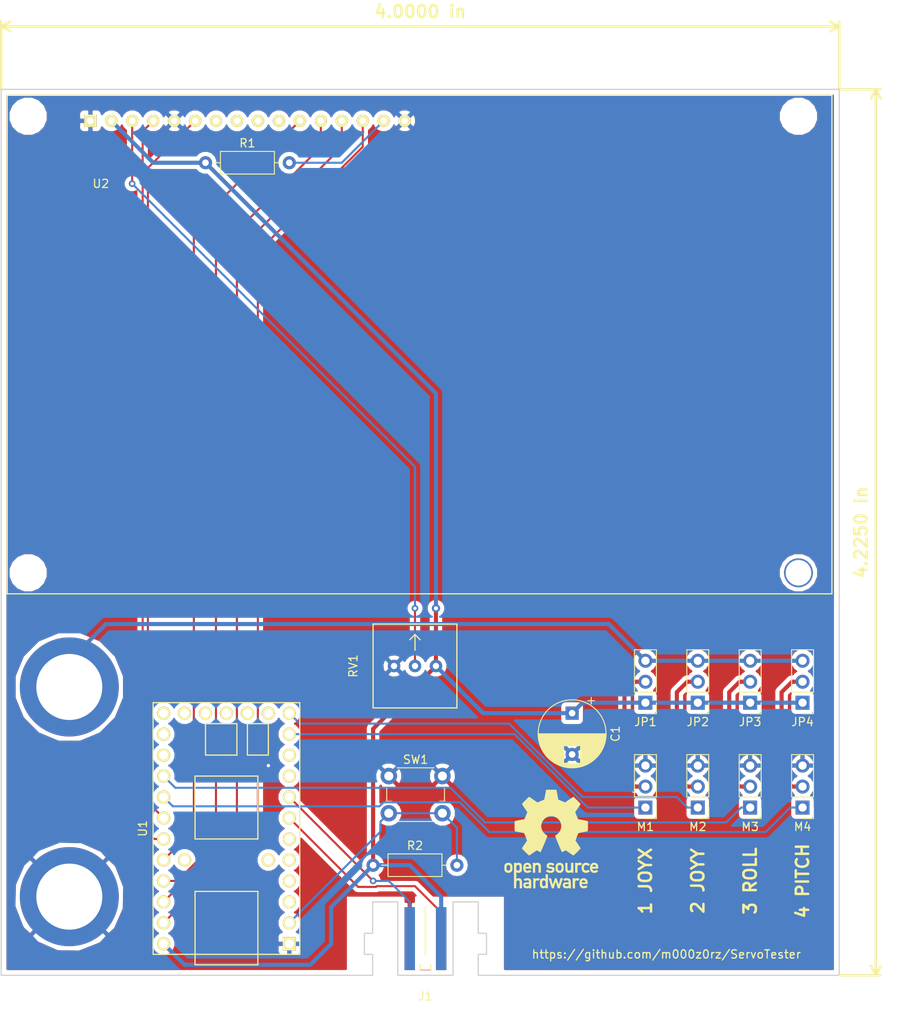
<source format=kicad_pcb>
(kicad_pcb (version 20171130) (host pcbnew 5.0.2-bee76a0~70~ubuntu16.04.1)

  (general
    (thickness 1.6)
    (drawings 33)
    (tracks 133)
    (zones 0)
    (modules 18)
    (nets 43)
  )

  (page A4)
  (layers
    (0 F.Cu signal)
    (31 B.Cu signal)
    (32 B.Adhes user)
    (33 F.Adhes user)
    (34 B.Paste user)
    (35 F.Paste user)
    (36 B.SilkS user)
    (37 F.SilkS user)
    (38 B.Mask user)
    (39 F.Mask user)
    (40 Dwgs.User user hide)
    (41 Cmts.User user)
    (42 Eco1.User user)
    (43 Eco2.User user)
    (44 Edge.Cuts user)
    (45 Margin user)
    (46 B.CrtYd user)
    (47 F.CrtYd user)
    (48 B.Fab user)
    (49 F.Fab user)
  )

  (setup
    (last_trace_width 0.25)
    (trace_clearance 0.2)
    (zone_clearance 0.508)
    (zone_45_only no)
    (trace_min 0.2)
    (segment_width 0.2)
    (edge_width 0.15)
    (via_size 0.8)
    (via_drill 0.4)
    (via_min_size 0.4)
    (via_min_drill 0.3)
    (uvia_size 0.3)
    (uvia_drill 0.1)
    (uvias_allowed no)
    (uvia_min_size 0.2)
    (uvia_min_drill 0.1)
    (pcb_text_width 0.3)
    (pcb_text_size 1.5 1.5)
    (mod_edge_width 0.15)
    (mod_text_size 1 1)
    (mod_text_width 0.15)
    (pad_size 1.524 1.524)
    (pad_drill 0.762)
    (pad_to_mask_clearance 0.051)
    (solder_mask_min_width 0.25)
    (aux_axis_origin 0 0)
    (visible_elements FFFFFF7F)
    (pcbplotparams
      (layerselection 0x010f0_ffffffff)
      (usegerberextensions true)
      (usegerberattributes false)
      (usegerberadvancedattributes false)
      (creategerberjobfile false)
      (excludeedgelayer true)
      (linewidth 0.100000)
      (plotframeref false)
      (viasonmask false)
      (mode 1)
      (useauxorigin false)
      (hpglpennumber 1)
      (hpglpenspeed 20)
      (hpglpendiameter 15.000000)
      (psnegative false)
      (psa4output false)
      (plotreference true)
      (plotvalue true)
      (plotinvisibletext false)
      (padsonsilk false)
      (subtractmaskfromsilk false)
      (outputformat 1)
      (mirror false)
      (drillshape 0)
      (scaleselection 1)
      (outputdirectory "gerbers/"))
  )

  (net 0 "")
  (net 1 "Net-(J2-Pad1)")
  (net 2 GND)
  (net 3 "Net-(JP1-Pad2)")
  (net 4 VCC)
  (net 5 "Net-(JP2-Pad2)")
  (net 6 "Net-(JP3-Pad2)")
  (net 7 "Net-(JP4-Pad2)")
  (net 8 "Net-(M1-Pad1)")
  (net 9 "Net-(M2-Pad1)")
  (net 10 "Net-(M3-Pad1)")
  (net 11 "Net-(M4-Pad1)")
  (net 12 "Net-(R1-Pad2)")
  (net 13 "Net-(RV1-Pad2)")
  (net 14 "Net-(U1-Pad15)")
  (net 15 "Net-(U1-Pad3)")
  (net 16 "Net-(U1-Pad4)")
  (net 17 "Net-(U1-Pad5)")
  (net 18 "Net-(U1-Pad6)")
  (net 19 "Net-(J1-Pad4)")
  (net 20 "Net-(J1-Pad3)")
  (net 21 "Net-(U1-Pad9)")
  (net 22 "Net-(U1-Pad10)")
  (net 23 "Net-(U1-Pad13)")
  (net 24 "Net-(U1-Pad14)")
  (net 25 "Net-(U1-Pad16)")
  (net 26 "Net-(U1-Pad17)")
  (net 27 "Net-(U1-Pad18)")
  (net 28 "Net-(U1-Pad19)")
  (net 29 "Net-(U1-Pad20)")
  (net 30 "Net-(U1-Pad23)")
  (net 31 "Net-(U1-Pad24)")
  (net 32 "Net-(U1-Pad25)")
  (net 33 "Net-(U1-Pad26)")
  (net 34 "Net-(U1-Pad27)")
  (net 35 "Net-(U1-Pad28)")
  (net 36 "Net-(U1-Pad30)")
  (net 37 "Net-(U1-Pad31)")
  (net 38 "Net-(U2-Pad7)")
  (net 39 "Net-(U2-Pad8)")
  (net 40 "Net-(U2-Pad9)")
  (net 41 "Net-(U2-Pad10)")
  (net 42 "Net-(R2-Pad2)")

  (net_class Default "This is the default net class."
    (clearance 0.2)
    (trace_width 0.25)
    (via_dia 0.8)
    (via_drill 0.4)
    (uvia_dia 0.3)
    (uvia_drill 0.1)
    (add_net "Net-(J1-Pad3)")
    (add_net "Net-(J1-Pad4)")
    (add_net "Net-(M1-Pad1)")
    (add_net "Net-(M2-Pad1)")
    (add_net "Net-(M3-Pad1)")
    (add_net "Net-(M4-Pad1)")
    (add_net "Net-(R1-Pad2)")
    (add_net "Net-(R2-Pad2)")
    (add_net "Net-(RV1-Pad2)")
    (add_net "Net-(U1-Pad10)")
    (add_net "Net-(U1-Pad13)")
    (add_net "Net-(U1-Pad14)")
    (add_net "Net-(U1-Pad15)")
    (add_net "Net-(U1-Pad16)")
    (add_net "Net-(U1-Pad17)")
    (add_net "Net-(U1-Pad18)")
    (add_net "Net-(U1-Pad19)")
    (add_net "Net-(U1-Pad20)")
    (add_net "Net-(U1-Pad23)")
    (add_net "Net-(U1-Pad24)")
    (add_net "Net-(U1-Pad25)")
    (add_net "Net-(U1-Pad26)")
    (add_net "Net-(U1-Pad27)")
    (add_net "Net-(U1-Pad28)")
    (add_net "Net-(U1-Pad3)")
    (add_net "Net-(U1-Pad30)")
    (add_net "Net-(U1-Pad31)")
    (add_net "Net-(U1-Pad4)")
    (add_net "Net-(U1-Pad5)")
    (add_net "Net-(U1-Pad6)")
    (add_net "Net-(U1-Pad9)")
    (add_net "Net-(U2-Pad10)")
    (add_net "Net-(U2-Pad7)")
    (add_net "Net-(U2-Pad8)")
    (add_net "Net-(U2-Pad9)")
  )

  (net_class Power ""
    (clearance 0.2)
    (trace_width 0.5)
    (via_dia 1)
    (via_drill 0.5)
    (uvia_dia 0.3)
    (uvia_drill 0.1)
    (add_net GND)
    (add_net "Net-(J2-Pad1)")
    (add_net "Net-(JP1-Pad2)")
    (add_net "Net-(JP2-Pad2)")
    (add_net "Net-(JP3-Pad2)")
    (add_net "Net-(JP4-Pad2)")
    (add_net VCC)
  )

  (module "ServoTester:JHD204AO 20x4 Character LCD" (layer F.Cu) (tedit 5D786E5D) (tstamp 5D3CDB60)
    (at 68.595001 51.435001)
    (path /5D230169)
    (fp_text reference U2 (at 1.27 7.62) (layer F.SilkS)
      (effects (font (size 1 1) (thickness 0.15)))
    )
    (fp_text value HD44780 (at 10.16 5.08) (layer F.Fab)
      (effects (font (size 1 1) (thickness 0.15)))
    )
    (fp_line (start -10.1 57.3) (end 89.9 57.3) (layer F.SilkS) (width 0.15))
    (fp_line (start -10.1 -3.1) (end 89.9 -3.1) (layer F.SilkS) (width 0.15))
    (fp_line (start 89.9 -3.1) (end 89.9 57.3) (layer F.SilkS) (width 0.15))
    (fp_line (start -10.1 -3.1) (end -10.1 57.3) (layer F.SilkS) (width 0.15))
    (pad "" np_thru_hole circle (at -7.55 -0.55) (size 3.5 3.5) (drill 3.5) (layers *.Cu *.Mask))
    (pad "" np_thru_hole circle (at 85.85 -0.55) (size 3.5 3.5) (drill 3.5) (layers *.Cu *.Mask))
    (pad "" np_thru_hole circle (at 85.85 54.75) (size 3.5 3.5) (drill 3.1) (layers *.Cu *.Mask))
    (pad "" np_thru_hole circle (at -7.55 54.75) (size 3.5 3.5) (drill 3.5) (layers *.Cu *.Mask))
    (pad 2 thru_hole circle (at 2.54 0) (size 1.5 1.5) (drill 0.8128) (layers *.Cu *.Mask F.SilkS)
      (net 4 VCC))
    (pad 1 thru_hole rect (at 0 0) (size 1.5 1.5) (drill 0.8128) (layers *.Cu *.Mask F.SilkS)
      (net 2 GND))
    (pad 3 thru_hole circle (at 5.08 0) (size 1.5 1.5) (drill 0.8128) (layers *.Cu *.Mask F.SilkS)
      (net 13 "Net-(RV1-Pad2)"))
    (pad 4 thru_hole circle (at 7.62 0) (size 1.5 1.5) (drill 0.8128) (layers *.Cu *.Mask F.SilkS)
      (net 31 "Net-(U1-Pad24)"))
    (pad 5 thru_hole circle (at 10.16 0) (size 1.5 1.5) (drill 0.8128) (layers *.Cu *.Mask F.SilkS)
      (net 2 GND))
    (pad 6 thru_hole circle (at 12.7 0) (size 1.5 1.5) (drill 0.8128) (layers *.Cu *.Mask F.SilkS)
      (net 30 "Net-(U1-Pad23)"))
    (pad 7 thru_hole circle (at 15.24 0) (size 1.5 1.5) (drill 0.8128) (layers *.Cu *.Mask F.SilkS)
      (net 38 "Net-(U2-Pad7)"))
    (pad 8 thru_hole circle (at 17.78 0) (size 1.5 1.5) (drill 0.8128) (layers *.Cu *.Mask F.SilkS)
      (net 39 "Net-(U2-Pad8)"))
    (pad 9 thru_hole circle (at 20.32 0) (size 1.5 1.5) (drill 0.8128) (layers *.Cu *.Mask F.SilkS)
      (net 40 "Net-(U2-Pad9)"))
    (pad 10 thru_hole circle (at 22.86 0) (size 1.5 1.5) (drill 0.8128) (layers *.Cu *.Mask F.SilkS)
      (net 41 "Net-(U2-Pad10)"))
    (pad 11 thru_hole circle (at 25.4 0) (size 1.5 1.5) (drill 0.8128) (layers *.Cu *.Mask F.SilkS)
      (net 32 "Net-(U1-Pad25)"))
    (pad 12 thru_hole circle (at 27.94 0) (size 1.5 1.5) (drill 0.8128) (layers *.Cu *.Mask F.SilkS)
      (net 33 "Net-(U1-Pad26)"))
    (pad 13 thru_hole circle (at 30.48 0) (size 1.5 1.5) (drill 0.8128) (layers *.Cu *.Mask F.SilkS)
      (net 34 "Net-(U1-Pad27)"))
    (pad 14 thru_hole circle (at 33.02 0) (size 1.5 1.5) (drill 0.8128) (layers *.Cu *.Mask F.SilkS)
      (net 35 "Net-(U1-Pad28)"))
    (pad 15 thru_hole circle (at 35.56 0) (size 1.5 1.5) (drill 0.8128) (layers *.Cu *.Mask F.SilkS)
      (net 12 "Net-(R1-Pad2)"))
    (pad 16 thru_hole circle (at 38.1 0) (size 1.5 1.5) (drill 0.8128) (layers *.Cu *.Mask F.SilkS)
      (net 2 GND))
  )

  (module ServoTester:WiiNunchuckConnector (layer F.Cu) (tedit 5D7867AC) (tstamp 5D46D19F)
    (at 109.22 154.94 180)
    (path /5D22D074)
    (fp_text reference J1 (at 0 -2.54 180) (layer F.SilkS)
      (effects (font (size 1 1) (thickness 0.15)))
    )
    (fp_text value WiiNunchuckConnector (at 0 -5.08 180) (layer Eco2.User)
      (effects (font (size 1 1) (thickness 0.15)))
    )
    (fp_line (start -0.635 0.635) (end 0.635 0.635) (layer B.SilkS) (width 0.15))
    (fp_line (start 0.635 0.635) (end 0.635 1.27) (layer F.SilkS) (width 0.15))
    (fp_line (start -0.635 0.635) (end 0.635 0.635) (layer F.SilkS) (width 0.15))
    (fp_line (start -0.635 1.27) (end -0.635 0.635) (layer F.SilkS) (width 0.15))
    (fp_line (start 3.35 0) (end 3.35 8.89) (layer Dwgs.User) (width 0.15))
    (fp_line (start -3.35 0) (end -3.35 8.89) (layer Dwgs.User) (width 0.15))
    (fp_line (start -3.35 0) (end 3.35 0) (layer Dwgs.User) (width 0.15))
    (fp_line (start -6.4 0) (end -7.4 0) (layer Dwgs.User) (width 0.15))
    (fp_line (start -6.4 2.54) (end -6.4 0) (layer Dwgs.User) (width 0.15))
    (fp_line (start -7.4 2.54) (end -6.4 2.54) (layer Dwgs.User) (width 0.15))
    (fp_line (start -7.4 5.08) (end -7.4 2.54) (layer Dwgs.User) (width 0.15))
    (fp_line (start -7.4 5.08) (end -6.4 5.08) (layer Dwgs.User) (width 0.15))
    (fp_line (start -6.4 8.89) (end -6.4 5.08) (layer Dwgs.User) (width 0.15))
    (fp_line (start -3.35 8.89) (end -6.4 8.89) (layer Dwgs.User) (width 0.15))
    (fp_line (start 6.4 8.89) (end 3.35 8.89) (layer Dwgs.User) (width 0.15))
    (fp_line (start 6.4 5.08) (end 6.4 8.89) (layer Dwgs.User) (width 0.15))
    (fp_line (start 7.4 5.08) (end 6.4 5.08) (layer Dwgs.User) (width 0.15))
    (fp_line (start 7.4 2.54) (end 7.4 5.08) (layer Dwgs.User) (width 0.15))
    (fp_line (start 6.4 2.54) (end 7.4 2.54) (layer Dwgs.User) (width 0.15))
    (fp_line (start 6.4 0) (end 6.4 2.54) (layer Dwgs.User) (width 0.15))
    (fp_line (start 6.4 0) (end 7.4 0) (layer Dwgs.User) (width 0.15))
    (pad 2 smd rect (at 1.905 4.445 180) (size 1.27 7.62) (layers F.Cu F.Paste F.Mask)
      (net 2 GND))
    (pad 3 smd rect (at 1.905 4.445 180) (size 1.27 7.62) (layers B.Cu F.Paste F.Mask)
      (net 20 "Net-(J1-Pad3)"))
    (pad 4 smd rect (at -1.905 4.445 180) (size 1.27 7.62) (layers F.Cu F.Paste F.Mask)
      (net 19 "Net-(J1-Pad4)"))
    (pad 1 smd rect (at -1.905 4.445 180) (size 1.27 7.62) (layers B.Cu F.Paste F.Mask)
      (net 4 VCC))
  )

  (module Resistor_THT:R_Axial_DIN0207_L6.3mm_D2.5mm_P10.16mm_Horizontal (layer F.Cu) (tedit 5AE5139B) (tstamp 5D3CDB00)
    (at 82.55 56.515)
    (descr "Resistor, Axial_DIN0207 series, Axial, Horizontal, pin pitch=10.16mm, 0.25W = 1/4W, length*diameter=6.3*2.5mm^2, http://cdn-reichelt.de/documents/datenblatt/B400/1_4W%23YAG.pdf")
    (tags "Resistor Axial_DIN0207 series Axial Horizontal pin pitch 10.16mm 0.25W = 1/4W length 6.3mm diameter 2.5mm")
    (path /5D231986)
    (fp_text reference R1 (at 5.08 -2.37) (layer F.SilkS)
      (effects (font (size 1 1) (thickness 0.15)))
    )
    (fp_text value R_US (at 5.08 2.37) (layer F.Fab)
      (effects (font (size 1 1) (thickness 0.15)))
    )
    (fp_line (start 1.93 -1.25) (end 1.93 1.25) (layer F.Fab) (width 0.1))
    (fp_line (start 1.93 1.25) (end 8.23 1.25) (layer F.Fab) (width 0.1))
    (fp_line (start 8.23 1.25) (end 8.23 -1.25) (layer F.Fab) (width 0.1))
    (fp_line (start 8.23 -1.25) (end 1.93 -1.25) (layer F.Fab) (width 0.1))
    (fp_line (start 0 0) (end 1.93 0) (layer F.Fab) (width 0.1))
    (fp_line (start 10.16 0) (end 8.23 0) (layer F.Fab) (width 0.1))
    (fp_line (start 1.81 -1.37) (end 1.81 1.37) (layer F.SilkS) (width 0.12))
    (fp_line (start 1.81 1.37) (end 8.35 1.37) (layer F.SilkS) (width 0.12))
    (fp_line (start 8.35 1.37) (end 8.35 -1.37) (layer F.SilkS) (width 0.12))
    (fp_line (start 8.35 -1.37) (end 1.81 -1.37) (layer F.SilkS) (width 0.12))
    (fp_line (start 1.04 0) (end 1.81 0) (layer F.SilkS) (width 0.12))
    (fp_line (start 9.12 0) (end 8.35 0) (layer F.SilkS) (width 0.12))
    (fp_line (start -1.05 -1.5) (end -1.05 1.5) (layer F.CrtYd) (width 0.05))
    (fp_line (start -1.05 1.5) (end 11.21 1.5) (layer F.CrtYd) (width 0.05))
    (fp_line (start 11.21 1.5) (end 11.21 -1.5) (layer F.CrtYd) (width 0.05))
    (fp_line (start 11.21 -1.5) (end -1.05 -1.5) (layer F.CrtYd) (width 0.05))
    (fp_text user %R (at 5.08 0) (layer F.Fab)
      (effects (font (size 1 1) (thickness 0.15)))
    )
    (pad 1 thru_hole circle (at 0 0) (size 1.6 1.6) (drill 0.8) (layers *.Cu *.Mask)
      (net 4 VCC))
    (pad 2 thru_hole oval (at 10.16 0) (size 1.6 1.6) (drill 0.8) (layers *.Cu *.Mask)
      (net 12 "Net-(R1-Pad2)"))
    (model ${KISYS3DMOD}/Resistor_THT.3dshapes/R_Axial_DIN0207_L6.3mm_D2.5mm_P10.16mm_Horizontal.wrl
      (at (xyz 0 0 0))
      (scale (xyz 1 1 1))
      (rotate (xyz 0 0 0))
    )
  )

  (module Teensy:Teensy2.0 (layer F.Cu) (tedit 581B9E8B) (tstamp 5D3CDB44)
    (at 85.09 137.16 90)
    (descr 11)
    (path /5D2267E6)
    (fp_text reference U1 (at 0 -10.16 90) (layer F.SilkS)
      (effects (font (size 1 1) (thickness 0.15)))
    )
    (fp_text value Teensy2.0 (at 0 10.16 90) (layer F.Fab)
      (effects (font (size 1 1) (thickness 0.15)))
    )
    (fp_line (start 12.7 2.54) (end 8.89 2.54) (layer F.SilkS) (width 0.15))
    (fp_line (start 8.89 2.54) (end 8.89 5.08) (layer F.SilkS) (width 0.15))
    (fp_line (start 8.89 5.08) (end 12.7 5.08) (layer F.SilkS) (width 0.15))
    (fp_line (start 12.7 5.08) (end 12.7 2.54) (layer F.SilkS) (width 0.15))
    (fp_line (start 12.7 -2.54) (end 8.89 -2.54) (layer F.SilkS) (width 0.15))
    (fp_line (start 8.89 -2.54) (end 8.89 0) (layer F.SilkS) (width 0.15))
    (fp_line (start 8.89 0) (end 8.89 1.27) (layer F.SilkS) (width 0.15))
    (fp_line (start 8.89 1.27) (end 12.7 1.27) (layer F.SilkS) (width 0.15))
    (fp_line (start 12.7 1.27) (end 12.7 -2.54) (layer F.SilkS) (width 0.15))
    (fp_line (start -1.27 3.81) (end 6.35 3.81) (layer F.SilkS) (width 0.15))
    (fp_line (start 6.35 3.81) (end 6.35 -3.81) (layer F.SilkS) (width 0.15))
    (fp_line (start 6.35 -3.81) (end -1.27 -3.81) (layer F.SilkS) (width 0.15))
    (fp_line (start -1.27 -3.81) (end -1.27 3.81) (layer F.SilkS) (width 0.15))
    (fp_line (start -7.62 3.81) (end -16.51 3.81) (layer F.SilkS) (width 0.15))
    (fp_line (start -16.51 3.81) (end -16.51 -3.81) (layer F.SilkS) (width 0.15))
    (fp_line (start -16.51 -3.81) (end -7.62 -3.81) (layer F.SilkS) (width 0.15))
    (fp_line (start -7.62 -3.81) (end -7.62 3.81) (layer F.SilkS) (width 0.15))
    (fp_line (start -15.24 -8.89) (end 15.24 -8.89) (layer F.SilkS) (width 0.15))
    (fp_line (start 15.24 -8.89) (end 15.24 8.89) (layer F.SilkS) (width 0.15))
    (fp_line (start 15.24 8.89) (end -15.24 8.89) (layer F.SilkS) (width 0.15))
    (fp_line (start -15.24 8.89) (end -15.24 -8.89) (layer F.SilkS) (width 0.15))
    (pad 15 thru_hole circle (at 13.97 0 90) (size 1.6 1.6) (drill 1.1) (layers *.Cu *.Mask F.SilkS)
      (net 14 "Net-(U1-Pad15)"))
    (pad 1 thru_hole rect (at -13.97 7.62 90) (size 1.6 1.6) (drill 1.1) (layers *.Cu *.Mask F.SilkS)
      (net 2 GND))
    (pad 2 thru_hole circle (at -11.43 7.62 90) (size 1.6 1.6) (drill 1.1) (layers *.Cu *.Mask F.SilkS)
      (net 42 "Net-(R2-Pad2)"))
    (pad 3 thru_hole circle (at -8.89 7.62 90) (size 1.6 1.6) (drill 1.1) (layers *.Cu *.Mask F.SilkS)
      (net 15 "Net-(U1-Pad3)"))
    (pad 4 thru_hole circle (at -6.35 7.62 90) (size 1.6 1.6) (drill 1.1) (layers *.Cu *.Mask F.SilkS)
      (net 16 "Net-(U1-Pad4)"))
    (pad 5 thru_hole circle (at -3.81 7.62 90) (size 1.6 1.6) (drill 1.1) (layers *.Cu *.Mask F.SilkS)
      (net 17 "Net-(U1-Pad5)"))
    (pad 6 thru_hole circle (at -1.27 7.62 90) (size 1.6 1.6) (drill 1.1) (layers *.Cu *.Mask F.SilkS)
      (net 18 "Net-(U1-Pad6)"))
    (pad 7 thru_hole circle (at 1.27 7.62 90) (size 1.6 1.6) (drill 1.1) (layers *.Cu *.Mask F.SilkS)
      (net 19 "Net-(J1-Pad4)"))
    (pad 8 thru_hole circle (at 3.81 7.62 90) (size 1.6 1.6) (drill 1.1) (layers *.Cu *.Mask F.SilkS)
      (net 20 "Net-(J1-Pad3)"))
    (pad 9 thru_hole circle (at 6.35 7.62 90) (size 1.6 1.6) (drill 1.1) (layers *.Cu *.Mask F.SilkS)
      (net 21 "Net-(U1-Pad9)"))
    (pad 10 thru_hole circle (at 8.89 7.62 90) (size 1.6 1.6) (drill 1.1) (layers *.Cu *.Mask F.SilkS)
      (net 22 "Net-(U1-Pad10)"))
    (pad 11 thru_hole circle (at 11.43 7.62 90) (size 1.6 1.6) (drill 1.1) (layers *.Cu *.Mask F.SilkS)
      (net 8 "Net-(M1-Pad1)"))
    (pad 12 thru_hole circle (at 13.97 7.62 90) (size 1.6 1.6) (drill 1.1) (layers *.Cu *.Mask F.SilkS)
      (net 9 "Net-(M2-Pad1)"))
    (pad 13 thru_hole circle (at 13.97 5.08 90) (size 1.6 1.6) (drill 1.1) (layers *.Cu *.Mask F.SilkS)
      (net 23 "Net-(U1-Pad13)"))
    (pad 14 thru_hole circle (at 13.97 2.54 90) (size 1.6 1.6) (drill 1.1) (layers *.Cu *.Mask F.SilkS)
      (net 24 "Net-(U1-Pad14)"))
    (pad 16 thru_hole circle (at 13.97 -2.54 90) (size 1.6 1.6) (drill 1.1) (layers *.Cu *.Mask F.SilkS)
      (net 25 "Net-(U1-Pad16)"))
    (pad 17 thru_hole circle (at 13.97 -5.08 90) (size 1.6 1.6) (drill 1.1) (layers *.Cu *.Mask F.SilkS)
      (net 26 "Net-(U1-Pad17)"))
    (pad 18 thru_hole circle (at 13.97 -7.62 90) (size 1.6 1.6) (drill 1.1) (layers *.Cu *.Mask F.SilkS)
      (net 27 "Net-(U1-Pad18)"))
    (pad 19 thru_hole circle (at 11.43 -7.62 90) (size 1.6 1.6) (drill 1.1) (layers *.Cu *.Mask F.SilkS)
      (net 28 "Net-(U1-Pad19)"))
    (pad 20 thru_hole circle (at 8.89 -7.62 90) (size 1.6 1.6) (drill 1.1) (layers *.Cu *.Mask F.SilkS)
      (net 29 "Net-(U1-Pad20)"))
    (pad 21 thru_hole circle (at 6.35 -7.62 90) (size 1.6 1.6) (drill 1.1) (layers *.Cu *.Mask F.SilkS)
      (net 10 "Net-(M3-Pad1)"))
    (pad 22 thru_hole circle (at 3.81 -7.62 90) (size 1.6 1.6) (drill 1.1) (layers *.Cu *.Mask F.SilkS)
      (net 11 "Net-(M4-Pad1)"))
    (pad 23 thru_hole circle (at 1.27 -7.62 90) (size 1.6 1.6) (drill 1.1) (layers *.Cu *.Mask F.SilkS)
      (net 30 "Net-(U1-Pad23)"))
    (pad 24 thru_hole circle (at -1.27 -7.62 90) (size 1.6 1.6) (drill 1.1) (layers *.Cu *.Mask F.SilkS)
      (net 31 "Net-(U1-Pad24)"))
    (pad 25 thru_hole circle (at -3.81 -7.62 90) (size 1.6 1.6) (drill 1.1) (layers *.Cu *.Mask F.SilkS)
      (net 32 "Net-(U1-Pad25)"))
    (pad 26 thru_hole circle (at -6.35 -7.62 90) (size 1.6 1.6) (drill 1.1) (layers *.Cu *.Mask F.SilkS)
      (net 33 "Net-(U1-Pad26)"))
    (pad 27 thru_hole circle (at -8.89 -7.62 90) (size 1.6 1.6) (drill 1.1) (layers *.Cu *.Mask F.SilkS)
      (net 34 "Net-(U1-Pad27)"))
    (pad 28 thru_hole circle (at -11.43 -7.62 90) (size 1.6 1.6) (drill 1.1) (layers *.Cu *.Mask F.SilkS)
      (net 35 "Net-(U1-Pad28)"))
    (pad 29 thru_hole circle (at -13.97 -7.62 90) (size 1.6 1.6) (drill 1.1) (layers *.Cu *.Mask F.SilkS)
      (net 4 VCC))
    (pad 30 thru_hole circle (at -3.81 5.08 90) (size 1.6 1.6) (drill 1.1) (layers *.Cu *.Mask F.SilkS)
      (net 36 "Net-(U1-Pad30)"))
    (pad 31 thru_hole circle (at -3.81 -5.08 90) (size 1.6 1.6) (drill 1.1) (layers *.Cu *.Mask F.SilkS)
      (net 37 "Net-(U1-Pad31)"))
  )

  (module Resistor_THT:R_Axial_DIN0207_L6.3mm_D2.5mm_P10.16mm_Horizontal (layer F.Cu) (tedit 5AE5139B) (tstamp 5D46D358)
    (at 102.87 141.605)
    (descr "Resistor, Axial_DIN0207 series, Axial, Horizontal, pin pitch=10.16mm, 0.25W = 1/4W, length*diameter=6.3*2.5mm^2, http://cdn-reichelt.de/documents/datenblatt/B400/1_4W%23YAG.pdf")
    (tags "Resistor Axial_DIN0207 series Axial Horizontal pin pitch 10.16mm 0.25W = 1/4W length 6.3mm diameter 2.5mm")
    (path /5D2B0146)
    (fp_text reference R2 (at 5.08 -2.37) (layer F.SilkS)
      (effects (font (size 1 1) (thickness 0.15)))
    )
    (fp_text value R_US (at 5.08 2.37) (layer F.Fab)
      (effects (font (size 1 1) (thickness 0.15)))
    )
    (fp_line (start 1.93 -1.25) (end 1.93 1.25) (layer F.Fab) (width 0.1))
    (fp_line (start 1.93 1.25) (end 8.23 1.25) (layer F.Fab) (width 0.1))
    (fp_line (start 8.23 1.25) (end 8.23 -1.25) (layer F.Fab) (width 0.1))
    (fp_line (start 8.23 -1.25) (end 1.93 -1.25) (layer F.Fab) (width 0.1))
    (fp_line (start 0 0) (end 1.93 0) (layer F.Fab) (width 0.1))
    (fp_line (start 10.16 0) (end 8.23 0) (layer F.Fab) (width 0.1))
    (fp_line (start 1.81 -1.37) (end 1.81 1.37) (layer F.SilkS) (width 0.12))
    (fp_line (start 1.81 1.37) (end 8.35 1.37) (layer F.SilkS) (width 0.12))
    (fp_line (start 8.35 1.37) (end 8.35 -1.37) (layer F.SilkS) (width 0.12))
    (fp_line (start 8.35 -1.37) (end 1.81 -1.37) (layer F.SilkS) (width 0.12))
    (fp_line (start 1.04 0) (end 1.81 0) (layer F.SilkS) (width 0.12))
    (fp_line (start 9.12 0) (end 8.35 0) (layer F.SilkS) (width 0.12))
    (fp_line (start -1.05 -1.5) (end -1.05 1.5) (layer F.CrtYd) (width 0.05))
    (fp_line (start -1.05 1.5) (end 11.21 1.5) (layer F.CrtYd) (width 0.05))
    (fp_line (start 11.21 1.5) (end 11.21 -1.5) (layer F.CrtYd) (width 0.05))
    (fp_line (start 11.21 -1.5) (end -1.05 -1.5) (layer F.CrtYd) (width 0.05))
    (fp_text user %R (at 5.08 0) (layer F.Fab)
      (effects (font (size 1 1) (thickness 0.15)))
    )
    (pad 1 thru_hole circle (at 0 0) (size 1.6 1.6) (drill 0.8) (layers *.Cu *.Mask)
      (net 4 VCC))
    (pad 2 thru_hole oval (at 10.16 0) (size 1.6 1.6) (drill 0.8) (layers *.Cu *.Mask)
      (net 42 "Net-(R2-Pad2)"))
    (model ${KISYS3DMOD}/Resistor_THT.3dshapes/R_Axial_DIN0207_L6.3mm_D2.5mm_P10.16mm_Horizontal.wrl
      (at (xyz 0 0 0))
      (scale (xyz 1 1 1))
      (rotate (xyz 0 0 0))
    )
  )

  (module Capacitor_THT:CP_Radial_D8.0mm_P5.00mm (layer F.Cu) (tedit 5AE50EF0) (tstamp 5D510849)
    (at 127 123.19 270)
    (descr "CP, Radial series, Radial, pin pitch=5.00mm, , diameter=8mm, Electrolytic Capacitor")
    (tags "CP Radial series Radial pin pitch 5.00mm  diameter 8mm Electrolytic Capacitor")
    (path /5D2A2AFF)
    (fp_text reference C1 (at 2.5 -5.25 270) (layer F.SilkS)
      (effects (font (size 1 1) (thickness 0.15)))
    )
    (fp_text value CP1 (at 2.5 5.25 270) (layer F.Fab)
      (effects (font (size 1 1) (thickness 0.15)))
    )
    (fp_circle (center 2.5 0) (end 6.5 0) (layer F.Fab) (width 0.1))
    (fp_circle (center 2.5 0) (end 6.62 0) (layer F.SilkS) (width 0.12))
    (fp_circle (center 2.5 0) (end 6.75 0) (layer F.CrtYd) (width 0.05))
    (fp_line (start -0.926759 -1.7475) (end -0.126759 -1.7475) (layer F.Fab) (width 0.1))
    (fp_line (start -0.526759 -2.1475) (end -0.526759 -1.3475) (layer F.Fab) (width 0.1))
    (fp_line (start 2.5 -4.08) (end 2.5 4.08) (layer F.SilkS) (width 0.12))
    (fp_line (start 2.54 -4.08) (end 2.54 4.08) (layer F.SilkS) (width 0.12))
    (fp_line (start 2.58 -4.08) (end 2.58 4.08) (layer F.SilkS) (width 0.12))
    (fp_line (start 2.62 -4.079) (end 2.62 4.079) (layer F.SilkS) (width 0.12))
    (fp_line (start 2.66 -4.077) (end 2.66 4.077) (layer F.SilkS) (width 0.12))
    (fp_line (start 2.7 -4.076) (end 2.7 4.076) (layer F.SilkS) (width 0.12))
    (fp_line (start 2.74 -4.074) (end 2.74 4.074) (layer F.SilkS) (width 0.12))
    (fp_line (start 2.78 -4.071) (end 2.78 4.071) (layer F.SilkS) (width 0.12))
    (fp_line (start 2.82 -4.068) (end 2.82 4.068) (layer F.SilkS) (width 0.12))
    (fp_line (start 2.86 -4.065) (end 2.86 4.065) (layer F.SilkS) (width 0.12))
    (fp_line (start 2.9 -4.061) (end 2.9 4.061) (layer F.SilkS) (width 0.12))
    (fp_line (start 2.94 -4.057) (end 2.94 4.057) (layer F.SilkS) (width 0.12))
    (fp_line (start 2.98 -4.052) (end 2.98 4.052) (layer F.SilkS) (width 0.12))
    (fp_line (start 3.02 -4.048) (end 3.02 4.048) (layer F.SilkS) (width 0.12))
    (fp_line (start 3.06 -4.042) (end 3.06 4.042) (layer F.SilkS) (width 0.12))
    (fp_line (start 3.1 -4.037) (end 3.1 4.037) (layer F.SilkS) (width 0.12))
    (fp_line (start 3.14 -4.03) (end 3.14 4.03) (layer F.SilkS) (width 0.12))
    (fp_line (start 3.18 -4.024) (end 3.18 4.024) (layer F.SilkS) (width 0.12))
    (fp_line (start 3.221 -4.017) (end 3.221 4.017) (layer F.SilkS) (width 0.12))
    (fp_line (start 3.261 -4.01) (end 3.261 4.01) (layer F.SilkS) (width 0.12))
    (fp_line (start 3.301 -4.002) (end 3.301 4.002) (layer F.SilkS) (width 0.12))
    (fp_line (start 3.341 -3.994) (end 3.341 3.994) (layer F.SilkS) (width 0.12))
    (fp_line (start 3.381 -3.985) (end 3.381 3.985) (layer F.SilkS) (width 0.12))
    (fp_line (start 3.421 -3.976) (end 3.421 3.976) (layer F.SilkS) (width 0.12))
    (fp_line (start 3.461 -3.967) (end 3.461 3.967) (layer F.SilkS) (width 0.12))
    (fp_line (start 3.501 -3.957) (end 3.501 3.957) (layer F.SilkS) (width 0.12))
    (fp_line (start 3.541 -3.947) (end 3.541 3.947) (layer F.SilkS) (width 0.12))
    (fp_line (start 3.581 -3.936) (end 3.581 3.936) (layer F.SilkS) (width 0.12))
    (fp_line (start 3.621 -3.925) (end 3.621 3.925) (layer F.SilkS) (width 0.12))
    (fp_line (start 3.661 -3.914) (end 3.661 3.914) (layer F.SilkS) (width 0.12))
    (fp_line (start 3.701 -3.902) (end 3.701 3.902) (layer F.SilkS) (width 0.12))
    (fp_line (start 3.741 -3.889) (end 3.741 3.889) (layer F.SilkS) (width 0.12))
    (fp_line (start 3.781 -3.877) (end 3.781 3.877) (layer F.SilkS) (width 0.12))
    (fp_line (start 3.821 -3.863) (end 3.821 3.863) (layer F.SilkS) (width 0.12))
    (fp_line (start 3.861 -3.85) (end 3.861 3.85) (layer F.SilkS) (width 0.12))
    (fp_line (start 3.901 -3.835) (end 3.901 3.835) (layer F.SilkS) (width 0.12))
    (fp_line (start 3.941 -3.821) (end 3.941 3.821) (layer F.SilkS) (width 0.12))
    (fp_line (start 3.981 -3.805) (end 3.981 -1.04) (layer F.SilkS) (width 0.12))
    (fp_line (start 3.981 1.04) (end 3.981 3.805) (layer F.SilkS) (width 0.12))
    (fp_line (start 4.021 -3.79) (end 4.021 -1.04) (layer F.SilkS) (width 0.12))
    (fp_line (start 4.021 1.04) (end 4.021 3.79) (layer F.SilkS) (width 0.12))
    (fp_line (start 4.061 -3.774) (end 4.061 -1.04) (layer F.SilkS) (width 0.12))
    (fp_line (start 4.061 1.04) (end 4.061 3.774) (layer F.SilkS) (width 0.12))
    (fp_line (start 4.101 -3.757) (end 4.101 -1.04) (layer F.SilkS) (width 0.12))
    (fp_line (start 4.101 1.04) (end 4.101 3.757) (layer F.SilkS) (width 0.12))
    (fp_line (start 4.141 -3.74) (end 4.141 -1.04) (layer F.SilkS) (width 0.12))
    (fp_line (start 4.141 1.04) (end 4.141 3.74) (layer F.SilkS) (width 0.12))
    (fp_line (start 4.181 -3.722) (end 4.181 -1.04) (layer F.SilkS) (width 0.12))
    (fp_line (start 4.181 1.04) (end 4.181 3.722) (layer F.SilkS) (width 0.12))
    (fp_line (start 4.221 -3.704) (end 4.221 -1.04) (layer F.SilkS) (width 0.12))
    (fp_line (start 4.221 1.04) (end 4.221 3.704) (layer F.SilkS) (width 0.12))
    (fp_line (start 4.261 -3.686) (end 4.261 -1.04) (layer F.SilkS) (width 0.12))
    (fp_line (start 4.261 1.04) (end 4.261 3.686) (layer F.SilkS) (width 0.12))
    (fp_line (start 4.301 -3.666) (end 4.301 -1.04) (layer F.SilkS) (width 0.12))
    (fp_line (start 4.301 1.04) (end 4.301 3.666) (layer F.SilkS) (width 0.12))
    (fp_line (start 4.341 -3.647) (end 4.341 -1.04) (layer F.SilkS) (width 0.12))
    (fp_line (start 4.341 1.04) (end 4.341 3.647) (layer F.SilkS) (width 0.12))
    (fp_line (start 4.381 -3.627) (end 4.381 -1.04) (layer F.SilkS) (width 0.12))
    (fp_line (start 4.381 1.04) (end 4.381 3.627) (layer F.SilkS) (width 0.12))
    (fp_line (start 4.421 -3.606) (end 4.421 -1.04) (layer F.SilkS) (width 0.12))
    (fp_line (start 4.421 1.04) (end 4.421 3.606) (layer F.SilkS) (width 0.12))
    (fp_line (start 4.461 -3.584) (end 4.461 -1.04) (layer F.SilkS) (width 0.12))
    (fp_line (start 4.461 1.04) (end 4.461 3.584) (layer F.SilkS) (width 0.12))
    (fp_line (start 4.501 -3.562) (end 4.501 -1.04) (layer F.SilkS) (width 0.12))
    (fp_line (start 4.501 1.04) (end 4.501 3.562) (layer F.SilkS) (width 0.12))
    (fp_line (start 4.541 -3.54) (end 4.541 -1.04) (layer F.SilkS) (width 0.12))
    (fp_line (start 4.541 1.04) (end 4.541 3.54) (layer F.SilkS) (width 0.12))
    (fp_line (start 4.581 -3.517) (end 4.581 -1.04) (layer F.SilkS) (width 0.12))
    (fp_line (start 4.581 1.04) (end 4.581 3.517) (layer F.SilkS) (width 0.12))
    (fp_line (start 4.621 -3.493) (end 4.621 -1.04) (layer F.SilkS) (width 0.12))
    (fp_line (start 4.621 1.04) (end 4.621 3.493) (layer F.SilkS) (width 0.12))
    (fp_line (start 4.661 -3.469) (end 4.661 -1.04) (layer F.SilkS) (width 0.12))
    (fp_line (start 4.661 1.04) (end 4.661 3.469) (layer F.SilkS) (width 0.12))
    (fp_line (start 4.701 -3.444) (end 4.701 -1.04) (layer F.SilkS) (width 0.12))
    (fp_line (start 4.701 1.04) (end 4.701 3.444) (layer F.SilkS) (width 0.12))
    (fp_line (start 4.741 -3.418) (end 4.741 -1.04) (layer F.SilkS) (width 0.12))
    (fp_line (start 4.741 1.04) (end 4.741 3.418) (layer F.SilkS) (width 0.12))
    (fp_line (start 4.781 -3.392) (end 4.781 -1.04) (layer F.SilkS) (width 0.12))
    (fp_line (start 4.781 1.04) (end 4.781 3.392) (layer F.SilkS) (width 0.12))
    (fp_line (start 4.821 -3.365) (end 4.821 -1.04) (layer F.SilkS) (width 0.12))
    (fp_line (start 4.821 1.04) (end 4.821 3.365) (layer F.SilkS) (width 0.12))
    (fp_line (start 4.861 -3.338) (end 4.861 -1.04) (layer F.SilkS) (width 0.12))
    (fp_line (start 4.861 1.04) (end 4.861 3.338) (layer F.SilkS) (width 0.12))
    (fp_line (start 4.901 -3.309) (end 4.901 -1.04) (layer F.SilkS) (width 0.12))
    (fp_line (start 4.901 1.04) (end 4.901 3.309) (layer F.SilkS) (width 0.12))
    (fp_line (start 4.941 -3.28) (end 4.941 -1.04) (layer F.SilkS) (width 0.12))
    (fp_line (start 4.941 1.04) (end 4.941 3.28) (layer F.SilkS) (width 0.12))
    (fp_line (start 4.981 -3.25) (end 4.981 -1.04) (layer F.SilkS) (width 0.12))
    (fp_line (start 4.981 1.04) (end 4.981 3.25) (layer F.SilkS) (width 0.12))
    (fp_line (start 5.021 -3.22) (end 5.021 -1.04) (layer F.SilkS) (width 0.12))
    (fp_line (start 5.021 1.04) (end 5.021 3.22) (layer F.SilkS) (width 0.12))
    (fp_line (start 5.061 -3.189) (end 5.061 -1.04) (layer F.SilkS) (width 0.12))
    (fp_line (start 5.061 1.04) (end 5.061 3.189) (layer F.SilkS) (width 0.12))
    (fp_line (start 5.101 -3.156) (end 5.101 -1.04) (layer F.SilkS) (width 0.12))
    (fp_line (start 5.101 1.04) (end 5.101 3.156) (layer F.SilkS) (width 0.12))
    (fp_line (start 5.141 -3.124) (end 5.141 -1.04) (layer F.SilkS) (width 0.12))
    (fp_line (start 5.141 1.04) (end 5.141 3.124) (layer F.SilkS) (width 0.12))
    (fp_line (start 5.181 -3.09) (end 5.181 -1.04) (layer F.SilkS) (width 0.12))
    (fp_line (start 5.181 1.04) (end 5.181 3.09) (layer F.SilkS) (width 0.12))
    (fp_line (start 5.221 -3.055) (end 5.221 -1.04) (layer F.SilkS) (width 0.12))
    (fp_line (start 5.221 1.04) (end 5.221 3.055) (layer F.SilkS) (width 0.12))
    (fp_line (start 5.261 -3.019) (end 5.261 -1.04) (layer F.SilkS) (width 0.12))
    (fp_line (start 5.261 1.04) (end 5.261 3.019) (layer F.SilkS) (width 0.12))
    (fp_line (start 5.301 -2.983) (end 5.301 -1.04) (layer F.SilkS) (width 0.12))
    (fp_line (start 5.301 1.04) (end 5.301 2.983) (layer F.SilkS) (width 0.12))
    (fp_line (start 5.341 -2.945) (end 5.341 -1.04) (layer F.SilkS) (width 0.12))
    (fp_line (start 5.341 1.04) (end 5.341 2.945) (layer F.SilkS) (width 0.12))
    (fp_line (start 5.381 -2.907) (end 5.381 -1.04) (layer F.SilkS) (width 0.12))
    (fp_line (start 5.381 1.04) (end 5.381 2.907) (layer F.SilkS) (width 0.12))
    (fp_line (start 5.421 -2.867) (end 5.421 -1.04) (layer F.SilkS) (width 0.12))
    (fp_line (start 5.421 1.04) (end 5.421 2.867) (layer F.SilkS) (width 0.12))
    (fp_line (start 5.461 -2.826) (end 5.461 -1.04) (layer F.SilkS) (width 0.12))
    (fp_line (start 5.461 1.04) (end 5.461 2.826) (layer F.SilkS) (width 0.12))
    (fp_line (start 5.501 -2.784) (end 5.501 -1.04) (layer F.SilkS) (width 0.12))
    (fp_line (start 5.501 1.04) (end 5.501 2.784) (layer F.SilkS) (width 0.12))
    (fp_line (start 5.541 -2.741) (end 5.541 -1.04) (layer F.SilkS) (width 0.12))
    (fp_line (start 5.541 1.04) (end 5.541 2.741) (layer F.SilkS) (width 0.12))
    (fp_line (start 5.581 -2.697) (end 5.581 -1.04) (layer F.SilkS) (width 0.12))
    (fp_line (start 5.581 1.04) (end 5.581 2.697) (layer F.SilkS) (width 0.12))
    (fp_line (start 5.621 -2.651) (end 5.621 -1.04) (layer F.SilkS) (width 0.12))
    (fp_line (start 5.621 1.04) (end 5.621 2.651) (layer F.SilkS) (width 0.12))
    (fp_line (start 5.661 -2.604) (end 5.661 -1.04) (layer F.SilkS) (width 0.12))
    (fp_line (start 5.661 1.04) (end 5.661 2.604) (layer F.SilkS) (width 0.12))
    (fp_line (start 5.701 -2.556) (end 5.701 -1.04) (layer F.SilkS) (width 0.12))
    (fp_line (start 5.701 1.04) (end 5.701 2.556) (layer F.SilkS) (width 0.12))
    (fp_line (start 5.741 -2.505) (end 5.741 -1.04) (layer F.SilkS) (width 0.12))
    (fp_line (start 5.741 1.04) (end 5.741 2.505) (layer F.SilkS) (width 0.12))
    (fp_line (start 5.781 -2.454) (end 5.781 -1.04) (layer F.SilkS) (width 0.12))
    (fp_line (start 5.781 1.04) (end 5.781 2.454) (layer F.SilkS) (width 0.12))
    (fp_line (start 5.821 -2.4) (end 5.821 -1.04) (layer F.SilkS) (width 0.12))
    (fp_line (start 5.821 1.04) (end 5.821 2.4) (layer F.SilkS) (width 0.12))
    (fp_line (start 5.861 -2.345) (end 5.861 -1.04) (layer F.SilkS) (width 0.12))
    (fp_line (start 5.861 1.04) (end 5.861 2.345) (layer F.SilkS) (width 0.12))
    (fp_line (start 5.901 -2.287) (end 5.901 -1.04) (layer F.SilkS) (width 0.12))
    (fp_line (start 5.901 1.04) (end 5.901 2.287) (layer F.SilkS) (width 0.12))
    (fp_line (start 5.941 -2.228) (end 5.941 -1.04) (layer F.SilkS) (width 0.12))
    (fp_line (start 5.941 1.04) (end 5.941 2.228) (layer F.SilkS) (width 0.12))
    (fp_line (start 5.981 -2.166) (end 5.981 -1.04) (layer F.SilkS) (width 0.12))
    (fp_line (start 5.981 1.04) (end 5.981 2.166) (layer F.SilkS) (width 0.12))
    (fp_line (start 6.021 -2.102) (end 6.021 -1.04) (layer F.SilkS) (width 0.12))
    (fp_line (start 6.021 1.04) (end 6.021 2.102) (layer F.SilkS) (width 0.12))
    (fp_line (start 6.061 -2.034) (end 6.061 2.034) (layer F.SilkS) (width 0.12))
    (fp_line (start 6.101 -1.964) (end 6.101 1.964) (layer F.SilkS) (width 0.12))
    (fp_line (start 6.141 -1.89) (end 6.141 1.89) (layer F.SilkS) (width 0.12))
    (fp_line (start 6.181 -1.813) (end 6.181 1.813) (layer F.SilkS) (width 0.12))
    (fp_line (start 6.221 -1.731) (end 6.221 1.731) (layer F.SilkS) (width 0.12))
    (fp_line (start 6.261 -1.645) (end 6.261 1.645) (layer F.SilkS) (width 0.12))
    (fp_line (start 6.301 -1.552) (end 6.301 1.552) (layer F.SilkS) (width 0.12))
    (fp_line (start 6.341 -1.453) (end 6.341 1.453) (layer F.SilkS) (width 0.12))
    (fp_line (start 6.381 -1.346) (end 6.381 1.346) (layer F.SilkS) (width 0.12))
    (fp_line (start 6.421 -1.229) (end 6.421 1.229) (layer F.SilkS) (width 0.12))
    (fp_line (start 6.461 -1.098) (end 6.461 1.098) (layer F.SilkS) (width 0.12))
    (fp_line (start 6.501 -0.948) (end 6.501 0.948) (layer F.SilkS) (width 0.12))
    (fp_line (start 6.541 -0.768) (end 6.541 0.768) (layer F.SilkS) (width 0.12))
    (fp_line (start 6.581 -0.533) (end 6.581 0.533) (layer F.SilkS) (width 0.12))
    (fp_line (start -1.909698 -2.315) (end -1.109698 -2.315) (layer F.SilkS) (width 0.12))
    (fp_line (start -1.509698 -2.715) (end -1.509698 -1.915) (layer F.SilkS) (width 0.12))
    (fp_text user %R (at 2.5 0 270) (layer F.Fab)
      (effects (font (size 1 1) (thickness 0.15)))
    )
    (pad 1 thru_hole rect (at 0 0 270) (size 1.6 1.6) (drill 0.8) (layers *.Cu *.Mask)
      (net 4 VCC))
    (pad 2 thru_hole circle (at 5 0 270) (size 1.6 1.6) (drill 0.8) (layers *.Cu *.Mask)
      (net 2 GND))
    (model ${KISYS3DMOD}/Capacitor_THT.3dshapes/CP_Radial_D8.0mm_P5.00mm.wrl
      (at (xyz 0 0 0))
      (scale (xyz 1 1 1))
      (rotate (xyz 0 0 0))
    )
  )

  (module Button_Switch_THT:SW_PUSH_6mm_H5mm (layer F.Cu) (tedit 5A02FE31) (tstamp 5D5108F1)
    (at 104.775 130.81)
    (descr "tactile push button, 6x6mm e.g. PHAP33xx series, height=5mm")
    (tags "tact sw push 6mm")
    (path /5D2BF127)
    (fp_text reference SW1 (at 3.25 -2) (layer F.SilkS)
      (effects (font (size 1 1) (thickness 0.15)))
    )
    (fp_text value SW_Push_Open (at 3.75 6.7) (layer F.Fab)
      (effects (font (size 1 1) (thickness 0.15)))
    )
    (fp_text user %R (at 3.25 2.25) (layer F.Fab)
      (effects (font (size 1 1) (thickness 0.15)))
    )
    (fp_line (start 3.25 -0.75) (end 6.25 -0.75) (layer F.Fab) (width 0.1))
    (fp_line (start 6.25 -0.75) (end 6.25 5.25) (layer F.Fab) (width 0.1))
    (fp_line (start 6.25 5.25) (end 0.25 5.25) (layer F.Fab) (width 0.1))
    (fp_line (start 0.25 5.25) (end 0.25 -0.75) (layer F.Fab) (width 0.1))
    (fp_line (start 0.25 -0.75) (end 3.25 -0.75) (layer F.Fab) (width 0.1))
    (fp_line (start 7.75 6) (end 8 6) (layer F.CrtYd) (width 0.05))
    (fp_line (start 8 6) (end 8 5.75) (layer F.CrtYd) (width 0.05))
    (fp_line (start 7.75 -1.5) (end 8 -1.5) (layer F.CrtYd) (width 0.05))
    (fp_line (start 8 -1.5) (end 8 -1.25) (layer F.CrtYd) (width 0.05))
    (fp_line (start -1.5 -1.25) (end -1.5 -1.5) (layer F.CrtYd) (width 0.05))
    (fp_line (start -1.5 -1.5) (end -1.25 -1.5) (layer F.CrtYd) (width 0.05))
    (fp_line (start -1.5 5.75) (end -1.5 6) (layer F.CrtYd) (width 0.05))
    (fp_line (start -1.5 6) (end -1.25 6) (layer F.CrtYd) (width 0.05))
    (fp_line (start -1.25 -1.5) (end 7.75 -1.5) (layer F.CrtYd) (width 0.05))
    (fp_line (start -1.5 5.75) (end -1.5 -1.25) (layer F.CrtYd) (width 0.05))
    (fp_line (start 7.75 6) (end -1.25 6) (layer F.CrtYd) (width 0.05))
    (fp_line (start 8 -1.25) (end 8 5.75) (layer F.CrtYd) (width 0.05))
    (fp_line (start 1 5.5) (end 5.5 5.5) (layer F.SilkS) (width 0.12))
    (fp_line (start -0.25 1.5) (end -0.25 3) (layer F.SilkS) (width 0.12))
    (fp_line (start 5.5 -1) (end 1 -1) (layer F.SilkS) (width 0.12))
    (fp_line (start 6.75 3) (end 6.75 1.5) (layer F.SilkS) (width 0.12))
    (fp_circle (center 3.25 2.25) (end 1.25 2.5) (layer F.Fab) (width 0.1))
    (pad 2 thru_hole circle (at 0 4.5 90) (size 2 2) (drill 1.1) (layers *.Cu *.Mask)
      (net 42 "Net-(R2-Pad2)"))
    (pad 1 thru_hole circle (at 0 0 90) (size 2 2) (drill 1.1) (layers *.Cu *.Mask)
      (net 2 GND))
    (pad 2 thru_hole circle (at 6.5 4.5 90) (size 2 2) (drill 1.1) (layers *.Cu *.Mask)
      (net 42 "Net-(R2-Pad2)"))
    (pad 1 thru_hole circle (at 6.5 0 90) (size 2 2) (drill 1.1) (layers *.Cu *.Mask)
      (net 2 GND))
    (model ${KISYS3DMOD}/Button_Switch_THT.3dshapes/SW_PUSH_6mm_H5mm.wrl
      (at (xyz 0 0 0))
      (scale (xyz 1 1 1))
      (rotate (xyz 0 0 0))
    )
  )

  (module ServoTester:Potentiometer (layer F.Cu) (tedit 5D2A66DF) (tstamp 5D510931)
    (at 107.95 117.475 270)
    (path /5D230A33)
    (fp_text reference RV1 (at 0 7.485 270) (layer F.SilkS)
      (effects (font (size 1 1) (thickness 0.15)))
    )
    (fp_text value 10k (at 0 6.485 270) (layer F.Fab)
      (effects (font (size 1 1) (thickness 0.15)))
    )
    (fp_line (start -5.08 -5.08) (end 5.08 -5.08) (layer F.SilkS) (width 0.15))
    (fp_line (start 5.08 -5.08) (end 5.08 5.08) (layer F.SilkS) (width 0.15))
    (fp_line (start 5.08 5.08) (end -5.08 5.08) (layer F.SilkS) (width 0.15))
    (fp_line (start -5.08 5.08) (end -5.08 -5.08) (layer F.SilkS) (width 0.15))
    (fp_line (start -1.905 0) (end -3.81 0) (layer F.SilkS) (width 0.15))
    (fp_line (start -3.81 0) (end -3.175 0.635) (layer F.SilkS) (width 0.15))
    (fp_line (start -3.81 0) (end -3.175 -0.635) (layer F.SilkS) (width 0.15))
    (pad 1 thru_hole circle (at 0 -2.54 270) (size 1.524 1.524) (drill 0.762) (layers *.Cu *.Mask)
      (net 4 VCC))
    (pad 2 thru_hole circle (at 0 0 270) (size 1.524 1.524) (drill 0.762) (layers *.Cu *.Mask)
      (net 13 "Net-(RV1-Pad2)"))
    (pad 3 thru_hole circle (at 0 2.54 270) (size 1.524 1.524) (drill 0.762) (layers *.Cu *.Mask)
      (net 2 GND))
  )

  (module Symbol:OSHW-Logo_11.4x12mm_SilkScreen (layer F.Cu) (tedit 0) (tstamp 5D5B37F2)
    (at 124.46 138.43)
    (descr "Open Source Hardware Logo")
    (tags "Logo OSHW")
    (attr virtual)
    (fp_text reference REF** (at 0 0) (layer F.SilkS) hide
      (effects (font (size 1 1) (thickness 0.15)))
    )
    (fp_text value OSHW-Logo_11.4x12mm_SilkScreen (at 0.75 0) (layer F.Fab) hide
      (effects (font (size 1 1) (thickness 0.15)))
    )
    (fp_poly (pts (xy 0.746535 -5.366828) (xy 0.859117 -4.769637) (xy 1.274531 -4.59839) (xy 1.689944 -4.427143)
      (xy 2.188302 -4.766022) (xy 2.327868 -4.860378) (xy 2.454028 -4.944625) (xy 2.560895 -5.014917)
      (xy 2.642582 -5.067408) (xy 2.693201 -5.098251) (xy 2.706986 -5.104902) (xy 2.73182 -5.087797)
      (xy 2.784888 -5.040511) (xy 2.86024 -4.969083) (xy 2.951929 -4.879555) (xy 3.054007 -4.777966)
      (xy 3.160526 -4.670357) (xy 3.265536 -4.562768) (xy 3.363091 -4.46124) (xy 3.447242 -4.371814)
      (xy 3.51204 -4.300529) (xy 3.551538 -4.253427) (xy 3.56098 -4.237663) (xy 3.547391 -4.208602)
      (xy 3.509293 -4.144934) (xy 3.450694 -4.052888) (xy 3.375597 -3.938691) (xy 3.288009 -3.808571)
      (xy 3.237254 -3.734354) (xy 3.144745 -3.598833) (xy 3.06254 -3.476539) (xy 2.99463 -3.37356)
      (xy 2.945 -3.295982) (xy 2.91764 -3.249894) (xy 2.913529 -3.240208) (xy 2.922849 -3.212681)
      (xy 2.948254 -3.148527) (xy 2.985911 -3.056765) (xy 3.031986 -2.946416) (xy 3.082646 -2.8265)
      (xy 3.134059 -2.706036) (xy 3.182389 -2.594046) (xy 3.223806 -2.499548) (xy 3.254474 -2.431563)
      (xy 3.270562 -2.399112) (xy 3.271511 -2.397835) (xy 3.296772 -2.391638) (xy 3.364046 -2.377815)
      (xy 3.46636 -2.357723) (xy 3.596741 -2.332721) (xy 3.748216 -2.304169) (xy 3.836594 -2.287704)
      (xy 3.998452 -2.256886) (xy 4.144649 -2.227561) (xy 4.267787 -2.201334) (xy 4.360469 -2.179809)
      (xy 4.415301 -2.16459) (xy 4.426323 -2.159762) (xy 4.437119 -2.127081) (xy 4.445829 -2.05327)
      (xy 4.45246 -1.946963) (xy 4.457018 -1.816788) (xy 4.459509 -1.671379) (xy 4.459938 -1.519365)
      (xy 4.458311 -1.369378) (xy 4.454635 -1.230049) (xy 4.448915 -1.11001) (xy 4.441158 -1.01789)
      (xy 4.431368 -0.962323) (xy 4.425496 -0.950755) (xy 4.390399 -0.93689) (xy 4.316028 -0.917067)
      (xy 4.212223 -0.893616) (xy 4.088819 -0.868864) (xy 4.045741 -0.860857) (xy 3.838047 -0.822814)
      (xy 3.673984 -0.792176) (xy 3.54813 -0.767726) (xy 3.455065 -0.748246) (xy 3.389367 -0.732519)
      (xy 3.345617 -0.719327) (xy 3.318392 -0.707451) (xy 3.302272 -0.695675) (xy 3.300017 -0.693347)
      (xy 3.277503 -0.655855) (xy 3.243158 -0.58289) (xy 3.200411 -0.483388) (xy 3.152692 -0.366282)
      (xy 3.10343 -0.240507) (xy 3.056055 -0.114998) (xy 3.013995 0.00131) (xy 2.98068 0.099484)
      (xy 2.959541 0.170588) (xy 2.954005 0.205687) (xy 2.954466 0.206917) (xy 2.973223 0.235606)
      (xy 3.015776 0.29873) (xy 3.077653 0.389718) (xy 3.154382 0.502) (xy 3.241491 0.629005)
      (xy 3.266299 0.665098) (xy 3.354753 0.795948) (xy 3.432588 0.915336) (xy 3.495566 1.016407)
      (xy 3.539445 1.092304) (xy 3.559985 1.136172) (xy 3.56098 1.141562) (xy 3.543722 1.169889)
      (xy 3.496036 1.226006) (xy 3.42405 1.303882) (xy 3.333897 1.397485) (xy 3.231705 1.500786)
      (xy 3.123606 1.607751) (xy 3.015728 1.712351) (xy 2.914204 1.808554) (xy 2.825162 1.890329)
      (xy 2.754733 1.951645) (xy 2.709047 1.986471) (xy 2.696409 1.992157) (xy 2.666991 1.978765)
      (xy 2.606761 1.942644) (xy 2.52553 1.889881) (xy 2.46303 1.847412) (xy 2.349785 1.769485)
      (xy 2.215674 1.677729) (xy 2.081155 1.58612) (xy 2.008833 1.537091) (xy 1.764038 1.371515)
      (xy 1.558551 1.48262) (xy 1.464936 1.531293) (xy 1.38533 1.569126) (xy 1.331467 1.590703)
      (xy 1.317757 1.593706) (xy 1.30127 1.571538) (xy 1.268745 1.508894) (xy 1.222609 1.411554)
      (xy 1.16529 1.285294) (xy 1.099216 1.135895) (xy 1.026815 0.969133) (xy 0.950516 0.790787)
      (xy 0.872746 0.606636) (xy 0.795934 0.422457) (xy 0.722506 0.24403) (xy 0.654892 0.077132)
      (xy 0.59552 -0.072458) (xy 0.546816 -0.198962) (xy 0.51121 -0.296601) (xy 0.49113 -0.359598)
      (xy 0.4879 -0.381234) (xy 0.513496 -0.408831) (xy 0.569539 -0.45363) (xy 0.644311 -0.506321)
      (xy 0.650587 -0.51049) (xy 0.843845 -0.665186) (xy 0.999674 -0.845664) (xy 1.116724 -1.046153)
      (xy 1.193645 -1.260881) (xy 1.229086 -1.484078) (xy 1.221697 -1.709974) (xy 1.170127 -1.932796)
      (xy 1.073026 -2.146776) (xy 1.044458 -2.193591) (xy 0.895868 -2.382637) (xy 0.720327 -2.534443)
      (xy 0.52391 -2.648221) (xy 0.312693 -2.72318) (xy 0.092753 -2.758533) (xy -0.129837 -2.753488)
      (xy -0.348999 -2.707256) (xy -0.558658 -2.619049) (xy -0.752739 -2.488076) (xy -0.812774 -2.434918)
      (xy -0.965565 -2.268516) (xy -1.076903 -2.093343) (xy -1.153277 -1.896989) (xy -1.195813 -1.702538)
      (xy -1.206314 -1.483913) (xy -1.171299 -1.264203) (xy -1.094327 -1.050835) (xy -0.978953 -0.851233)
      (xy -0.828734 -0.672826) (xy -0.647227 -0.523038) (xy -0.623373 -0.507249) (xy -0.547799 -0.455543)
      (xy -0.490349 -0.410743) (xy -0.462883 -0.382138) (xy -0.462483 -0.381234) (xy -0.46838 -0.350291)
      (xy -0.491755 -0.280064) (xy -0.530179 -0.17633) (xy -0.581223 -0.044865) (xy -0.642458 0.108552)
      (xy -0.711456 0.278146) (xy -0.785786 0.458138) (xy -0.863022 0.642753) (xy -0.940732 0.826213)
      (xy -1.016489 1.002741) (xy -1.087863 1.166559) (xy -1.152426 1.311892) (xy -1.207748 1.432962)
      (xy -1.2514 1.523992) (xy -1.280954 1.579205) (xy -1.292856 1.593706) (xy -1.329223 1.582414)
      (xy -1.39727 1.55213) (xy -1.485263 1.508265) (xy -1.533649 1.48262) (xy -1.739137 1.371515)
      (xy -1.983932 1.537091) (xy -2.108894 1.621915) (xy -2.245705 1.715261) (xy -2.373911 1.803153)
      (xy -2.438129 1.847412) (xy -2.528449 1.908063) (xy -2.604929 1.956126) (xy -2.657593 1.985515)
      (xy -2.674698 1.991727) (xy -2.699595 1.974968) (xy -2.754695 1.928181) (xy -2.834657 1.856225)
      (xy -2.934139 1.763957) (xy -3.0478 1.656235) (xy -3.119685 1.587071) (xy -3.245449 1.463502)
      (xy -3.354137 1.352979) (xy -3.441355 1.26023) (xy -3.502711 1.189982) (xy -3.533809 1.146965)
      (xy -3.536792 1.138235) (xy -3.522947 1.105029) (xy -3.484688 1.037887) (xy -3.426258 0.943608)
      (xy -3.351903 0.82899) (xy -3.265865 0.700828) (xy -3.241397 0.665098) (xy -3.152245 0.535234)
      (xy -3.072262 0.418314) (xy -3.00592 0.320907) (xy -2.957689 0.249584) (xy -2.932043 0.210915)
      (xy -2.929565 0.206917) (xy -2.933271 0.1761) (xy -2.952939 0.108344) (xy -2.98514 0.012584)
      (xy -3.026445 -0.102246) (xy -3.073425 -0.227211) (xy -3.122651 -0.353376) (xy -3.170692 -0.471807)
      (xy -3.214119 -0.57357) (xy -3.249504 -0.649729) (xy -3.273416 -0.691351) (xy -3.275116 -0.693347)
      (xy -3.289738 -0.705242) (xy -3.314435 -0.717005) (xy -3.354628 -0.729854) (xy -3.415737 -0.745006)
      (xy -3.503183 -0.763679) (xy -3.622388 -0.78709) (xy -3.778773 -0.816458) (xy -3.977757 -0.853)
      (xy -4.02084 -0.860857) (xy -4.148529 -0.885528) (xy -4.259847 -0.909662) (xy -4.344955 -0.930931)
      (xy -4.394017 -0.947007) (xy -4.400595 -0.950755) (xy -4.411436 -0.983982) (xy -4.420247 -1.058234)
      (xy -4.427024 -1.164879) (xy -4.43176 -1.295288) (xy -4.43445 -1.440828) (xy -4.435087 -1.592869)
      (xy -4.433666 -1.742779) (xy -4.43018 -1.881927) (xy -4.424624 -2.001683) (xy -4.416992 -2.093414)
      (xy -4.407278 -2.148489) (xy -4.401422 -2.159762) (xy -4.36882 -2.171132) (xy -4.294582 -2.189631)
      (xy -4.186104 -2.213653) (xy -4.050783 -2.241593) (xy -3.896015 -2.271847) (xy -3.811692 -2.287704)
      (xy -3.651704 -2.317611) (xy -3.509033 -2.344705) (xy -3.390652 -2.367624) (xy -3.303535 -2.385012)
      (xy -3.254655 -2.395508) (xy -3.24661 -2.397835) (xy -3.233013 -2.424069) (xy -3.204271 -2.48726)
      (xy -3.164215 -2.578378) (xy -3.116676 -2.688398) (xy -3.065485 -2.80829) (xy -3.014474 -2.929028)
      (xy -2.967474 -3.041584) (xy -2.928316 -3.136929) (xy -2.900831 -3.206038) (xy -2.888851 -3.239881)
      (xy -2.888628 -3.24136) (xy -2.902209 -3.268058) (xy -2.940285 -3.329495) (xy -2.998853 -3.419566)
      (xy -3.073912 -3.532165) (xy -3.16146 -3.661185) (xy -3.212353 -3.735294) (xy -3.305091 -3.871178)
      (xy -3.387459 -3.994546) (xy -3.455439 -4.099158) (xy -3.505012 -4.178772) (xy -3.532158 -4.227148)
      (xy -3.536079 -4.237993) (xy -3.519225 -4.263235) (xy -3.472632 -4.317131) (xy -3.402251 -4.393642)
      (xy -3.314035 -4.486732) (xy -3.213935 -4.59036) (xy -3.107902 -4.698491) (xy -3.001889 -4.805085)
      (xy -2.901848 -4.904105) (xy -2.81373 -4.989513) (xy -2.743487 -5.05527) (xy -2.697072 -5.095339)
      (xy -2.681544 -5.104902) (xy -2.656261 -5.091455) (xy -2.595789 -5.05368) (xy -2.506008 -4.99542)
      (xy -2.392797 -4.920521) (xy -2.262036 -4.83283) (xy -2.1634 -4.766022) (xy -1.665043 -4.427143)
      (xy -1.249629 -4.59839) (xy -0.834216 -4.769637) (xy -0.721634 -5.366828) (xy -0.609051 -5.96402)
      (xy 0.633952 -5.96402) (xy 0.746535 -5.366828)) (layer F.SilkS) (width 0.01))
    (fp_poly (pts (xy 3.563637 2.887472) (xy 3.64929 2.913641) (xy 3.704437 2.946707) (xy 3.722401 2.972855)
      (xy 3.717457 3.003852) (xy 3.685372 3.052547) (xy 3.658243 3.087035) (xy 3.602317 3.149383)
      (xy 3.560299 3.175615) (xy 3.52448 3.173903) (xy 3.418224 3.146863) (xy 3.340189 3.148091)
      (xy 3.27682 3.178735) (xy 3.255546 3.19667) (xy 3.187451 3.259779) (xy 3.187451 4.083922)
      (xy 2.913529 4.083922) (xy 2.913529 2.888628) (xy 3.05049 2.888628) (xy 3.132719 2.891879)
      (xy 3.175144 2.903426) (xy 3.187445 2.925952) (xy 3.187451 2.92662) (xy 3.19326 2.950215)
      (xy 3.219531 2.947138) (xy 3.255931 2.930115) (xy 3.331111 2.898439) (xy 3.392158 2.879381)
      (xy 3.470708 2.874496) (xy 3.563637 2.887472)) (layer F.SilkS) (width 0.01))
    (fp_poly (pts (xy -1.49324 2.909199) (xy -1.431264 2.938802) (xy -1.371241 2.981561) (xy -1.325514 3.030775)
      (xy -1.292207 3.093544) (xy -1.269445 3.176971) (xy -1.255353 3.288159) (xy -1.248058 3.434209)
      (xy -1.245682 3.622223) (xy -1.245645 3.641912) (xy -1.245098 4.083922) (xy -1.51902 4.083922)
      (xy -1.51902 3.676435) (xy -1.519215 3.525471) (xy -1.520564 3.416056) (xy -1.524212 3.339933)
      (xy -1.531304 3.288848) (xy -1.542987 3.254545) (xy -1.560406 3.228768) (xy -1.584671 3.203298)
      (xy -1.669565 3.148571) (xy -1.762239 3.138416) (xy -1.850527 3.173017) (xy -1.88123 3.19877)
      (xy -1.903771 3.222982) (xy -1.919954 3.248912) (xy -1.930832 3.284708) (xy -1.937458 3.338519)
      (xy -1.940885 3.418493) (xy -1.942166 3.532779) (xy -1.942353 3.671907) (xy -1.942353 4.083922)
      (xy -2.216275 4.083922) (xy -2.216275 2.888628) (xy -2.079314 2.888628) (xy -1.997084 2.891879)
      (xy -1.95466 2.903426) (xy -1.942359 2.925952) (xy -1.942353 2.92662) (xy -1.936646 2.948681)
      (xy -1.911473 2.946177) (xy -1.861422 2.921937) (xy -1.747906 2.886271) (xy -1.618055 2.882305)
      (xy -1.49324 2.909199)) (layer F.SilkS) (width 0.01))
    (fp_poly (pts (xy 5.303287 2.884355) (xy 5.367051 2.899845) (xy 5.4893 2.956569) (xy 5.593834 3.043202)
      (xy 5.66618 3.147074) (xy 5.676119 3.170396) (xy 5.689754 3.231484) (xy 5.699298 3.321853)
      (xy 5.702549 3.41319) (xy 5.702549 3.585882) (xy 5.34147 3.585882) (xy 5.192546 3.586445)
      (xy 5.087632 3.589864) (xy 5.020937 3.598731) (xy 4.986666 3.615641) (xy 4.979028 3.643189)
      (xy 4.992229 3.683968) (xy 5.015877 3.731683) (xy 5.081843 3.811314) (xy 5.173512 3.850987)
      (xy 5.285555 3.849695) (xy 5.412472 3.806514) (xy 5.522158 3.753224) (xy 5.613173 3.825191)
      (xy 5.704188 3.897157) (xy 5.618563 3.976269) (xy 5.50425 4.051017) (xy 5.363666 4.096084)
      (xy 5.212449 4.108696) (xy 5.066236 4.086079) (xy 5.042647 4.078405) (xy 4.914141 4.011296)
      (xy 4.818551 3.911247) (xy 4.753861 3.775271) (xy 4.718057 3.60038) (xy 4.71764 3.596632)
      (xy 4.714434 3.406032) (xy 4.727393 3.338035) (xy 4.980392 3.338035) (xy 5.003627 3.348491)
      (xy 5.06671 3.3565) (xy 5.159706 3.361073) (xy 5.218638 3.361765) (xy 5.328537 3.361332)
      (xy 5.397252 3.358578) (xy 5.433405 3.351321) (xy 5.445615 3.337376) (xy 5.442504 3.314562)
      (xy 5.439894 3.305735) (xy 5.395344 3.2228) (xy 5.325279 3.15596) (xy 5.263446 3.126589)
      (xy 5.181301 3.128362) (xy 5.098062 3.16499) (xy 5.028238 3.225634) (xy 4.986337 3.299456)
      (xy 4.980392 3.338035) (xy 4.727393 3.338035) (xy 4.746385 3.238395) (xy 4.809773 3.097711)
      (xy 4.900878 2.987974) (xy 5.015978 2.913174) (xy 5.151355 2.877304) (xy 5.303287 2.884355)) (layer F.SilkS) (width 0.01))
    (fp_poly (pts (xy 4.390976 2.899056) (xy 4.535256 2.960348) (xy 4.580699 2.990185) (xy 4.638779 3.036036)
      (xy 4.675238 3.072089) (xy 4.681568 3.083832) (xy 4.663693 3.109889) (xy 4.61795 3.154105)
      (xy 4.581328 3.184965) (xy 4.481088 3.26552) (xy 4.401935 3.198918) (xy 4.340769 3.155921)
      (xy 4.281129 3.141079) (xy 4.212872 3.144704) (xy 4.104482 3.171652) (xy 4.029872 3.227587)
      (xy 3.98453 3.318014) (xy 3.963947 3.448435) (xy 3.963942 3.448517) (xy 3.965722 3.59429)
      (xy 3.993387 3.701245) (xy 4.048571 3.774064) (xy 4.086192 3.798723) (xy 4.186105 3.829431)
      (xy 4.292822 3.829449) (xy 4.385669 3.799655) (xy 4.407647 3.785098) (xy 4.462765 3.747914)
      (xy 4.505859 3.74182) (xy 4.552335 3.769496) (xy 4.603716 3.819205) (xy 4.685046 3.903116)
      (xy 4.594749 3.977546) (xy 4.455236 4.061549) (xy 4.297912 4.102947) (xy 4.133503 4.09995)
      (xy 4.025531 4.0725) (xy 3.899331 4.00462) (xy 3.798401 3.897831) (xy 3.752548 3.822451)
      (xy 3.71541 3.714297) (xy 3.696827 3.577318) (xy 3.696684 3.428864) (xy 3.714865 3.286281)
      (xy 3.751255 3.166918) (xy 3.756987 3.15468) (xy 3.841865 3.034655) (xy 3.956782 2.947267)
      (xy 4.092659 2.894329) (xy 4.240417 2.877654) (xy 4.390976 2.899056)) (layer F.SilkS) (width 0.01))
    (fp_poly (pts (xy 1.967254 3.276245) (xy 1.969608 3.458879) (xy 1.978207 3.5976) (xy 1.99536 3.698147)
      (xy 2.023374 3.766254) (xy 2.064557 3.807659) (xy 2.121217 3.828097) (xy 2.191372 3.833318)
      (xy 2.264848 3.827468) (xy 2.320657 3.806093) (xy 2.361109 3.763458) (xy 2.388509 3.693825)
      (xy 2.405167 3.59146) (xy 2.413389 3.450624) (xy 2.41549 3.276245) (xy 2.41549 2.888628)
      (xy 2.689411 2.888628) (xy 2.689411 4.083922) (xy 2.552451 4.083922) (xy 2.469884 4.080576)
      (xy 2.427368 4.068826) (xy 2.41549 4.04652) (xy 2.408336 4.026654) (xy 2.379865 4.030857)
      (xy 2.322476 4.058971) (xy 2.190945 4.102342) (xy 2.051438 4.09927) (xy 1.917765 4.052174)
      (xy 1.854108 4.014971) (xy 1.805553 3.974691) (xy 1.770081 3.924291) (xy 1.745674 3.856729)
      (xy 1.730313 3.764965) (xy 1.721982 3.641955) (xy 1.718662 3.480659) (xy 1.718235 3.355928)
      (xy 1.718235 2.888628) (xy 1.967254 2.888628) (xy 1.967254 3.276245)) (layer F.SilkS) (width 0.01))
    (fp_poly (pts (xy 1.209547 2.903364) (xy 1.335502 2.971959) (xy 1.434047 3.080245) (xy 1.480478 3.168315)
      (xy 1.500412 3.246101) (xy 1.513328 3.356993) (xy 1.518863 3.484738) (xy 1.516654 3.613084)
      (xy 1.506337 3.725779) (xy 1.494286 3.785969) (xy 1.453634 3.868311) (xy 1.38323 3.95577)
      (xy 1.298382 4.032251) (xy 1.214397 4.081655) (xy 1.212349 4.082439) (xy 1.108134 4.104027)
      (xy 0.984627 4.104562) (xy 0.867261 4.084908) (xy 0.821942 4.069155) (xy 0.70522 4.002966)
      (xy 0.621624 3.916246) (xy 0.566701 3.801438) (xy 0.535995 3.650982) (xy 0.529047 3.572173)
      (xy 0.529933 3.473145) (xy 0.796862 3.473145) (xy 0.805854 3.617645) (xy 0.831736 3.72776)
      (xy 0.872868 3.798116) (xy 0.902172 3.818235) (xy 0.977251 3.832265) (xy 1.066494 3.828111)
      (xy 1.14365 3.807922) (xy 1.163883 3.796815) (xy 1.217265 3.732123) (xy 1.2525 3.633119)
      (xy 1.267498 3.512632) (xy 1.260172 3.383494) (xy 1.243799 3.305775) (xy 1.19679 3.215771)
      (xy 1.122582 3.159509) (xy 1.033209 3.140057) (xy 0.940707 3.160481) (xy 0.869653 3.210437)
      (xy 0.832312 3.251655) (xy 0.810518 3.292281) (xy 0.80013 3.347264) (xy 0.797006 3.431549)
      (xy 0.796862 3.473145) (xy 0.529933 3.473145) (xy 0.53093 3.361874) (xy 0.56518 3.189423)
      (xy 0.631802 3.054814) (xy 0.730799 2.95804) (xy 0.862175 2.899094) (xy 0.890385 2.892259)
      (xy 1.059926 2.876213) (xy 1.209547 2.903364)) (layer F.SilkS) (width 0.01))
    (fp_poly (pts (xy 0.027759 2.884345) (xy 0.122059 2.902229) (xy 0.21989 2.939633) (xy 0.230343 2.944402)
      (xy 0.304531 2.983412) (xy 0.35591 3.019664) (xy 0.372517 3.042887) (xy 0.356702 3.080761)
      (xy 0.318288 3.136644) (xy 0.301237 3.157505) (xy 0.230969 3.239618) (xy 0.140379 3.186168)
      (xy 0.054164 3.150561) (xy -0.045451 3.131529) (xy -0.140981 3.130326) (xy -0.214939 3.14821)
      (xy -0.232688 3.159373) (xy -0.266488 3.210553) (xy -0.270596 3.269509) (xy -0.245304 3.315567)
      (xy -0.230344 3.324499) (xy -0.185514 3.335592) (xy -0.106714 3.34863) (xy -0.009574 3.361088)
      (xy 0.008346 3.363042) (xy 0.164365 3.39003) (xy 0.277523 3.435873) (xy 0.352569 3.504803)
      (xy 0.394253 3.601054) (xy 0.407238 3.718617) (xy 0.389299 3.852254) (xy 0.33105 3.957195)
      (xy 0.232255 4.03363) (xy 0.092682 4.081748) (xy -0.062255 4.100732) (xy -0.188602 4.100504)
      (xy -0.291087 4.083262) (xy -0.361079 4.059457) (xy -0.449517 4.017978) (xy -0.531246 3.969842)
      (xy -0.560295 3.948655) (xy -0.635 3.887676) (xy -0.544902 3.796508) (xy -0.454804 3.705339)
      (xy -0.352368 3.773128) (xy -0.249626 3.824042) (xy -0.139913 3.850673) (xy -0.034449 3.853483)
      (xy 0.055546 3.832935) (xy 0.118854 3.789493) (xy 0.139296 3.752838) (xy 0.136229 3.694053)
      (xy 0.085434 3.649099) (xy -0.012952 3.618057) (xy -0.120744 3.60371) (xy -0.286635 3.576337)
      (xy -0.409876 3.524693) (xy -0.492114 3.447266) (xy -0.534999 3.342544) (xy -0.54094 3.218387)
      (xy -0.511594 3.088702) (xy -0.444691 2.990677) (xy -0.339629 2.923866) (xy -0.19581 2.88782)
      (xy -0.089262 2.880754) (xy 0.027759 2.884345)) (layer F.SilkS) (width 0.01))
    (fp_poly (pts (xy -2.686796 2.916354) (xy -2.661981 2.928037) (xy -2.576094 2.990951) (xy -2.494879 3.082769)
      (xy -2.434236 3.183868) (xy -2.416988 3.230349) (xy -2.401251 3.313376) (xy -2.391867 3.413713)
      (xy -2.390728 3.455147) (xy -2.390589 3.585882) (xy -3.143047 3.585882) (xy -3.127007 3.654363)
      (xy -3.087637 3.735355) (xy -3.018806 3.805351) (xy -2.936919 3.850441) (xy -2.884737 3.859804)
      (xy -2.813971 3.848441) (xy -2.72954 3.819943) (xy -2.700858 3.806831) (xy -2.594791 3.753858)
      (xy -2.504272 3.822901) (xy -2.452039 3.869597) (xy -2.424247 3.90814) (xy -2.42284 3.919452)
      (xy -2.447668 3.946868) (xy -2.502083 3.988532) (xy -2.551472 4.021037) (xy -2.684748 4.079468)
      (xy -2.834161 4.105915) (xy -2.982249 4.099039) (xy -3.100295 4.063096) (xy -3.221982 3.986101)
      (xy -3.30846 3.884728) (xy -3.362559 3.75357) (xy -3.387109 3.587224) (xy -3.389286 3.511108)
      (xy -3.380573 3.336685) (xy -3.379503 3.331611) (xy -3.130173 3.331611) (xy -3.123306 3.347968)
      (xy -3.095083 3.356988) (xy -3.036873 3.360854) (xy -2.940042 3.361749) (xy -2.902757 3.361765)
      (xy -2.789317 3.360413) (xy -2.717378 3.355505) (xy -2.678687 3.34576) (xy -2.664995 3.329899)
      (xy -2.66451 3.324805) (xy -2.680137 3.284326) (xy -2.719247 3.227621) (xy -2.736061 3.207766)
      (xy -2.798481 3.151611) (xy -2.863547 3.129532) (xy -2.898603 3.127686) (xy -2.993442 3.150766)
      (xy -3.072973 3.212759) (xy -3.123423 3.302802) (xy -3.124317 3.305735) (xy -3.130173 3.331611)
      (xy -3.379503 3.331611) (xy -3.351601 3.199343) (xy -3.29941 3.089461) (xy -3.235579 3.011461)
      (xy -3.117567 2.926882) (xy -2.978842 2.881686) (xy -2.83129 2.8776) (xy -2.686796 2.916354)) (layer F.SilkS) (width 0.01))
    (fp_poly (pts (xy -5.026753 2.901568) (xy -4.896478 2.959163) (xy -4.797581 3.055334) (xy -4.729918 3.190229)
      (xy -4.693345 3.363996) (xy -4.690724 3.391126) (xy -4.68867 3.582408) (xy -4.715301 3.750073)
      (xy -4.768999 3.885967) (xy -4.797753 3.929681) (xy -4.897909 4.022198) (xy -5.025463 4.082119)
      (xy -5.168163 4.106985) (xy -5.31376 4.094339) (xy -5.424438 4.055391) (xy -5.519616 3.989755)
      (xy -5.597406 3.903699) (xy -5.598751 3.901685) (xy -5.630343 3.84857) (xy -5.650873 3.79516)
      (xy -5.663305 3.727754) (xy -5.670603 3.632653) (xy -5.673818 3.554666) (xy -5.675156 3.483944)
      (xy -5.426186 3.483944) (xy -5.423753 3.554348) (xy -5.41492 3.648068) (xy -5.399336 3.708214)
      (xy -5.371234 3.751006) (xy -5.344914 3.776002) (xy -5.251608 3.828338) (xy -5.15398 3.835333)
      (xy -5.063058 3.797676) (xy -5.017598 3.755479) (xy -4.984838 3.712956) (xy -4.965677 3.672267)
      (xy -4.957267 3.619314) (xy -4.956763 3.539997) (xy -4.959355 3.46695) (xy -4.964929 3.362601)
      (xy -4.973766 3.29492) (xy -4.989693 3.250774) (xy -5.016538 3.217031) (xy -5.037811 3.197746)
      (xy -5.126794 3.147086) (xy -5.222789 3.14456) (xy -5.303281 3.174567) (xy -5.371947 3.237231)
      (xy -5.412856 3.340168) (xy -5.426186 3.483944) (xy -5.675156 3.483944) (xy -5.676754 3.399582)
      (xy -5.67174 3.2836) (xy -5.656717 3.196367) (xy -5.629624 3.12753) (xy -5.5884 3.066737)
      (xy -5.573115 3.048686) (xy -5.477546 2.958746) (xy -5.375039 2.906211) (xy -5.249679 2.884201)
      (xy -5.18855 2.882402) (xy -5.026753 2.901568)) (layer F.SilkS) (width 0.01))
    (fp_poly (pts (xy 4.025307 4.762784) (xy 4.144337 4.793731) (xy 4.244021 4.8576) (xy 4.292288 4.905313)
      (xy 4.371408 5.018106) (xy 4.416752 5.14895) (xy 4.43233 5.309792) (xy 4.43241 5.322794)
      (xy 4.432549 5.45353) (xy 3.680091 5.45353) (xy 3.69613 5.52201) (xy 3.725091 5.584031)
      (xy 3.775778 5.648654) (xy 3.786379 5.658971) (xy 3.877494 5.714805) (xy 3.9814 5.724275)
      (xy 4.101 5.68754) (xy 4.121274 5.677647) (xy 4.183456 5.647574) (xy 4.225106 5.63044)
      (xy 4.232373 5.628855) (xy 4.25774 5.644242) (xy 4.30612 5.681887) (xy 4.330679 5.702459)
      (xy 4.38157 5.749714) (xy 4.398281 5.780917) (xy 4.386683 5.80962) (xy 4.380483 5.817468)
      (xy 4.338493 5.851819) (xy 4.269206 5.893565) (xy 4.220882 5.917935) (xy 4.083711 5.960873)
      (xy 3.931847 5.974786) (xy 3.788024 5.9583) (xy 3.747745 5.946496) (xy 3.623078 5.879689)
      (xy 3.530671 5.776892) (xy 3.46999 5.637105) (xy 3.440498 5.45933) (xy 3.43726 5.366373)
      (xy 3.446714 5.231033) (xy 3.68549 5.231033) (xy 3.708584 5.241038) (xy 3.770662 5.248888)
      (xy 3.860914 5.253521) (xy 3.922058 5.254314) (xy 4.03204 5.253549) (xy 4.101457 5.24997)
      (xy 4.139538 5.241649) (xy 4.155515 5.226657) (xy 4.158627 5.204903) (xy 4.137278 5.137892)
      (xy 4.083529 5.071664) (xy 4.012822 5.020832) (xy 3.942089 5.000038) (xy 3.846016 5.018484)
      (xy 3.762849 5.071811) (xy 3.705186 5.148677) (xy 3.68549 5.231033) (xy 3.446714 5.231033)
      (xy 3.451028 5.169291) (xy 3.49352 5.012271) (xy 3.565635 4.894069) (xy 3.668273 4.81344)
      (xy 3.802332 4.769139) (xy 3.874957 4.760607) (xy 4.025307 4.762784)) (layer F.SilkS) (width 0.01))
    (fp_poly (pts (xy 3.238446 4.755883) (xy 3.334177 4.774755) (xy 3.388677 4.802699) (xy 3.446008 4.849123)
      (xy 3.364441 4.952111) (xy 3.31415 5.014479) (xy 3.280001 5.044907) (xy 3.246063 5.049555)
      (xy 3.196406 5.034586) (xy 3.173096 5.026117) (xy 3.078063 5.013622) (xy 2.991032 5.040406)
      (xy 2.927138 5.100915) (xy 2.916759 5.120208) (xy 2.905456 5.171314) (xy 2.896732 5.2655)
      (xy 2.890997 5.396089) (xy 2.88866 5.556405) (xy 2.888627 5.579211) (xy 2.888627 5.976471)
      (xy 2.614705 5.976471) (xy 2.614705 4.756275) (xy 2.751666 4.756275) (xy 2.830638 4.758337)
      (xy 2.871779 4.767513) (xy 2.886992 4.78829) (xy 2.888627 4.807886) (xy 2.888627 4.859497)
      (xy 2.95424 4.807886) (xy 3.029475 4.772675) (xy 3.130544 4.755265) (xy 3.238446 4.755883)) (layer F.SilkS) (width 0.01))
    (fp_poly (pts (xy 2.056459 4.763669) (xy 2.16142 4.789163) (xy 2.191761 4.802669) (xy 2.250573 4.838046)
      (xy 2.295709 4.87789) (xy 2.329106 4.92912) (xy 2.352701 4.998654) (xy 2.368433 5.093409)
      (xy 2.378239 5.220305) (xy 2.384057 5.386258) (xy 2.386266 5.497108) (xy 2.394396 5.976471)
      (xy 2.255531 5.976471) (xy 2.171287 5.972938) (xy 2.127884 5.960866) (xy 2.116666 5.940594)
      (xy 2.110744 5.918674) (xy 2.084266 5.922865) (xy 2.048186 5.940441) (xy 1.957862 5.967382)
      (xy 1.841777 5.974642) (xy 1.71968 5.962767) (xy 1.611321 5.932305) (xy 1.601602 5.928077)
      (xy 1.502568 5.858505) (xy 1.437281 5.761789) (xy 1.40724 5.648738) (xy 1.409535 5.608122)
      (xy 1.654633 5.608122) (xy 1.676229 5.662782) (xy 1.740259 5.701952) (xy 1.843565 5.722974)
      (xy 1.898774 5.725766) (xy 1.990782 5.71862) (xy 2.051941 5.690848) (xy 2.066862 5.677647)
      (xy 2.107287 5.605829) (xy 2.116666 5.540686) (xy 2.116666 5.45353) (xy 1.995269 5.45353)
      (xy 1.854153 5.460722) (xy 1.755173 5.483345) (xy 1.692633 5.522964) (xy 1.678631 5.540628)
      (xy 1.654633 5.608122) (xy 1.409535 5.608122) (xy 1.413941 5.530157) (xy 1.45888 5.416855)
      (xy 1.520196 5.340285) (xy 1.557332 5.307181) (xy 1.593687 5.285425) (xy 1.64099 5.272161)
      (xy 1.710973 5.264528) (xy 1.815364 5.25967) (xy 1.85677 5.258273) (xy 2.116666 5.24978)
      (xy 2.116285 5.171116) (xy 2.106219 5.088428) (xy 2.069829 5.038431) (xy 1.996311 5.006489)
      (xy 1.994339 5.00592) (xy 1.890105 4.993361) (xy 1.788108 5.009766) (xy 1.712305 5.049657)
      (xy 1.68189 5.069354) (xy 1.649132 5.066629) (xy 1.598721 5.038091) (xy 1.569119 5.01795)
      (xy 1.511218 4.974919) (xy 1.475352 4.942662) (xy 1.469597 4.933427) (xy 1.493295 4.885636)
      (xy 1.563313 4.828562) (xy 1.593725 4.809305) (xy 1.681155 4.77614) (xy 1.798983 4.75735)
      (xy 1.929866 4.753129) (xy 2.056459 4.763669)) (layer F.SilkS) (width 0.01))
    (fp_poly (pts (xy 0.557528 4.761332) (xy 0.656014 4.768726) (xy 0.784776 5.154706) (xy 0.913537 5.540686)
      (xy 0.953911 5.403726) (xy 0.978207 5.319083) (xy 1.010167 5.204697) (xy 1.044679 5.078963)
      (xy 1.062928 5.01152) (xy 1.131571 4.756275) (xy 1.414773 4.756275) (xy 1.330122 5.023971)
      (xy 1.288435 5.155638) (xy 1.238074 5.314458) (xy 1.185481 5.480128) (xy 1.13853 5.627843)
      (xy 1.031589 5.96402) (xy 0.800661 5.979044) (xy 0.73805 5.772316) (xy 0.699438 5.643896)
      (xy 0.6573 5.502322) (xy 0.620472 5.377285) (xy 0.619018 5.372309) (xy 0.591511 5.287586)
      (xy 0.567242 5.229778) (xy 0.550243 5.207918) (xy 0.54675 5.210446) (xy 0.53449 5.244336)
      (xy 0.511195 5.31693) (xy 0.4797 5.419101) (xy 0.442842 5.54172) (xy 0.422899 5.609167)
      (xy 0.314895 5.976471) (xy 0.085679 5.976471) (xy -0.097561 5.3975) (xy -0.149037 5.235091)
      (xy -0.19593 5.087602) (xy -0.236023 4.96196) (xy -0.267103 4.865095) (xy -0.286955 4.803934)
      (xy -0.292989 4.786065) (xy -0.288212 4.767768) (xy -0.250703 4.759755) (xy -0.172645 4.760557)
      (xy -0.160426 4.761163) (xy -0.015674 4.768726) (xy 0.07913 5.117353) (xy 0.113977 5.244497)
      (xy 0.145117 5.356265) (xy 0.169809 5.442953) (xy 0.185312 5.494856) (xy 0.188176 5.503318)
      (xy 0.200046 5.493587) (xy 0.223983 5.443172) (xy 0.257239 5.358935) (xy 0.297064 5.247741)
      (xy 0.33073 5.147297) (xy 0.459041 4.753939) (xy 0.557528 4.761332)) (layer F.SilkS) (width 0.01))
    (fp_poly (pts (xy -0.398432 5.976471) (xy -0.535393 5.976471) (xy -0.614889 5.97414) (xy -0.656292 5.964488)
      (xy -0.671199 5.943525) (xy -0.672353 5.929351) (xy -0.674867 5.900927) (xy -0.69072 5.895475)
      (xy -0.732379 5.912998) (xy -0.764776 5.929351) (xy -0.889151 5.968103) (xy -1.024354 5.970346)
      (xy -1.134274 5.941444) (xy -1.236634 5.871619) (xy -1.31466 5.768555) (xy -1.357386 5.646989)
      (xy -1.358474 5.640192) (xy -1.364822 5.566032) (xy -1.367979 5.45957) (xy -1.367725 5.379052)
      (xy -1.095711 5.379052) (xy -1.08941 5.48607) (xy -1.075075 5.574278) (xy -1.055669 5.62409)
      (xy -0.982254 5.692162) (xy -0.895086 5.716564) (xy -0.805196 5.696831) (xy -0.728383 5.637968)
      (xy -0.699292 5.598379) (xy -0.682283 5.551138) (xy -0.674316 5.482181) (xy -0.672353 5.378607)
      (xy -0.675866 5.276039) (xy -0.685143 5.185921) (xy -0.698294 5.125613) (xy -0.700486 5.120208)
      (xy -0.753522 5.05594) (xy -0.830933 5.020656) (xy -0.917546 5.014959) (xy -0.998193 5.039453)
      (xy -1.057703 5.094742) (xy -1.063876 5.105743) (xy -1.083199 5.172827) (xy -1.093726 5.269284)
      (xy -1.095711 5.379052) (xy -1.367725 5.379052) (xy -1.367596 5.338225) (xy -1.365806 5.272918)
      (xy -1.353627 5.111355) (xy -1.328315 4.990053) (xy -1.286207 4.900379) (xy -1.223641 4.833699)
      (xy -1.1629 4.794557) (xy -1.078036 4.76704) (xy -0.972485 4.757603) (xy -0.864402 4.76529)
      (xy -0.771942 4.789146) (xy -0.72309 4.817685) (xy -0.672353 4.863601) (xy -0.672353 4.283137)
      (xy -0.398432 4.283137) (xy -0.398432 5.976471)) (layer F.SilkS) (width 0.01))
    (fp_poly (pts (xy -1.967236 4.758921) (xy -1.92997 4.770091) (xy -1.917957 4.794633) (xy -1.917451 4.805712)
      (xy -1.915296 4.836572) (xy -1.900449 4.841417) (xy -1.860343 4.82026) (xy -1.83652 4.805806)
      (xy -1.761362 4.77485) (xy -1.671594 4.759544) (xy -1.577471 4.758367) (xy -1.489246 4.769799)
      (xy -1.417174 4.79232) (xy -1.371508 4.824409) (xy -1.362502 4.864545) (xy -1.367047 4.875415)
      (xy -1.400179 4.920534) (xy -1.451555 4.976026) (xy -1.460848 4.984996) (xy -1.509818 5.026245)
      (xy -1.552069 5.039572) (xy -1.611159 5.030271) (xy -1.634831 5.02409) (xy -1.708496 5.009246)
      (xy -1.76029 5.015921) (xy -1.804031 5.039465) (xy -1.844098 5.071061) (xy -1.873608 5.110798)
      (xy -1.894116 5.166252) (xy -1.907176 5.245003) (xy -1.914344 5.354629) (xy -1.917176 5.502706)
      (xy -1.917451 5.592111) (xy -1.917451 5.976471) (xy -2.166471 5.976471) (xy -2.166471 4.756275)
      (xy -2.041961 4.756275) (xy -1.967236 4.758921)) (layer F.SilkS) (width 0.01))
    (fp_poly (pts (xy -2.74128 4.765922) (xy -2.62413 4.79718) (xy -2.534949 4.853837) (xy -2.472016 4.928045)
      (xy -2.452452 4.959716) (xy -2.438008 4.992891) (xy -2.427911 5.035329) (xy -2.421385 5.094788)
      (xy -2.417658 5.179029) (xy -2.415954 5.29581) (xy -2.4155 5.45289) (xy -2.415491 5.494565)
      (xy -2.415491 5.976471) (xy -2.53502 5.976471) (xy -2.611261 5.971131) (xy -2.667634 5.957604)
      (xy -2.681758 5.949262) (xy -2.72037 5.934864) (xy -2.759808 5.949262) (xy -2.824738 5.967237)
      (xy -2.919055 5.974472) (xy -3.023593 5.971333) (xy -3.119189 5.958186) (xy -3.175 5.941318)
      (xy -3.283002 5.871986) (xy -3.350497 5.775772) (xy -3.380841 5.647844) (xy -3.381123 5.644559)
      (xy -3.37846 5.587808) (xy -3.137647 5.587808) (xy -3.116595 5.652358) (xy -3.082303 5.688686)
      (xy -3.013468 5.716162) (xy -2.92261 5.727129) (xy -2.829958 5.721731) (xy -2.755744 5.70011)
      (xy -2.734951 5.686239) (xy -2.698619 5.622143) (xy -2.689412 5.549278) (xy -2.689412 5.45353)
      (xy -2.827173 5.45353) (xy -2.958047 5.463605) (xy -3.057259 5.492148) (xy -3.118977 5.536639)
      (xy -3.137647 5.587808) (xy -3.37846 5.587808) (xy -3.374564 5.50479) (xy -3.328466 5.394282)
      (xy -3.2418 5.310712) (xy -3.229821 5.30311) (xy -3.178345 5.278357) (xy -3.114632 5.263368)
      (xy -3.025565 5.256082) (xy -2.919755 5.254407) (xy -2.689412 5.254314) (xy -2.689412 5.157755)
      (xy -2.699183 5.082836) (xy -2.724116 5.032644) (xy -2.727035 5.029972) (xy -2.782519 5.008015)
      (xy -2.866273 4.999505) (xy -2.958833 5.003687) (xy -3.04073 5.019809) (xy -3.089327 5.04399)
      (xy -3.115659 5.063359) (xy -3.143465 5.067057) (xy -3.181839 5.051188) (xy -3.239875 5.011855)
      (xy -3.326669 4.945164) (xy -3.334635 4.938916) (xy -3.330553 4.9158) (xy -3.296499 4.877352)
      (xy -3.24474 4.834627) (xy -3.187545 4.798679) (xy -3.169575 4.790191) (xy -3.104028 4.773252)
      (xy -3.00798 4.76117) (xy -2.900671 4.756323) (xy -2.895653 4.756313) (xy -2.74128 4.765922)) (layer F.SilkS) (width 0.01))
    (fp_poly (pts (xy -3.780091 2.90956) (xy -3.727588 2.935499) (xy -3.662842 2.9807) (xy -3.615653 3.029991)
      (xy -3.583335 3.091885) (xy -3.563203 3.174896) (xy -3.55257 3.287538) (xy -3.548753 3.438324)
      (xy -3.54853 3.503149) (xy -3.549182 3.645221) (xy -3.551888 3.746757) (xy -3.557776 3.817015)
      (xy -3.567973 3.865256) (xy -3.583606 3.900738) (xy -3.599872 3.924943) (xy -3.703705 4.027929)
      (xy -3.825979 4.089874) (xy -3.957886 4.108506) (xy -4.090616 4.081549) (xy -4.132667 4.062486)
      (xy -4.233334 4.010015) (xy -4.233334 4.832259) (xy -4.159865 4.794267) (xy -4.063059 4.764872)
      (xy -3.944072 4.757342) (xy -3.825255 4.771245) (xy -3.735527 4.802476) (xy -3.661101 4.861954)
      (xy -3.59751 4.947066) (xy -3.592729 4.955805) (xy -3.572563 4.996966) (xy -3.557835 5.038454)
      (xy -3.547697 5.088713) (xy -3.541301 5.156184) (xy -3.537799 5.249309) (xy -3.536342 5.376531)
      (xy -3.536079 5.519701) (xy -3.536079 5.976471) (xy -3.81 5.976471) (xy -3.81 5.134231)
      (xy -3.886617 5.069763) (xy -3.966207 5.018194) (xy -4.041578 5.008818) (xy -4.117367 5.032947)
      (xy -4.157759 5.056574) (xy -4.187821 5.090227) (xy -4.209203 5.141087) (xy -4.22355 5.216334)
      (xy -4.23251 5.323146) (xy -4.23773 5.468704) (xy -4.239569 5.565588) (xy -4.245785 5.96402)
      (xy -4.37652 5.971547) (xy -4.507255 5.979073) (xy -4.507255 3.506582) (xy -4.233334 3.506582)
      (xy -4.22635 3.644423) (xy -4.202818 3.740107) (xy -4.158865 3.799641) (xy -4.090618 3.829029)
      (xy -4.021667 3.834902) (xy -3.943614 3.828154) (xy -3.891811 3.801594) (xy -3.859417 3.766499)
      (xy -3.833916 3.728752) (xy -3.818735 3.6867) (xy -3.811981 3.627779) (xy -3.811759 3.539428)
      (xy -3.814032 3.465448) (xy -3.819251 3.354) (xy -3.827021 3.280833) (xy -3.840105 3.234422)
      (xy -3.861268 3.203244) (xy -3.88124 3.185223) (xy -3.964686 3.145925) (xy -4.063449 3.139579)
      (xy -4.120159 3.153116) (xy -4.176308 3.201233) (xy -4.213501 3.294833) (xy -4.231528 3.433254)
      (xy -4.233334 3.506582) (xy -4.507255 3.506582) (xy -4.507255 2.888628) (xy -4.370295 2.888628)
      (xy -4.288065 2.891879) (xy -4.24564 2.903426) (xy -4.233339 2.925952) (xy -4.233334 2.92662)
      (xy -4.227626 2.948681) (xy -4.202453 2.946176) (xy -4.152402 2.921935) (xy -4.035781 2.884851)
      (xy -3.904571 2.880953) (xy -3.780091 2.90956)) (layer F.SilkS) (width 0.01))
  )

  (module Connector_PinHeader_2.54mm:PinHeader_1x03_P2.54mm_Vertical (layer F.Cu) (tedit 59FED5CC) (tstamp 5D83645B)
    (at 135.89 121.92 180)
    (descr "Through hole straight pin header, 1x03, 2.54mm pitch, single row")
    (tags "Through hole pin header THT 1x03 2.54mm single row")
    (path /5D23F5A1)
    (fp_text reference JP1 (at 0 -2.33 180) (layer F.SilkS)
      (effects (font (size 1 1) (thickness 0.15)))
    )
    (fp_text value Jumper_3_Bridged12 (at 0 7.41 180) (layer F.Fab)
      (effects (font (size 1 1) (thickness 0.15)))
    )
    (fp_text user %R (at 0 2.54 270) (layer F.Fab)
      (effects (font (size 1 1) (thickness 0.15)))
    )
    (fp_line (start 1.8 -1.8) (end -1.8 -1.8) (layer F.CrtYd) (width 0.05))
    (fp_line (start 1.8 6.85) (end 1.8 -1.8) (layer F.CrtYd) (width 0.05))
    (fp_line (start -1.8 6.85) (end 1.8 6.85) (layer F.CrtYd) (width 0.05))
    (fp_line (start -1.8 -1.8) (end -1.8 6.85) (layer F.CrtYd) (width 0.05))
    (fp_line (start -1.33 -1.33) (end 0 -1.33) (layer F.SilkS) (width 0.12))
    (fp_line (start -1.33 0) (end -1.33 -1.33) (layer F.SilkS) (width 0.12))
    (fp_line (start -1.33 1.27) (end 1.33 1.27) (layer F.SilkS) (width 0.12))
    (fp_line (start 1.33 1.27) (end 1.33 6.41) (layer F.SilkS) (width 0.12))
    (fp_line (start -1.33 1.27) (end -1.33 6.41) (layer F.SilkS) (width 0.12))
    (fp_line (start -1.33 6.41) (end 1.33 6.41) (layer F.SilkS) (width 0.12))
    (fp_line (start -1.27 -0.635) (end -0.635 -1.27) (layer F.Fab) (width 0.1))
    (fp_line (start -1.27 6.35) (end -1.27 -0.635) (layer F.Fab) (width 0.1))
    (fp_line (start 1.27 6.35) (end -1.27 6.35) (layer F.Fab) (width 0.1))
    (fp_line (start 1.27 -1.27) (end 1.27 6.35) (layer F.Fab) (width 0.1))
    (fp_line (start -0.635 -1.27) (end 1.27 -1.27) (layer F.Fab) (width 0.1))
    (pad 3 thru_hole oval (at 0 5.08 180) (size 1.7 1.7) (drill 1) (layers *.Cu *.Mask)
      (net 1 "Net-(J2-Pad1)"))
    (pad 2 thru_hole oval (at 0 2.54 180) (size 1.7 1.7) (drill 1) (layers *.Cu *.Mask)
      (net 3 "Net-(JP1-Pad2)"))
    (pad 1 thru_hole rect (at 0 0 180) (size 1.7 1.7) (drill 1) (layers *.Cu *.Mask)
      (net 4 VCC))
    (model ${KISYS3DMOD}/Connector_PinHeader_2.54mm.3dshapes/PinHeader_1x03_P2.54mm_Vertical.wrl
      (at (xyz 0 0 0))
      (scale (xyz 1 1 1))
      (rotate (xyz 0 0 0))
    )
  )

  (module Connector_PinHeader_2.54mm:PinHeader_1x03_P2.54mm_Vertical (layer F.Cu) (tedit 59FED5CC) (tstamp 5D836471)
    (at 142.24 121.92 180)
    (descr "Through hole straight pin header, 1x03, 2.54mm pitch, single row")
    (tags "Through hole pin header THT 1x03 2.54mm single row")
    (path /5D23FCE9)
    (fp_text reference JP2 (at 0 -2.33 180) (layer F.SilkS)
      (effects (font (size 1 1) (thickness 0.15)))
    )
    (fp_text value Jumper_3_Bridged12 (at 0 7.41 180) (layer F.Fab)
      (effects (font (size 1 1) (thickness 0.15)))
    )
    (fp_line (start -0.635 -1.27) (end 1.27 -1.27) (layer F.Fab) (width 0.1))
    (fp_line (start 1.27 -1.27) (end 1.27 6.35) (layer F.Fab) (width 0.1))
    (fp_line (start 1.27 6.35) (end -1.27 6.35) (layer F.Fab) (width 0.1))
    (fp_line (start -1.27 6.35) (end -1.27 -0.635) (layer F.Fab) (width 0.1))
    (fp_line (start -1.27 -0.635) (end -0.635 -1.27) (layer F.Fab) (width 0.1))
    (fp_line (start -1.33 6.41) (end 1.33 6.41) (layer F.SilkS) (width 0.12))
    (fp_line (start -1.33 1.27) (end -1.33 6.41) (layer F.SilkS) (width 0.12))
    (fp_line (start 1.33 1.27) (end 1.33 6.41) (layer F.SilkS) (width 0.12))
    (fp_line (start -1.33 1.27) (end 1.33 1.27) (layer F.SilkS) (width 0.12))
    (fp_line (start -1.33 0) (end -1.33 -1.33) (layer F.SilkS) (width 0.12))
    (fp_line (start -1.33 -1.33) (end 0 -1.33) (layer F.SilkS) (width 0.12))
    (fp_line (start -1.8 -1.8) (end -1.8 6.85) (layer F.CrtYd) (width 0.05))
    (fp_line (start -1.8 6.85) (end 1.8 6.85) (layer F.CrtYd) (width 0.05))
    (fp_line (start 1.8 6.85) (end 1.8 -1.8) (layer F.CrtYd) (width 0.05))
    (fp_line (start 1.8 -1.8) (end -1.8 -1.8) (layer F.CrtYd) (width 0.05))
    (fp_text user %R (at 0 2.54 270) (layer F.Fab)
      (effects (font (size 1 1) (thickness 0.15)))
    )
    (pad 1 thru_hole rect (at 0 0 180) (size 1.7 1.7) (drill 1) (layers *.Cu *.Mask)
      (net 4 VCC))
    (pad 2 thru_hole oval (at 0 2.54 180) (size 1.7 1.7) (drill 1) (layers *.Cu *.Mask)
      (net 5 "Net-(JP2-Pad2)"))
    (pad 3 thru_hole oval (at 0 5.08 180) (size 1.7 1.7) (drill 1) (layers *.Cu *.Mask)
      (net 1 "Net-(J2-Pad1)"))
    (model ${KISYS3DMOD}/Connector_PinHeader_2.54mm.3dshapes/PinHeader_1x03_P2.54mm_Vertical.wrl
      (at (xyz 0 0 0))
      (scale (xyz 1 1 1))
      (rotate (xyz 0 0 0))
    )
  )

  (module Connector_PinHeader_2.54mm:PinHeader_1x03_P2.54mm_Vertical (layer F.Cu) (tedit 59FED5CC) (tstamp 5D836487)
    (at 148.59 121.92 180)
    (descr "Through hole straight pin header, 1x03, 2.54mm pitch, single row")
    (tags "Through hole pin header THT 1x03 2.54mm single row")
    (path /5D23FD2A)
    (fp_text reference JP3 (at 0 -2.33 180) (layer F.SilkS)
      (effects (font (size 1 1) (thickness 0.15)))
    )
    (fp_text value Jumper_3_Bridged12 (at 0 7.41 180) (layer F.Fab)
      (effects (font (size 1 1) (thickness 0.15)))
    )
    (fp_text user %R (at 0 2.54 270) (layer F.Fab)
      (effects (font (size 1 1) (thickness 0.15)))
    )
    (fp_line (start 1.8 -1.8) (end -1.8 -1.8) (layer F.CrtYd) (width 0.05))
    (fp_line (start 1.8 6.85) (end 1.8 -1.8) (layer F.CrtYd) (width 0.05))
    (fp_line (start -1.8 6.85) (end 1.8 6.85) (layer F.CrtYd) (width 0.05))
    (fp_line (start -1.8 -1.8) (end -1.8 6.85) (layer F.CrtYd) (width 0.05))
    (fp_line (start -1.33 -1.33) (end 0 -1.33) (layer F.SilkS) (width 0.12))
    (fp_line (start -1.33 0) (end -1.33 -1.33) (layer F.SilkS) (width 0.12))
    (fp_line (start -1.33 1.27) (end 1.33 1.27) (layer F.SilkS) (width 0.12))
    (fp_line (start 1.33 1.27) (end 1.33 6.41) (layer F.SilkS) (width 0.12))
    (fp_line (start -1.33 1.27) (end -1.33 6.41) (layer F.SilkS) (width 0.12))
    (fp_line (start -1.33 6.41) (end 1.33 6.41) (layer F.SilkS) (width 0.12))
    (fp_line (start -1.27 -0.635) (end -0.635 -1.27) (layer F.Fab) (width 0.1))
    (fp_line (start -1.27 6.35) (end -1.27 -0.635) (layer F.Fab) (width 0.1))
    (fp_line (start 1.27 6.35) (end -1.27 6.35) (layer F.Fab) (width 0.1))
    (fp_line (start 1.27 -1.27) (end 1.27 6.35) (layer F.Fab) (width 0.1))
    (fp_line (start -0.635 -1.27) (end 1.27 -1.27) (layer F.Fab) (width 0.1))
    (pad 3 thru_hole oval (at 0 5.08 180) (size 1.7 1.7) (drill 1) (layers *.Cu *.Mask)
      (net 1 "Net-(J2-Pad1)"))
    (pad 2 thru_hole oval (at 0 2.54 180) (size 1.7 1.7) (drill 1) (layers *.Cu *.Mask)
      (net 6 "Net-(JP3-Pad2)"))
    (pad 1 thru_hole rect (at 0 0 180) (size 1.7 1.7) (drill 1) (layers *.Cu *.Mask)
      (net 4 VCC))
    (model ${KISYS3DMOD}/Connector_PinHeader_2.54mm.3dshapes/PinHeader_1x03_P2.54mm_Vertical.wrl
      (at (xyz 0 0 0))
      (scale (xyz 1 1 1))
      (rotate (xyz 0 0 0))
    )
  )

  (module Connector_PinHeader_2.54mm:PinHeader_1x03_P2.54mm_Vertical (layer F.Cu) (tedit 59FED5CC) (tstamp 5D83649D)
    (at 154.94 121.92 180)
    (descr "Through hole straight pin header, 1x03, 2.54mm pitch, single row")
    (tags "Through hole pin header THT 1x03 2.54mm single row")
    (path /5D23FD64)
    (fp_text reference JP4 (at 0 -2.33 180) (layer F.SilkS)
      (effects (font (size 1 1) (thickness 0.15)))
    )
    (fp_text value Jumper_3_Bridged12 (at 0 7.41 180) (layer F.Fab)
      (effects (font (size 1 1) (thickness 0.15)))
    )
    (fp_line (start -0.635 -1.27) (end 1.27 -1.27) (layer F.Fab) (width 0.1))
    (fp_line (start 1.27 -1.27) (end 1.27 6.35) (layer F.Fab) (width 0.1))
    (fp_line (start 1.27 6.35) (end -1.27 6.35) (layer F.Fab) (width 0.1))
    (fp_line (start -1.27 6.35) (end -1.27 -0.635) (layer F.Fab) (width 0.1))
    (fp_line (start -1.27 -0.635) (end -0.635 -1.27) (layer F.Fab) (width 0.1))
    (fp_line (start -1.33 6.41) (end 1.33 6.41) (layer F.SilkS) (width 0.12))
    (fp_line (start -1.33 1.27) (end -1.33 6.41) (layer F.SilkS) (width 0.12))
    (fp_line (start 1.33 1.27) (end 1.33 6.41) (layer F.SilkS) (width 0.12))
    (fp_line (start -1.33 1.27) (end 1.33 1.27) (layer F.SilkS) (width 0.12))
    (fp_line (start -1.33 0) (end -1.33 -1.33) (layer F.SilkS) (width 0.12))
    (fp_line (start -1.33 -1.33) (end 0 -1.33) (layer F.SilkS) (width 0.12))
    (fp_line (start -1.8 -1.8) (end -1.8 6.85) (layer F.CrtYd) (width 0.05))
    (fp_line (start -1.8 6.85) (end 1.8 6.85) (layer F.CrtYd) (width 0.05))
    (fp_line (start 1.8 6.85) (end 1.8 -1.8) (layer F.CrtYd) (width 0.05))
    (fp_line (start 1.8 -1.8) (end -1.8 -1.8) (layer F.CrtYd) (width 0.05))
    (fp_text user %R (at 0 2.54 270) (layer F.Fab)
      (effects (font (size 1 1) (thickness 0.15)))
    )
    (pad 1 thru_hole rect (at 0 0 180) (size 1.7 1.7) (drill 1) (layers *.Cu *.Mask)
      (net 4 VCC))
    (pad 2 thru_hole oval (at 0 2.54 180) (size 1.7 1.7) (drill 1) (layers *.Cu *.Mask)
      (net 7 "Net-(JP4-Pad2)"))
    (pad 3 thru_hole oval (at 0 5.08 180) (size 1.7 1.7) (drill 1) (layers *.Cu *.Mask)
      (net 1 "Net-(J2-Pad1)"))
    (model ${KISYS3DMOD}/Connector_PinHeader_2.54mm.3dshapes/PinHeader_1x03_P2.54mm_Vertical.wrl
      (at (xyz 0 0 0))
      (scale (xyz 1 1 1))
      (rotate (xyz 0 0 0))
    )
  )

  (module Connector_PinHeader_2.54mm:PinHeader_1x03_P2.54mm_Vertical (layer F.Cu) (tedit 59FED5CC) (tstamp 5D8364B3)
    (at 135.89 134.62 180)
    (descr "Through hole straight pin header, 1x03, 2.54mm pitch, single row")
    (tags "Through hole pin header THT 1x03 2.54mm single row")
    (path /5D2408C2)
    (fp_text reference M1 (at 0 -2.33 180) (layer F.SilkS)
      (effects (font (size 1 1) (thickness 0.15)))
    )
    (fp_text value Motor_Servo_JR (at 0 7.41 180) (layer F.Fab)
      (effects (font (size 1 1) (thickness 0.15)))
    )
    (fp_text user %R (at 0 2.54 270) (layer F.Fab)
      (effects (font (size 1 1) (thickness 0.15)))
    )
    (fp_line (start 1.8 -1.8) (end -1.8 -1.8) (layer F.CrtYd) (width 0.05))
    (fp_line (start 1.8 6.85) (end 1.8 -1.8) (layer F.CrtYd) (width 0.05))
    (fp_line (start -1.8 6.85) (end 1.8 6.85) (layer F.CrtYd) (width 0.05))
    (fp_line (start -1.8 -1.8) (end -1.8 6.85) (layer F.CrtYd) (width 0.05))
    (fp_line (start -1.33 -1.33) (end 0 -1.33) (layer F.SilkS) (width 0.12))
    (fp_line (start -1.33 0) (end -1.33 -1.33) (layer F.SilkS) (width 0.12))
    (fp_line (start -1.33 1.27) (end 1.33 1.27) (layer F.SilkS) (width 0.12))
    (fp_line (start 1.33 1.27) (end 1.33 6.41) (layer F.SilkS) (width 0.12))
    (fp_line (start -1.33 1.27) (end -1.33 6.41) (layer F.SilkS) (width 0.12))
    (fp_line (start -1.33 6.41) (end 1.33 6.41) (layer F.SilkS) (width 0.12))
    (fp_line (start -1.27 -0.635) (end -0.635 -1.27) (layer F.Fab) (width 0.1))
    (fp_line (start -1.27 6.35) (end -1.27 -0.635) (layer F.Fab) (width 0.1))
    (fp_line (start 1.27 6.35) (end -1.27 6.35) (layer F.Fab) (width 0.1))
    (fp_line (start 1.27 -1.27) (end 1.27 6.35) (layer F.Fab) (width 0.1))
    (fp_line (start -0.635 -1.27) (end 1.27 -1.27) (layer F.Fab) (width 0.1))
    (pad 3 thru_hole oval (at 0 5.08 180) (size 1.7 1.7) (drill 1) (layers *.Cu *.Mask)
      (net 2 GND))
    (pad 2 thru_hole oval (at 0 2.54 180) (size 1.7 1.7) (drill 1) (layers *.Cu *.Mask)
      (net 3 "Net-(JP1-Pad2)"))
    (pad 1 thru_hole rect (at 0 0 180) (size 1.7 1.7) (drill 1) (layers *.Cu *.Mask)
      (net 8 "Net-(M1-Pad1)"))
    (model ${KISYS3DMOD}/Connector_PinHeader_2.54mm.3dshapes/PinHeader_1x03_P2.54mm_Vertical.wrl
      (at (xyz 0 0 0))
      (scale (xyz 1 1 1))
      (rotate (xyz 0 0 0))
    )
  )

  (module Connector_PinHeader_2.54mm:PinHeader_1x03_P2.54mm_Vertical (layer F.Cu) (tedit 59FED5CC) (tstamp 5D8364C9)
    (at 142.24 134.62 180)
    (descr "Through hole straight pin header, 1x03, 2.54mm pitch, single row")
    (tags "Through hole pin header THT 1x03 2.54mm single row")
    (path /5D23FE6F)
    (fp_text reference M2 (at 0 -2.33 180) (layer F.SilkS)
      (effects (font (size 1 1) (thickness 0.15)))
    )
    (fp_text value Motor_Servo_JR (at 0 7.41 180) (layer F.Fab)
      (effects (font (size 1 1) (thickness 0.15)))
    )
    (fp_line (start -0.635 -1.27) (end 1.27 -1.27) (layer F.Fab) (width 0.1))
    (fp_line (start 1.27 -1.27) (end 1.27 6.35) (layer F.Fab) (width 0.1))
    (fp_line (start 1.27 6.35) (end -1.27 6.35) (layer F.Fab) (width 0.1))
    (fp_line (start -1.27 6.35) (end -1.27 -0.635) (layer F.Fab) (width 0.1))
    (fp_line (start -1.27 -0.635) (end -0.635 -1.27) (layer F.Fab) (width 0.1))
    (fp_line (start -1.33 6.41) (end 1.33 6.41) (layer F.SilkS) (width 0.12))
    (fp_line (start -1.33 1.27) (end -1.33 6.41) (layer F.SilkS) (width 0.12))
    (fp_line (start 1.33 1.27) (end 1.33 6.41) (layer F.SilkS) (width 0.12))
    (fp_line (start -1.33 1.27) (end 1.33 1.27) (layer F.SilkS) (width 0.12))
    (fp_line (start -1.33 0) (end -1.33 -1.33) (layer F.SilkS) (width 0.12))
    (fp_line (start -1.33 -1.33) (end 0 -1.33) (layer F.SilkS) (width 0.12))
    (fp_line (start -1.8 -1.8) (end -1.8 6.85) (layer F.CrtYd) (width 0.05))
    (fp_line (start -1.8 6.85) (end 1.8 6.85) (layer F.CrtYd) (width 0.05))
    (fp_line (start 1.8 6.85) (end 1.8 -1.8) (layer F.CrtYd) (width 0.05))
    (fp_line (start 1.8 -1.8) (end -1.8 -1.8) (layer F.CrtYd) (width 0.05))
    (fp_text user %R (at 0 2.54 270) (layer F.Fab)
      (effects (font (size 1 1) (thickness 0.15)))
    )
    (pad 1 thru_hole rect (at 0 0 180) (size 1.7 1.7) (drill 1) (layers *.Cu *.Mask)
      (net 9 "Net-(M2-Pad1)"))
    (pad 2 thru_hole oval (at 0 2.54 180) (size 1.7 1.7) (drill 1) (layers *.Cu *.Mask)
      (net 5 "Net-(JP2-Pad2)"))
    (pad 3 thru_hole oval (at 0 5.08 180) (size 1.7 1.7) (drill 1) (layers *.Cu *.Mask)
      (net 2 GND))
    (model ${KISYS3DMOD}/Connector_PinHeader_2.54mm.3dshapes/PinHeader_1x03_P2.54mm_Vertical.wrl
      (at (xyz 0 0 0))
      (scale (xyz 1 1 1))
      (rotate (xyz 0 0 0))
    )
  )

  (module Connector_PinHeader_2.54mm:PinHeader_1x03_P2.54mm_Vertical (layer F.Cu) (tedit 59FED5CC) (tstamp 5D8364DF)
    (at 148.59 134.62 180)
    (descr "Through hole straight pin header, 1x03, 2.54mm pitch, single row")
    (tags "Through hole pin header THT 1x03 2.54mm single row")
    (path /5D240C73)
    (fp_text reference M3 (at 0 -2.33 180) (layer F.SilkS)
      (effects (font (size 1 1) (thickness 0.15)))
    )
    (fp_text value Motor_Servo_JR (at 0 7.41 180) (layer F.Fab)
      (effects (font (size 1 1) (thickness 0.15)))
    )
    (fp_line (start -0.635 -1.27) (end 1.27 -1.27) (layer F.Fab) (width 0.1))
    (fp_line (start 1.27 -1.27) (end 1.27 6.35) (layer F.Fab) (width 0.1))
    (fp_line (start 1.27 6.35) (end -1.27 6.35) (layer F.Fab) (width 0.1))
    (fp_line (start -1.27 6.35) (end -1.27 -0.635) (layer F.Fab) (width 0.1))
    (fp_line (start -1.27 -0.635) (end -0.635 -1.27) (layer F.Fab) (width 0.1))
    (fp_line (start -1.33 6.41) (end 1.33 6.41) (layer F.SilkS) (width 0.12))
    (fp_line (start -1.33 1.27) (end -1.33 6.41) (layer F.SilkS) (width 0.12))
    (fp_line (start 1.33 1.27) (end 1.33 6.41) (layer F.SilkS) (width 0.12))
    (fp_line (start -1.33 1.27) (end 1.33 1.27) (layer F.SilkS) (width 0.12))
    (fp_line (start -1.33 0) (end -1.33 -1.33) (layer F.SilkS) (width 0.12))
    (fp_line (start -1.33 -1.33) (end 0 -1.33) (layer F.SilkS) (width 0.12))
    (fp_line (start -1.8 -1.8) (end -1.8 6.85) (layer F.CrtYd) (width 0.05))
    (fp_line (start -1.8 6.85) (end 1.8 6.85) (layer F.CrtYd) (width 0.05))
    (fp_line (start 1.8 6.85) (end 1.8 -1.8) (layer F.CrtYd) (width 0.05))
    (fp_line (start 1.8 -1.8) (end -1.8 -1.8) (layer F.CrtYd) (width 0.05))
    (fp_text user %R (at 0 2.54 270) (layer F.Fab)
      (effects (font (size 1 1) (thickness 0.15)))
    )
    (pad 1 thru_hole rect (at 0 0 180) (size 1.7 1.7) (drill 1) (layers *.Cu *.Mask)
      (net 10 "Net-(M3-Pad1)"))
    (pad 2 thru_hole oval (at 0 2.54 180) (size 1.7 1.7) (drill 1) (layers *.Cu *.Mask)
      (net 6 "Net-(JP3-Pad2)"))
    (pad 3 thru_hole oval (at 0 5.08 180) (size 1.7 1.7) (drill 1) (layers *.Cu *.Mask)
      (net 2 GND))
    (model ${KISYS3DMOD}/Connector_PinHeader_2.54mm.3dshapes/PinHeader_1x03_P2.54mm_Vertical.wrl
      (at (xyz 0 0 0))
      (scale (xyz 1 1 1))
      (rotate (xyz 0 0 0))
    )
  )

  (module Connector_PinHeader_2.54mm:PinHeader_1x03_P2.54mm_Vertical (layer F.Cu) (tedit 59FED5CC) (tstamp 5D8364F5)
    (at 154.94 134.62 180)
    (descr "Through hole straight pin header, 1x03, 2.54mm pitch, single row")
    (tags "Through hole pin header THT 1x03 2.54mm single row")
    (path /5D240CE3)
    (fp_text reference M4 (at 0 -2.33 180) (layer F.SilkS)
      (effects (font (size 1 1) (thickness 0.15)))
    )
    (fp_text value Motor_Servo_JR (at 0 7.41 180) (layer F.Fab)
      (effects (font (size 1 1) (thickness 0.15)))
    )
    (fp_text user %R (at 0 2.54 270) (layer F.Fab)
      (effects (font (size 1 1) (thickness 0.15)))
    )
    (fp_line (start 1.8 -1.8) (end -1.8 -1.8) (layer F.CrtYd) (width 0.05))
    (fp_line (start 1.8 6.85) (end 1.8 -1.8) (layer F.CrtYd) (width 0.05))
    (fp_line (start -1.8 6.85) (end 1.8 6.85) (layer F.CrtYd) (width 0.05))
    (fp_line (start -1.8 -1.8) (end -1.8 6.85) (layer F.CrtYd) (width 0.05))
    (fp_line (start -1.33 -1.33) (end 0 -1.33) (layer F.SilkS) (width 0.12))
    (fp_line (start -1.33 0) (end -1.33 -1.33) (layer F.SilkS) (width 0.12))
    (fp_line (start -1.33 1.27) (end 1.33 1.27) (layer F.SilkS) (width 0.12))
    (fp_line (start 1.33 1.27) (end 1.33 6.41) (layer F.SilkS) (width 0.12))
    (fp_line (start -1.33 1.27) (end -1.33 6.41) (layer F.SilkS) (width 0.12))
    (fp_line (start -1.33 6.41) (end 1.33 6.41) (layer F.SilkS) (width 0.12))
    (fp_line (start -1.27 -0.635) (end -0.635 -1.27) (layer F.Fab) (width 0.1))
    (fp_line (start -1.27 6.35) (end -1.27 -0.635) (layer F.Fab) (width 0.1))
    (fp_line (start 1.27 6.35) (end -1.27 6.35) (layer F.Fab) (width 0.1))
    (fp_line (start 1.27 -1.27) (end 1.27 6.35) (layer F.Fab) (width 0.1))
    (fp_line (start -0.635 -1.27) (end 1.27 -1.27) (layer F.Fab) (width 0.1))
    (pad 3 thru_hole oval (at 0 5.08 180) (size 1.7 1.7) (drill 1) (layers *.Cu *.Mask)
      (net 2 GND))
    (pad 2 thru_hole oval (at 0 2.54 180) (size 1.7 1.7) (drill 1) (layers *.Cu *.Mask)
      (net 7 "Net-(JP4-Pad2)"))
    (pad 1 thru_hole rect (at 0 0 180) (size 1.7 1.7) (drill 1) (layers *.Cu *.Mask)
      (net 11 "Net-(M4-Pad1)"))
    (model ${KISYS3DMOD}/Connector_PinHeader_2.54mm.3dshapes/PinHeader_1x03_P2.54mm_Vertical.wrl
      (at (xyz 0 0 0))
      (scale (xyz 1 1 1))
      (rotate (xyz 0 0 0))
    )
  )

  (module ServoTester:BananaJack_2 (layer F.Cu) (tedit 5D7728EB) (tstamp 5D8D514B)
    (at 66.04 117.475)
    (path /5D2772B7)
    (fp_text reference J2 (at 0 0.5) (layer F.SilkS)
      (effects (font (size 1 1) (thickness 0.15)))
    )
    (fp_text value Conn_01x02_Female (at 0 -0.5) (layer F.Fab)
      (effects (font (size 1 1) (thickness 0.15)))
    )
    (pad 1 thru_hole circle (at 0 2.54) (size 12 12) (drill 8) (layers *.Cu *.Mask)
      (net 1 "Net-(J2-Pad1)"))
    (pad 2 thru_hole circle (at 0 27.94) (size 12 12) (drill 8) (layers *.Cu *.Mask)
      (net 2 GND))
  )

  (gr_text "2 JOYY" (at 142.24 143.51 90) (layer F.SilkS)
    (effects (font (size 1.5 1.5) (thickness 0.3)))
  )
  (gr_text "1 JOYX" (at 135.89 143.51 90) (layer F.SilkS)
    (effects (font (size 1.5 1.5) (thickness 0.3)))
  )
  (gr_text "4 PITCH" (at 154.94 143.51 90) (layer F.SilkS)
    (effects (font (size 1.5 1.5) (thickness 0.3)))
  )
  (gr_text "3 ROLL" (at 148.59 143.51 90) (layer F.SilkS)
    (effects (font (size 1.5 1.5) (thickness 0.3)))
  )
  (gr_text https://github.com/m000z0rz/ServoTester (at 138.43 152.4) (layer F.SilkS)
    (effects (font (size 1 1) (thickness 0.15)))
  )
  (dimension 107.315 (width 0.3) (layer F.SilkS)
    (gr_text "107.315 mm" (at 165.93 101.2825 270) (layer F.SilkS)
      (effects (font (size 1.5 1.5) (thickness 0.3)))
    )
    (feature1 (pts (xy 159.385 154.94) (xy 164.416421 154.94)))
    (feature2 (pts (xy 159.385 47.625) (xy 164.416421 47.625)))
    (crossbar (pts (xy 163.83 47.625) (xy 163.83 154.94)))
    (arrow1a (pts (xy 163.83 154.94) (xy 163.243579 153.813496)))
    (arrow1b (pts (xy 163.83 154.94) (xy 164.416421 153.813496)))
    (arrow2a (pts (xy 163.83 47.625) (xy 163.243579 48.751504)))
    (arrow2b (pts (xy 163.83 47.625) (xy 164.416421 48.751504)))
  )
  (dimension 101.6 (width 0.3) (layer F.SilkS)
    (gr_text "101.600 mm" (at 108.585 37.905) (layer F.SilkS)
      (effects (font (size 1.5 1.5) (thickness 0.3)))
    )
    (feature1 (pts (xy 159.385 47.625) (xy 159.385 39.418579)))
    (feature2 (pts (xy 57.785 47.625) (xy 57.785 39.418579)))
    (crossbar (pts (xy 57.785 40.005) (xy 159.385 40.005)))
    (arrow1a (pts (xy 159.385 40.005) (xy 158.258496 40.591421)))
    (arrow1b (pts (xy 159.385 40.005) (xy 158.258496 39.418579)))
    (arrow2a (pts (xy 57.785 40.005) (xy 58.911504 40.591421)))
    (arrow2b (pts (xy 57.785 40.005) (xy 58.911504 39.418579)))
  )
  (gr_line (start 109.22 146.685) (end 109.22 152.4) (layer F.SilkS) (width 0.2))
  (gr_line (start 105.87 154.94) (end 112.57 154.94) (layer Edge.Cuts) (width 0.15))
  (gr_line (start 112.57 146.05) (end 112.57 154.94) (layer Edge.Cuts) (width 0.15))
  (gr_line (start 105.87 146.05) (end 105.87 154.94) (layer Edge.Cuts) (width 0.15))
  (gr_line (start 102.82 146.05) (end 105.87 146.05) (layer Edge.Cuts) (width 0.15))
  (gr_line (start 115.62 146.05) (end 112.57 146.05) (layer Edge.Cuts) (width 0.15))
  (gr_line (start 115.62 149.86) (end 115.62 146.05) (layer Edge.Cuts) (width 0.15))
  (gr_line (start 116.62 149.86) (end 115.62 149.86) (layer Edge.Cuts) (width 0.15))
  (gr_line (start 116.62 152.4) (end 116.62 149.86) (layer Edge.Cuts) (width 0.15))
  (gr_line (start 115.62 152.4) (end 116.62 152.4) (layer Edge.Cuts) (width 0.15))
  (gr_line (start 115.62 154.94) (end 115.62 152.4) (layer Edge.Cuts) (width 0.15))
  (gr_line (start 118.745 154.94) (end 115.62 154.94) (layer Edge.Cuts) (width 0.15))
  (gr_line (start 102.82 149.86) (end 102.82 146.05) (layer Edge.Cuts) (width 0.15))
  (gr_line (start 101.82 149.86) (end 102.82 149.86) (layer Edge.Cuts) (width 0.15))
  (gr_line (start 101.82 152.4) (end 101.82 149.86) (layer Edge.Cuts) (width 0.15))
  (gr_line (start 102.82 152.4) (end 101.82 152.4) (layer Edge.Cuts) (width 0.15))
  (gr_line (start 102.82 154.94) (end 102.82 152.4) (layer Edge.Cuts) (width 0.15))
  (gr_line (start 99.695 154.94) (end 102.82 154.94) (layer Edge.Cuts) (width 0.15))
  (gr_line (start 159.385 154.94) (end 159.385 137.16) (layer Edge.Cuts) (width 0.15))
  (gr_line (start 140.335 154.94) (end 159.385 154.94) (layer Edge.Cuts) (width 0.15))
  (gr_line (start 118.745 154.94) (end 140.335 154.94) (layer Edge.Cuts) (width 0.15))
  (gr_line (start 57.785 154.94) (end 57.785 152.4) (layer Edge.Cuts) (width 0.15))
  (gr_line (start 99.695 154.94) (end 57.785 154.94) (layer Edge.Cuts) (width 0.15))
  (gr_line (start 57.785 47.625) (end 57.785 152.4) (layer Edge.Cuts) (width 0.15))
  (gr_line (start 159.385 47.625) (end 159.385 137.16) (layer Edge.Cuts) (width 0.15))
  (gr_line (start 57.785 47.625) (end 159.385 47.625) (layer Edge.Cuts) (width 0.15))

  (segment (start 65.405 117.475) (end 70.484999 112.395001) (width 0.5) (layer B.Cu) (net 1))
  (segment (start 154.94 116.84) (end 148.59 116.84) (width 0.5) (layer B.Cu) (net 1))
  (segment (start 142.24 116.84) (end 148.59 116.84) (width 0.5) (layer B.Cu) (net 1))
  (segment (start 142.24 116.84) (end 135.89 116.84) (width 0.5) (layer B.Cu) (net 1))
  (segment (start 131.445001 112.395001) (end 135.89 116.84) (width 0.5) (layer B.Cu) (net 1))
  (segment (start 70.484999 112.395001) (end 131.445001 112.395001) (width 0.5) (layer B.Cu) (net 1))
  (via (at 90.17 129.54) (size 0.8) (drill 0.4) (layers F.Cu B.Cu) (net 2))
  (segment (start 134.62 119.38) (end 135.89 119.38) (width 0.5) (layer F.Cu) (net 3))
  (segment (start 134.62 132.08) (end 133.35 130.81) (width 0.5) (layer F.Cu) (net 3))
  (segment (start 135.89 132.08) (end 134.62 132.08) (width 0.5) (layer F.Cu) (net 3))
  (segment (start 133.35 130.81) (end 133.35 120.65) (width 0.5) (layer F.Cu) (net 3))
  (segment (start 133.35 120.65) (end 134.62 119.38) (width 0.5) (layer F.Cu) (net 3))
  (segment (start 128.27 121.92) (end 127 123.19) (width 0.5) (layer B.Cu) (net 4))
  (segment (start 135.89 121.92) (end 128.27 121.92) (width 0.5) (layer B.Cu) (net 4))
  (segment (start 135.89 121.92) (end 142.24 121.92) (width 0.5) (layer B.Cu) (net 4))
  (segment (start 142.24 121.92) (end 148.59 121.92) (width 0.5) (layer B.Cu) (net 4))
  (segment (start 148.59 121.92) (end 154.94 121.92) (width 0.5) (layer B.Cu) (net 4))
  (segment (start 71.135001 51.435001) (end 76.215 56.515) (width 0.5) (layer B.Cu) (net 4))
  (segment (start 76.215 56.515) (end 82.55 56.515) (width 0.5) (layer B.Cu) (net 4))
  (segment (start 97.79 146.685) (end 102.87 141.605) (width 0.5) (layer B.Cu) (net 4))
  (segment (start 77.47 151.13) (end 80.01 153.67) (width 0.5) (layer B.Cu) (net 4))
  (segment (start 95.25 153.67) (end 97.79 151.13) (width 0.5) (layer B.Cu) (net 4))
  (segment (start 80.01 153.67) (end 95.25 153.67) (width 0.5) (layer B.Cu) (net 4))
  (segment (start 97.79 151.13) (end 97.79 146.685) (width 0.5) (layer B.Cu) (net 4))
  (segment (start 102.87 141.605) (end 107.315 141.605) (width 0.5) (layer B.Cu) (net 4))
  (segment (start 107.315 141.605) (end 111.125 145.415) (width 0.5) (layer B.Cu) (net 4))
  (segment (start 111.125 145.415) (end 111.125 150.495) (width 0.5) (layer B.Cu) (net 4))
  (segment (start 102.87 125.095) (end 110.49 117.475) (width 0.5) (layer F.Cu) (net 4))
  (segment (start 102.87 141.605) (end 102.87 125.095) (width 0.5) (layer F.Cu) (net 4))
  (segment (start 116.205 123.19) (end 127 123.19) (width 0.5) (layer B.Cu) (net 4))
  (segment (start 110.49 117.475) (end 116.205 123.19) (width 0.5) (layer B.Cu) (net 4))
  (segment (start 110.49 117.475) (end 110.49 110.49) (width 0.5) (layer F.Cu) (net 4))
  (via (at 110.49 110.49) (size 1) (drill 0.5) (layers F.Cu B.Cu) (net 4))
  (segment (start 110.49 84.455) (end 82.55 56.515) (width 0.5) (layer B.Cu) (net 4))
  (segment (start 110.49 110.49) (end 110.49 84.455) (width 0.5) (layer B.Cu) (net 4))
  (segment (start 140.97 119.38) (end 142.24 119.38) (width 0.5) (layer F.Cu) (net 5))
  (segment (start 142.24 132.08) (end 140.97 132.08) (width 0.5) (layer F.Cu) (net 5))
  (segment (start 139.7 130.81) (end 139.7 120.65) (width 0.5) (layer F.Cu) (net 5))
  (segment (start 140.97 132.08) (end 139.7 130.81) (width 0.5) (layer F.Cu) (net 5))
  (segment (start 139.7 120.65) (end 140.97 119.38) (width 0.5) (layer F.Cu) (net 5))
  (segment (start 148.59 132.08) (end 147.32 132.08) (width 0.5) (layer F.Cu) (net 6))
  (segment (start 147.32 132.08) (end 146.05 130.81) (width 0.5) (layer F.Cu) (net 6))
  (segment (start 146.05 130.81) (end 146.05 120.65) (width 0.5) (layer F.Cu) (net 6))
  (segment (start 146.05 120.65) (end 147.32 119.38) (width 0.5) (layer F.Cu) (net 6))
  (segment (start 147.32 119.38) (end 148.59 119.38) (width 0.5) (layer F.Cu) (net 6))
  (segment (start 154.94 132.08) (end 153.67 132.08) (width 0.5) (layer F.Cu) (net 7))
  (segment (start 153.67 132.08) (end 152.4 130.81) (width 0.5) (layer F.Cu) (net 7))
  (segment (start 152.4 130.81) (end 152.4 120.65) (width 0.5) (layer F.Cu) (net 7))
  (segment (start 152.4 120.65) (end 153.67 119.38) (width 0.5) (layer F.Cu) (net 7))
  (segment (start 153.67 119.38) (end 154.94 119.38) (width 0.5) (layer F.Cu) (net 7))
  (segment (start 120.01359 125.73) (end 93.84137 125.73) (width 0.25) (layer B.Cu) (net 8))
  (segment (start 128.90359 134.62) (end 120.01359 125.73) (width 0.25) (layer B.Cu) (net 8))
  (segment (start 93.84137 125.73) (end 92.71 125.73) (width 0.25) (layer B.Cu) (net 8))
  (segment (start 135.89 134.62) (end 128.90359 134.62) (width 0.25) (layer B.Cu) (net 8))
  (segment (start 119.38 124.46) (end 93.98 124.46) (width 0.25) (layer B.Cu) (net 9))
  (segment (start 142.24 134.62) (end 140.97 134.62) (width 0.25) (layer B.Cu) (net 9))
  (segment (start 140.97 134.62) (end 139.7 133.35) (width 0.25) (layer B.Cu) (net 9))
  (segment (start 139.7 133.35) (end 128.27 133.35) (width 0.25) (layer B.Cu) (net 9))
  (segment (start 93.98 124.46) (end 92.71 123.19) (width 0.25) (layer B.Cu) (net 9))
  (segment (start 128.27 133.35) (end 119.38 124.46) (width 0.25) (layer B.Cu) (net 9))
  (segment (start 77.47 130.81) (end 78.884999 132.224999) (width 0.25) (layer B.Cu) (net 10))
  (segment (start 112.250001 132.224999) (end 116.449363 136.424361) (width 0.25) (layer B.Cu) (net 10))
  (segment (start 78.884999 132.224999) (end 112.250001 132.224999) (width 0.25) (layer B.Cu) (net 10))
  (segment (start 147.49 134.62) (end 148.59 134.62) (width 0.25) (layer B.Cu) (net 10))
  (segment (start 145.685639 136.424361) (end 147.49 134.62) (width 0.25) (layer B.Cu) (net 10))
  (segment (start 116.449363 136.424361) (end 145.685639 136.424361) (width 0.25) (layer B.Cu) (net 10))
  (segment (start 153.44032 134.62) (end 154.94 134.62) (width 0.25) (layer B.Cu) (net 11))
  (segment (start 150.47531 137.58501) (end 153.44032 134.62) (width 0.25) (layer B.Cu) (net 11))
  (segment (start 116.973602 137.58501) (end 150.47531 137.58501) (width 0.25) (layer B.Cu) (net 11))
  (segment (start 113.373591 133.984999) (end 116.973602 137.58501) (width 0.25) (layer B.Cu) (net 11))
  (segment (start 104.138999 133.984999) (end 113.373591 133.984999) (width 0.25) (layer B.Cu) (net 11))
  (segment (start 103.648997 134.475001) (end 104.138999 133.984999) (width 0.25) (layer B.Cu) (net 11))
  (segment (start 78.595001 134.475001) (end 103.648997 134.475001) (width 0.25) (layer B.Cu) (net 11))
  (segment (start 77.47 133.35) (end 78.595001 134.475001) (width 0.25) (layer B.Cu) (net 11))
  (segment (start 99.075002 56.515) (end 104.155001 51.435001) (width 0.25) (layer B.Cu) (net 12))
  (segment (start 92.71 56.515) (end 99.075002 56.515) (width 0.25) (layer B.Cu) (net 12))
  (via (at 107.95 110.49) (size 0.8) (drill 0.4) (layers F.Cu B.Cu) (net 13))
  (segment (start 107.95 117.475) (end 107.95 110.49) (width 0.25) (layer F.Cu) (net 13))
  (via (at 73.66 59.055) (size 0.8) (drill 0.4) (layers F.Cu B.Cu) (net 13))
  (segment (start 107.95 93.345) (end 73.66 59.055) (width 0.25) (layer B.Cu) (net 13))
  (segment (start 107.95 110.49) (end 107.95 93.345) (width 0.25) (layer B.Cu) (net 13))
  (via (at 73.675001 51.435001) (size 0.8) (drill 0.4) (layers F.Cu B.Cu) (net 13))
  (segment (start 73.66 51.450002) (end 73.675001 51.435001) (width 0.25) (layer F.Cu) (net 13))
  (segment (start 73.66 59.055) (end 73.66 51.450002) (width 0.25) (layer F.Cu) (net 13))
  (segment (start 103.218001 144.235001) (end 101.055001 144.235001) (width 0.25) (layer F.Cu) (net 19))
  (segment (start 103.308002 144.145) (end 103.218001 144.235001) (width 0.25) (layer F.Cu) (net 19))
  (segment (start 107.95 144.145) (end 103.308002 144.145) (width 0.25) (layer F.Cu) (net 19))
  (segment (start 101.055001 144.235001) (end 100.965 144.145) (width 0.25) (layer F.Cu) (net 19))
  (segment (start 111.125 147.32) (end 107.95 144.145) (width 0.25) (layer F.Cu) (net 19))
  (segment (start 92.71 135.89) (end 100.965 144.145) (width 0.25) (layer F.Cu) (net 19))
  (segment (start 111.125 150.495) (end 111.125 147.32) (width 0.25) (layer F.Cu) (net 19))
  (segment (start 92.71 133.35) (end 99.06 139.7) (width 0.25) (layer F.Cu) (net 20))
  (segment (start 107.315 147.32) (end 107.315 150.495) (width 0.25) (layer B.Cu) (net 20))
  (segment (start 99.06 139.7) (end 102.87 143.51) (width 0.25) (layer F.Cu) (net 20))
  (via (at 102.87 143.51) (size 0.8) (drill 0.4) (layers F.Cu B.Cu) (net 20))
  (segment (start 102.87 143.51) (end 104.775 143.51) (width 0.25) (layer B.Cu) (net 20))
  (segment (start 107.315 146.05) (end 107.315 150.495) (width 0.25) (layer B.Cu) (net 20))
  (segment (start 104.775 143.51) (end 107.315 146.05) (width 0.25) (layer B.Cu) (net 20))
  (segment (start 75.565 133.985) (end 77.47 135.89) (width 0.25) (layer F.Cu) (net 30))
  (segment (start 81.295001 51.435001) (end 78.74 53.990002) (width 0.25) (layer F.Cu) (net 30))
  (segment (start 78.74 53.990002) (end 78.724998 53.990002) (width 0.25) (layer F.Cu) (net 30))
  (segment (start 78.724998 53.990002) (end 75.565 57.15) (width 0.25) (layer F.Cu) (net 30))
  (segment (start 75.565 57.15) (end 75.565 133.985) (width 0.25) (layer F.Cu) (net 30))
  (segment (start 76.33863 138.43) (end 74.93 137.02137) (width 0.25) (layer F.Cu) (net 31))
  (segment (start 77.47 138.43) (end 76.33863 138.43) (width 0.25) (layer F.Cu) (net 31))
  (segment (start 74.93 52.720002) (end 76.215001 51.435001) (width 0.25) (layer F.Cu) (net 31))
  (segment (start 74.93 137.02137) (end 74.93 52.720002) (width 0.25) (layer F.Cu) (net 31))
  (segment (start 93.245002 52.185) (end 93.995001 51.435001) (width 0.25) (layer F.Cu) (net 32))
  (segment (start 81.135001 137.304999) (end 81.135001 64.295001) (width 0.25) (layer F.Cu) (net 32))
  (segment (start 81.135001 64.295001) (end 93.245002 52.185) (width 0.25) (layer F.Cu) (net 32))
  (segment (start 77.47 140.97) (end 81.135001 137.304999) (width 0.25) (layer F.Cu) (net 32))
  (segment (start 79.135002 143.51) (end 83.82 138.825002) (width 0.25) (layer F.Cu) (net 33))
  (segment (start 77.47 143.51) (end 79.135002 143.51) (width 0.25) (layer F.Cu) (net 33))
  (segment (start 96.535001 51.435001) (end 96.535001 54.594999) (width 0.25) (layer F.Cu) (net 33))
  (segment (start 96.535001 54.594999) (end 83.82 67.31) (width 0.25) (layer F.Cu) (net 33))
  (segment (start 83.82 138.825002) (end 83.82 67.31) (width 0.25) (layer F.Cu) (net 33))
  (segment (start 77.47 146.05) (end 86.36 137.16) (width 0.25) (layer F.Cu) (net 34))
  (segment (start 99.075001 51.435001) (end 99.075001 54.594999) (width 0.25) (layer F.Cu) (net 34))
  (segment (start 99.075001 54.594999) (end 93.345 60.325) (width 0.25) (layer F.Cu) (net 34))
  (segment (start 93.345 60.325) (end 86.36 67.31) (width 0.25) (layer F.Cu) (net 34))
  (segment (start 86.36 137.16) (end 86.36 67.31) (width 0.25) (layer F.Cu) (net 34))
  (segment (start 77.47 148.59) (end 88.9 137.16) (width 0.25) (layer F.Cu) (net 35))
  (segment (start 101.615001 51.435001) (end 101.615001 54.594999) (width 0.25) (layer F.Cu) (net 35))
  (segment (start 88.9 67.31) (end 88.9 67.945) (width 0.25) (layer F.Cu) (net 35))
  (segment (start 101.615001 54.594999) (end 88.9 67.31) (width 0.25) (layer F.Cu) (net 35))
  (segment (start 88.9 137.16) (end 88.9 67.945) (width 0.25) (layer F.Cu) (net 35))
  (segment (start 113.03 137.065) (end 111.275 135.31) (width 0.25) (layer B.Cu) (net 42))
  (segment (start 113.03 141.605) (end 113.03 137.065) (width 0.25) (layer B.Cu) (net 42))
  (segment (start 93.509999 147.790001) (end 92.71 148.59) (width 0.25) (layer B.Cu) (net 42))
  (segment (start 103.775001 137.524999) (end 93.509999 147.790001) (width 0.25) (layer B.Cu) (net 42))
  (segment (start 103.775001 136.309999) (end 103.775001 137.524999) (width 0.25) (layer B.Cu) (net 42))
  (segment (start 104.775 135.31) (end 103.775001 136.309999) (width 0.25) (layer B.Cu) (net 42))
  (segment (start 104.775 135.31) (end 111.275 135.31) (width 0.25) (layer B.Cu) (net 42))

  (zone (net 2) (net_name GND) (layer F.Cu) (tstamp 5D5B381C) (hatch edge 0.508)
    (connect_pads (clearance 0.508))
    (min_thickness 0.254)
    (fill yes (arc_segments 16) (thermal_gap 0.508) (thermal_bridge_width 0.508))
    (polygon
      (pts
        (xy 158.75 144.78) (xy 158.75 48.26) (xy 58.42 48.26) (xy 58.42 154.305) (xy 99.695 154.305)
        (xy 99.695 145.415) (xy 106.68 145.415) (xy 106.68 151.13) (xy 107.95 151.13) (xy 107.95 145.415)
        (xy 118.745 145.415) (xy 118.745 154.305) (xy 158.75 154.305)
      )
    )
    (filled_polygon
      (pts
        (xy 158.623 154.178) (xy 118.872 154.178) (xy 118.872 145.415) (xy 118.862333 145.366399) (xy 118.834803 145.325197)
        (xy 118.793601 145.297667) (xy 118.745 145.288) (xy 110.167802 145.288) (xy 108.540331 143.66053) (xy 108.497929 143.597071)
        (xy 108.246537 143.429096) (xy 108.024852 143.385) (xy 108.024847 143.385) (xy 107.95 143.370112) (xy 107.875153 143.385)
        (xy 103.905 143.385) (xy 103.905 143.304126) (xy 103.747431 142.92372) (xy 103.656263 142.832552) (xy 103.682862 142.821534)
        (xy 104.086534 142.417862) (xy 104.305 141.890439) (xy 104.305 141.605) (xy 111.566887 141.605) (xy 111.67826 142.164909)
        (xy 111.995423 142.639577) (xy 112.470091 142.95674) (xy 112.888667 143.04) (xy 113.171333 143.04) (xy 113.589909 142.95674)
        (xy 114.064577 142.639577) (xy 114.38174 142.164909) (xy 114.493113 141.605) (xy 114.38174 141.045091) (xy 114.064577 140.570423)
        (xy 113.589909 140.25326) (xy 113.171333 140.17) (xy 112.888667 140.17) (xy 112.470091 140.25326) (xy 111.995423 140.570423)
        (xy 111.67826 141.045091) (xy 111.566887 141.605) (xy 104.305 141.605) (xy 104.305 141.319561) (xy 104.086534 140.792138)
        (xy 103.755 140.460604) (xy 103.755 136.602239) (xy 103.848847 136.696086) (xy 104.449778 136.945) (xy 105.100222 136.945)
        (xy 105.701153 136.696086) (xy 106.161086 136.236153) (xy 106.41 135.635222) (xy 106.41 134.984778) (xy 109.64 134.984778)
        (xy 109.64 135.635222) (xy 109.888914 136.236153) (xy 110.348847 136.696086) (xy 110.949778 136.945) (xy 111.600222 136.945)
        (xy 112.201153 136.696086) (xy 112.661086 136.236153) (xy 112.91 135.635222) (xy 112.91 134.984778) (xy 112.661086 134.383847)
        (xy 112.201153 133.923914) (xy 111.600222 133.675) (xy 110.949778 133.675) (xy 110.348847 133.923914) (xy 109.888914 134.383847)
        (xy 109.64 134.984778) (xy 106.41 134.984778) (xy 106.161086 134.383847) (xy 105.701153 133.923914) (xy 105.100222 133.675)
        (xy 104.449778 133.675) (xy 103.848847 133.923914) (xy 103.755 134.017761) (xy 103.755 132.009608) (xy 103.802074 131.962534)
        (xy 103.900736 132.229387) (xy 104.510461 132.455908) (xy 105.16046 132.431856) (xy 105.649264 132.229387) (xy 105.747927 131.962532)
        (xy 110.302073 131.962532) (xy 110.400736 132.229387) (xy 111.010461 132.455908) (xy 111.66046 132.431856) (xy 112.149264 132.229387)
        (xy 112.247927 131.962532) (xy 111.275 130.989605) (xy 110.302073 131.962532) (xy 105.747927 131.962532) (xy 104.775 130.989605)
        (xy 104.760858 131.003748) (xy 104.581253 130.824143) (xy 104.595395 130.81) (xy 104.954605 130.81) (xy 105.927532 131.782927)
        (xy 106.194387 131.684264) (xy 106.420908 131.074539) (xy 106.401331 130.545461) (xy 109.629092 130.545461) (xy 109.653144 131.19546)
        (xy 109.855613 131.684264) (xy 110.122468 131.782927) (xy 111.095395 130.81) (xy 111.454605 130.81) (xy 112.427532 131.782927)
        (xy 112.694387 131.684264) (xy 112.920908 131.074539) (xy 112.896856 130.42454) (xy 112.694387 129.935736) (xy 112.427532 129.837073)
        (xy 111.454605 130.81) (xy 111.095395 130.81) (xy 110.122468 129.837073) (xy 109.855613 129.935736) (xy 109.629092 130.545461)
        (xy 106.401331 130.545461) (xy 106.396856 130.42454) (xy 106.194387 129.935736) (xy 105.927532 129.837073) (xy 104.954605 130.81)
        (xy 104.595395 130.81) (xy 104.581253 130.795858) (xy 104.760858 130.616253) (xy 104.775 130.630395) (xy 105.747927 129.657468)
        (xy 110.302073 129.657468) (xy 111.275 130.630395) (xy 112.247927 129.657468) (xy 112.149264 129.390613) (xy 111.630123 129.197745)
        (xy 126.171861 129.197745) (xy 126.245995 129.443864) (xy 126.783223 129.636965) (xy 127.353454 129.609778) (xy 127.754005 129.443864)
        (xy 127.828139 129.197745) (xy 127 128.369605) (xy 126.171861 129.197745) (xy 111.630123 129.197745) (xy 111.539539 129.164092)
        (xy 110.88954 129.188144) (xy 110.400736 129.390613) (xy 110.302073 129.657468) (xy 105.747927 129.657468) (xy 105.649264 129.390613)
        (xy 105.039539 129.164092) (xy 104.38954 129.188144) (xy 103.900736 129.390613) (xy 103.802074 129.657466) (xy 103.755 129.610392)
        (xy 103.755 127.973223) (xy 125.553035 127.973223) (xy 125.580222 128.543454) (xy 125.746136 128.944005) (xy 125.992255 129.018139)
        (xy 126.820395 128.19) (xy 127.179605 128.19) (xy 128.007745 129.018139) (xy 128.253864 128.944005) (xy 128.446965 128.406777)
        (xy 128.419778 127.836546) (xy 128.253864 127.435995) (xy 128.007745 127.361861) (xy 127.179605 128.19) (xy 126.820395 128.19)
        (xy 125.992255 127.361861) (xy 125.746136 127.435995) (xy 125.553035 127.973223) (xy 103.755 127.973223) (xy 103.755 127.182255)
        (xy 126.171861 127.182255) (xy 127 128.010395) (xy 127.828139 127.182255) (xy 127.754005 126.936136) (xy 127.216777 126.743035)
        (xy 126.646546 126.770222) (xy 126.245995 126.936136) (xy 126.171861 127.182255) (xy 103.755 127.182255) (xy 103.755 125.461578)
        (xy 106.826578 122.39) (xy 125.55256 122.39) (xy 125.55256 123.99) (xy 125.601843 124.237765) (xy 125.742191 124.447809)
        (xy 125.952235 124.588157) (xy 126.2 124.63744) (xy 127.8 124.63744) (xy 128.047765 124.588157) (xy 128.257809 124.447809)
        (xy 128.398157 124.237765) (xy 128.44744 123.99) (xy 128.44744 122.39) (xy 128.398157 122.142235) (xy 128.257809 121.932191)
        (xy 128.047765 121.791843) (xy 127.8 121.74256) (xy 126.2 121.74256) (xy 125.952235 121.791843) (xy 125.742191 121.932191)
        (xy 125.601843 122.142235) (xy 125.55256 122.39) (xy 106.826578 122.39) (xy 108.566578 120.65) (xy 132.447663 120.65)
        (xy 132.465001 120.737165) (xy 132.465 130.722839) (xy 132.447663 130.81) (xy 132.465 130.897161) (xy 132.465 130.897164)
        (xy 132.516348 131.155309) (xy 132.711951 131.448049) (xy 132.785847 131.497425) (xy 133.932577 132.644156) (xy 133.981951 132.718049)
        (xy 134.055844 132.767423) (xy 134.055845 132.767424) (xy 134.107698 132.802071) (xy 134.27469 132.913652) (xy 134.532835 132.965)
        (xy 134.532839 132.965) (xy 134.619999 132.982337) (xy 134.69673 132.967074) (xy 134.819375 133.150625) (xy 134.837619 133.162816)
        (xy 134.792235 133.171843) (xy 134.582191 133.312191) (xy 134.441843 133.522235) (xy 134.39256 133.77) (xy 134.39256 135.47)
        (xy 134.441843 135.717765) (xy 134.582191 135.927809) (xy 134.792235 136.068157) (xy 135.04 136.11744) (xy 136.74 136.11744)
        (xy 136.987765 136.068157) (xy 137.197809 135.927809) (xy 137.338157 135.717765) (xy 137.38744 135.47) (xy 137.38744 133.77)
        (xy 137.338157 133.522235) (xy 137.197809 133.312191) (xy 136.987765 133.171843) (xy 136.942381 133.162816) (xy 136.960625 133.150625)
        (xy 137.288839 132.659418) (xy 137.404092 132.08) (xy 137.288839 131.500582) (xy 136.960625 131.009375) (xy 136.641522 130.796157)
        (xy 136.771358 130.735183) (xy 137.161645 130.306924) (xy 137.331476 129.89689) (xy 137.210155 129.667) (xy 136.017 129.667)
        (xy 136.017 129.687) (xy 135.763 129.687) (xy 135.763 129.667) (xy 134.569845 129.667) (xy 134.448524 129.89689)
        (xy 134.618355 130.306924) (xy 135.008642 130.735183) (xy 135.138478 130.796157) (xy 134.819375 131.009375) (xy 134.811996 131.020418)
        (xy 134.235 130.443422) (xy 134.235 129.18311) (xy 134.448524 129.18311) (xy 134.569845 129.413) (xy 135.763 129.413)
        (xy 135.763 128.219181) (xy 136.017 128.219181) (xy 136.017 129.413) (xy 137.210155 129.413) (xy 137.331476 129.18311)
        (xy 137.161645 128.773076) (xy 136.771358 128.344817) (xy 136.246892 128.098514) (xy 136.017 128.219181) (xy 135.763 128.219181)
        (xy 135.533108 128.098514) (xy 135.008642 128.344817) (xy 134.618355 128.773076) (xy 134.448524 129.18311) (xy 134.235 129.18311)
        (xy 134.235 121.016578) (xy 134.467014 120.784565) (xy 134.441843 120.822235) (xy 134.39256 121.07) (xy 134.39256 122.77)
        (xy 134.441843 123.017765) (xy 134.582191 123.227809) (xy 134.792235 123.368157) (xy 135.04 123.41744) (xy 136.74 123.41744)
        (xy 136.987765 123.368157) (xy 137.197809 123.227809) (xy 137.338157 123.017765) (xy 137.38744 122.77) (xy 137.38744 121.07)
        (xy 137.338157 120.822235) (xy 137.223073 120.65) (xy 138.797663 120.65) (xy 138.815001 120.737165) (xy 138.815 130.722839)
        (xy 138.797663 130.81) (xy 138.815 130.897161) (xy 138.815 130.897164) (xy 138.866348 131.155309) (xy 139.061951 131.448049)
        (xy 139.135847 131.497425) (xy 140.282577 132.644156) (xy 140.331951 132.718049) (xy 140.405844 132.767423) (xy 140.405845 132.767424)
        (xy 140.457698 132.802071) (xy 140.62469 132.913652) (xy 140.882835 132.965) (xy 140.882839 132.965) (xy 140.969999 132.982337)
        (xy 141.04673 132.967074) (xy 141.169375 133.150625) (xy 141.187619 133.162816) (xy 141.142235 133.171843) (xy 140.932191 133.312191)
        (xy 140.791843 133.522235) (xy 140.74256 133.77) (xy 140.74256 135.47) (xy 140.791843 135.717765) (xy 140.932191 135.927809)
        (xy 141.142235 136.068157) (xy 141.39 136.11744) (xy 143.09 136.11744) (xy 143.337765 136.068157) (xy 143.547809 135.927809)
        (xy 143.688157 135.717765) (xy 143.73744 135.47) (xy 143.73744 133.77) (xy 143.688157 133.522235) (xy 143.547809 133.312191)
        (xy 143.337765 133.171843) (xy 143.292381 133.162816) (xy 143.310625 133.150625) (xy 143.638839 132.659418) (xy 143.754092 132.08)
        (xy 143.638839 131.500582) (xy 143.310625 131.009375) (xy 142.991522 130.796157) (xy 143.121358 130.735183) (xy 143.511645 130.306924)
        (xy 143.681476 129.89689) (xy 143.560155 129.667) (xy 142.367 129.667) (xy 142.367 129.687) (xy 142.113 129.687)
        (xy 142.113 129.667) (xy 140.919845 129.667) (xy 140.798524 129.89689) (xy 140.968355 130.306924) (xy 141.358642 130.735183)
        (xy 141.488478 130.796157) (xy 141.169375 131.009375) (xy 141.161996 131.020418) (xy 140.585 130.443422) (xy 140.585 129.18311)
        (xy 140.798524 129.18311) (xy 140.919845 129.413) (xy 142.113 129.413) (xy 142.113 128.219181) (xy 142.367 128.219181)
        (xy 142.367 129.413) (xy 143.560155 129.413) (xy 143.681476 129.18311) (xy 143.511645 128.773076) (xy 143.121358 128.344817)
        (xy 142.596892 128.098514) (xy 142.367 128.219181) (xy 142.113 128.219181) (xy 141.883108 128.098514) (xy 141.358642 128.344817)
        (xy 140.968355 128.773076) (xy 140.798524 129.18311) (xy 140.585 129.18311) (xy 140.585 121.016578) (xy 140.817014 120.784565)
        (xy 140.791843 120.822235) (xy 140.74256 121.07) (xy 140.74256 122.77) (xy 140.791843 123.017765) (xy 140.932191 123.227809)
        (xy 141.142235 123.368157) (xy 141.39 123.41744) (xy 143.09 123.41744) (xy 143.337765 123.368157) (xy 143.547809 123.227809)
        (xy 143.688157 123.017765) (xy 143.73744 122.77) (xy 143.73744 121.07) (xy 143.688157 120.822235) (xy 143.573073 120.65)
        (xy 145.147663 120.65) (xy 145.165001 120.737165) (xy 145.165 130.722839) (xy 145.147663 130.81) (xy 145.165 130.897161)
        (xy 145.165 130.897164) (xy 145.216348 131.155309) (xy 145.411951 131.448049) (xy 145.485847 131.497425) (xy 146.632577 132.644156)
        (xy 146.681951 132.718049) (xy 146.755844 132.767423) (xy 146.755845 132.767424) (xy 146.807698 132.802071) (xy 146.97469 132.913652)
        (xy 147.232835 132.965) (xy 147.232839 132.965) (xy 147.319999 132.982337) (xy 147.39673 132.967074) (xy 147.519375 133.150625)
        (xy 147.537619 133.162816) (xy 147.492235 133.171843) (xy 147.282191 133.312191) (xy 147.141843 133.522235) (xy 147.09256 133.77)
        (xy 147.09256 135.47) (xy 147.141843 135.717765) (xy 147.282191 135.927809) (xy 147.492235 136.068157) (xy 147.74 136.11744)
        (xy 149.44 136.11744) (xy 149.687765 136.068157) (xy 149.897809 135.927809) (xy 150.038157 135.717765) (xy 150.08744 135.47)
        (xy 150.08744 133.77) (xy 150.038157 133.522235) (xy 149.897809 133.312191) (xy 149.687765 133.171843) (xy 149.642381 133.162816)
        (xy 149.660625 133.150625) (xy 149.988839 132.659418) (xy 150.104092 132.08) (xy 149.988839 131.500582) (xy 149.660625 131.009375)
        (xy 149.341522 130.796157) (xy 149.471358 130.735183) (xy 149.861645 130.306924) (xy 150.031476 129.89689) (xy 149.910155 129.667)
        (xy 148.717 129.667) (xy 148.717 129.687) (xy 148.463 129.687) (xy 148.463 129.667) (xy 147.269845 129.667)
        (xy 147.148524 129.89689) (xy 147.318355 130.306924) (xy 147.708642 130.735183) (xy 147.838478 130.796157) (xy 147.519375 131.009375)
        (xy 147.511996 131.020418) (xy 146.935 130.443422) (xy 146.935 129.18311) (xy 147.148524 129.18311) (xy 147.269845 129.413)
        (xy 148.463 129.413) (xy 148.463 128.219181) (xy 148.717 128.219181) (xy 148.717 129.413) (xy 149.910155 129.413)
        (xy 150.031476 129.18311) (xy 149.861645 128.773076) (xy 149.471358 128.344817) (xy 148.946892 128.098514) (xy 148.717 128.219181)
        (xy 148.463 128.219181) (xy 148.233108 128.098514) (xy 147.708642 128.344817) (xy 147.318355 128.773076) (xy 147.148524 129.18311)
        (xy 146.935 129.18311) (xy 146.935 121.016578) (xy 147.167014 120.784565) (xy 147.141843 120.822235) (xy 147.09256 121.07)
        (xy 147.09256 122.77) (xy 147.141843 123.017765) (xy 147.282191 123.227809) (xy 147.492235 123.368157) (xy 147.74 123.41744)
        (xy 149.44 123.41744) (xy 149.687765 123.368157) (xy 149.897809 123.227809) (xy 150.038157 123.017765) (xy 150.08744 122.77)
        (xy 150.08744 121.07) (xy 150.038157 120.822235) (xy 149.923073 120.65) (xy 151.497663 120.65) (xy 151.515001 120.737165)
        (xy 151.515 130.722839) (xy 151.497663 130.81) (xy 151.515 130.897161) (xy 151.515 130.897164) (xy 151.566348 131.155309)
        (xy 151.761951 131.448049) (xy 151.835847 131.497425) (xy 152.982577 132.644156) (xy 153.031951 132.718049) (xy 153.105844 132.767423)
        (xy 153.105845 132.767424) (xy 153.157698 132.802071) (xy 153.32469 132.913652) (xy 153.582835 132.965) (xy 153.582839 132.965)
        (xy 153.669999 132.982337) (xy 153.74673 132.967074) (xy 153.869375 133.150625) (xy 153.887619 133.162816) (xy 153.842235 133.171843)
        (xy 153.632191 133.312191) (xy 153.491843 133.522235) (xy 153.44256 133.77) (xy 153.44256 135.47) (xy 153.491843 135.717765)
        (xy 153.632191 135.927809) (xy 153.842235 136.068157) (xy 154.09 136.11744) (xy 155.79 136.11744) (xy 156.037765 136.068157)
        (xy 156.247809 135.927809) (xy 156.388157 135.717765) (xy 156.43744 135.47) (xy 156.43744 133.77) (xy 156.388157 133.522235)
        (xy 156.247809 133.312191) (xy 156.037765 133.171843) (xy 155.992381 133.162816) (xy 156.010625 133.150625) (xy 156.338839 132.659418)
        (xy 156.454092 132.08) (xy 156.338839 131.500582) (xy 156.010625 131.009375) (xy 155.691522 130.796157) (xy 155.821358 130.735183)
        (xy 156.211645 130.306924) (xy 156.381476 129.89689) (xy 156.260155 129.667) (xy 155.067 129.667) (xy 155.067 129.687)
        (xy 154.813 129.687) (xy 154.813 129.667) (xy 153.619845 129.667) (xy 153.498524 129.89689) (xy 153.668355 130.306924)
        (xy 154.058642 130.735183) (xy 154.188478 130.796157) (xy 153.869375 131.009375) (xy 153.861996 131.020418) (xy 153.285 130.443422)
        (xy 153.285 129.18311) (xy 153.498524 129.18311) (xy 153.619845 129.413) (xy 154.813 129.413) (xy 154.813 128.219181)
        (xy 155.067 128.219181) (xy 155.067 129.413) (xy 156.260155 129.413) (xy 156.381476 129.18311) (xy 156.211645 128.773076)
        (xy 155.821358 128.344817) (xy 155.296892 128.098514) (xy 155.067 128.219181) (xy 154.813 128.219181) (xy 154.583108 128.098514)
        (xy 154.058642 128.344817) (xy 153.668355 128.773076) (xy 153.498524 129.18311) (xy 153.285 129.18311) (xy 153.285 121.016578)
        (xy 153.517014 120.784565) (xy 153.491843 120.822235) (xy 153.44256 121.07) (xy 153.44256 122.77) (xy 153.491843 123.017765)
        (xy 153.632191 123.227809) (xy 153.842235 123.368157) (xy 154.09 123.41744) (xy 155.79 123.41744) (xy 156.037765 123.368157)
        (xy 156.247809 123.227809) (xy 156.388157 123.017765) (xy 156.43744 122.77) (xy 156.43744 121.07) (xy 156.388157 120.822235)
        (xy 156.247809 120.612191) (xy 156.037765 120.471843) (xy 155.992381 120.462816) (xy 156.010625 120.450625) (xy 156.338839 119.959418)
        (xy 156.454092 119.38) (xy 156.338839 118.800582) (xy 156.010625 118.309375) (xy 155.712239 118.11) (xy 156.010625 117.910625)
        (xy 156.338839 117.419418) (xy 156.454092 116.84) (xy 156.338839 116.260582) (xy 156.010625 115.769375) (xy 155.519418 115.441161)
        (xy 155.086256 115.355) (xy 154.793744 115.355) (xy 154.360582 115.441161) (xy 153.869375 115.769375) (xy 153.541161 116.260582)
        (xy 153.425908 116.84) (xy 153.541161 117.419418) (xy 153.869375 117.910625) (xy 154.167761 118.11) (xy 153.869375 118.309375)
        (xy 153.74673 118.492926) (xy 153.669999 118.477663) (xy 153.582839 118.495) (xy 153.582835 118.495) (xy 153.32469 118.546348)
        (xy 153.324688 118.546349) (xy 153.324689 118.546349) (xy 153.105845 118.692576) (xy 153.105844 118.692577) (xy 153.031951 118.741951)
        (xy 152.982577 118.815844) (xy 151.835845 119.962577) (xy 151.761952 120.011951) (xy 151.712578 120.085844) (xy 151.712576 120.085846)
        (xy 151.566348 120.304691) (xy 151.497663 120.65) (xy 149.923073 120.65) (xy 149.897809 120.612191) (xy 149.687765 120.471843)
        (xy 149.642381 120.462816) (xy 149.660625 120.450625) (xy 149.988839 119.959418) (xy 150.104092 119.38) (xy 149.988839 118.800582)
        (xy 149.660625 118.309375) (xy 149.362239 118.11) (xy 149.660625 117.910625) (xy 149.988839 117.419418) (xy 150.104092 116.84)
        (xy 149.988839 116.260582) (xy 149.660625 115.769375) (xy 149.169418 115.441161) (xy 148.736256 115.355) (xy 148.443744 115.355)
        (xy 148.010582 115.441161) (xy 147.519375 115.769375) (xy 147.191161 116.260582) (xy 147.075908 116.84) (xy 147.191161 117.419418)
        (xy 147.519375 117.910625) (xy 147.817761 118.11) (xy 147.519375 118.309375) (xy 147.39673 118.492926) (xy 147.319999 118.477663)
        (xy 147.232839 118.495) (xy 147.232835 118.495) (xy 146.97469 118.546348) (xy 146.974688 118.546349) (xy 146.974689 118.546349)
        (xy 146.755845 118.692576) (xy 146.755844 118.692577) (xy 146.681951 118.741951) (xy 146.632577 118.815844) (xy 145.485845 119.962577)
        (xy 145.411952 120.011951) (xy 145.362578 120.085844) (xy 145.362576 120.085846) (xy 145.216348 120.304691) (xy 145.147663 120.65)
        (xy 143.573073 120.65) (xy 143.547809 120.612191) (xy 143.337765 120.471843) (xy 143.292381 120.462816) (xy 143.310625 120.450625)
        (xy 143.638839 119.959418) (xy 143.754092 119.38) (xy 143.638839 118.800582) (xy 143.310625 118.309375) (xy 143.012239 118.11)
        (xy 143.310625 117.910625) (xy 143.638839 117.419418) (xy 143.754092 116.84) (xy 143.638839 116.260582) (xy 143.310625 115.769375)
        (xy 142.819418 115.441161) (xy 142.386256 115.355) (xy 142.093744 115.355) (xy 141.660582 115.441161) (xy 141.169375 115.769375)
        (xy 140.841161 116.260582) (xy 140.725908 116.84) (xy 140.841161 117.419418) (xy 141.169375 117.910625) (xy 141.467761 118.11)
        (xy 141.169375 118.309375) (xy 141.04673 118.492926) (xy 140.969999 118.477663) (xy 140.882839 118.495) (xy 140.882835 118.495)
        (xy 140.62469 118.546348) (xy 140.624688 118.546349) (xy 140.624689 118.546349) (xy 140.405845 118.692576) (xy 140.405844 118.692577)
        (xy 140.331951 118.741951) (xy 140.282577 118.815844) (xy 139.135845 119.962577) (xy 139.061952 120.011951) (xy 139.012578 120.085844)
        (xy 139.012576 120.085846) (xy 138.866348 120.304691) (xy 138.797663 120.65) (xy 137.223073 120.65) (xy 137.197809 120.612191)
        (xy 136.987765 120.471843) (xy 136.942381 120.462816) (xy 136.960625 120.450625) (xy 137.288839 119.959418) (xy 137.404092 119.38)
        (xy 137.288839 118.800582) (xy 136.960625 118.309375) (xy 136.662239 118.11) (xy 136.960625 117.910625) (xy 137.288839 117.419418)
        (xy 137.404092 116.84) (xy 137.288839 116.260582) (xy 136.960625 115.769375) (xy 136.469418 115.441161) (xy 136.036256 115.355)
        (xy 135.743744 115.355) (xy 135.310582 115.441161) (xy 134.819375 115.769375) (xy 134.491161 116.260582) (xy 134.375908 116.84)
        (xy 134.491161 117.419418) (xy 134.819375 117.910625) (xy 135.117761 118.11) (xy 134.819375 118.309375) (xy 134.69673 118.492926)
        (xy 134.619999 118.477663) (xy 134.532839 118.495) (xy 134.532835 118.495) (xy 134.27469 118.546348) (xy 134.274688 118.546349)
        (xy 134.274689 118.546349) (xy 134.055845 118.692576) (xy 134.055844 118.692577) (xy 133.981951 118.741951) (xy 133.932577 118.815844)
        (xy 132.785845 119.962577) (xy 132.711952 120.011951) (xy 132.662578 120.085844) (xy 132.662576 120.085846) (xy 132.516348 120.304691)
        (xy 132.447663 120.65) (xy 108.566578 120.65) (xy 110.344579 118.872) (xy 110.767881 118.872) (xy 111.281337 118.65932)
        (xy 111.67432 118.266337) (xy 111.887 117.752881) (xy 111.887 117.197119) (xy 111.67432 116.683663) (xy 111.375 116.384343)
        (xy 111.375 111.210133) (xy 111.452207 111.132926) (xy 111.625 110.715766) (xy 111.625 110.264234) (xy 111.452207 109.847074)
        (xy 111.132926 109.527793) (xy 110.715766 109.355) (xy 110.264234 109.355) (xy 109.847074 109.527793) (xy 109.527793 109.847074)
        (xy 109.355 110.264234) (xy 109.355 110.715766) (xy 109.527793 111.132926) (xy 109.605001 111.210134) (xy 109.605 116.384343)
        (xy 109.30568 116.683663) (xy 109.22 116.890513) (xy 109.13432 116.683663) (xy 108.741337 116.29068) (xy 108.71 116.2777)
        (xy 108.71 111.193711) (xy 108.827431 111.07628) (xy 108.985 110.695874) (xy 108.985 110.284126) (xy 108.827431 109.90372)
        (xy 108.53628 109.612569) (xy 108.155874 109.455) (xy 107.744126 109.455) (xy 107.36372 109.612569) (xy 107.072569 109.90372)
        (xy 106.915 110.284126) (xy 106.915 110.695874) (xy 107.072569 111.07628) (xy 107.190001 111.193712) (xy 107.19 116.2777)
        (xy 107.158663 116.29068) (xy 106.76568 116.683663) (xy 106.686572 116.874647) (xy 106.632397 116.743857) (xy 106.390213 116.674392)
        (xy 105.589605 117.475) (xy 106.390213 118.275608) (xy 106.632397 118.206143) (xy 106.682535 118.065607) (xy 106.76568 118.266337)
        (xy 107.158663 118.65932) (xy 107.672119 118.872) (xy 107.841421 118.872) (xy 102.305845 124.407577) (xy 102.231952 124.456951)
        (xy 102.182578 124.530844) (xy 102.182576 124.530846) (xy 102.036348 124.749691) (xy 101.967663 125.095) (xy 101.985001 125.182166)
        (xy 101.985 140.460604) (xy 101.653466 140.792138) (xy 101.528539 141.093738) (xy 99.650331 139.21553) (xy 99.650329 139.215527)
        (xy 94.123103 133.688302) (xy 94.145 133.635439) (xy 94.145 133.064561) (xy 93.926534 132.537138) (xy 93.522862 132.133466)
        (xy 93.393784 132.08) (xy 93.522862 132.026534) (xy 93.926534 131.622862) (xy 94.145 131.095439) (xy 94.145 130.524561)
        (xy 93.926534 129.997138) (xy 93.522862 129.593466) (xy 93.393784 129.54) (xy 93.522862 129.486534) (xy 93.926534 129.082862)
        (xy 94.145 128.555439) (xy 94.145 127.984561) (xy 93.926534 127.457138) (xy 93.522862 127.053466) (xy 93.393784 127)
        (xy 93.522862 126.946534) (xy 93.926534 126.542862) (xy 94.145 126.015439) (xy 94.145 125.444561) (xy 93.926534 124.917138)
        (xy 93.522862 124.513466) (xy 93.393784 124.46) (xy 93.522862 124.406534) (xy 93.926534 124.002862) (xy 94.145 123.475439)
        (xy 94.145 122.904561) (xy 93.926534 122.377138) (xy 93.522862 121.973466) (xy 92.995439 121.755) (xy 92.424561 121.755)
        (xy 91.897138 121.973466) (xy 91.493466 122.377138) (xy 91.44 122.506216) (xy 91.386534 122.377138) (xy 90.982862 121.973466)
        (xy 90.455439 121.755) (xy 89.884561 121.755) (xy 89.66 121.848016) (xy 89.66 118.455213) (xy 104.609392 118.455213)
        (xy 104.678857 118.697397) (xy 105.202302 118.884144) (xy 105.757368 118.856362) (xy 106.141143 118.697397) (xy 106.210608 118.455213)
        (xy 105.41 117.654605) (xy 104.609392 118.455213) (xy 89.66 118.455213) (xy 89.66 117.267302) (xy 104.000856 117.267302)
        (xy 104.028638 117.822368) (xy 104.187603 118.206143) (xy 104.429787 118.275608) (xy 105.230395 117.475) (xy 104.429787 116.674392)
        (xy 104.187603 116.743857) (xy 104.000856 117.267302) (xy 89.66 117.267302) (xy 89.66 116.494787) (xy 104.609392 116.494787)
        (xy 105.41 117.295395) (xy 106.210608 116.494787) (xy 106.141143 116.252603) (xy 105.617698 116.065856) (xy 105.062632 116.093638)
        (xy 104.678857 116.252603) (xy 104.609392 116.494787) (xy 89.66 116.494787) (xy 89.66 105.710595) (xy 152.060001 105.710595)
        (xy 152.060001 106.659407) (xy 152.423096 107.535995) (xy 153.094007 108.206906) (xy 153.970595 108.570001) (xy 154.919407 108.570001)
        (xy 155.795995 108.206906) (xy 156.466906 107.535995) (xy 156.830001 106.659407) (xy 156.830001 105.710595) (xy 156.466906 104.834007)
        (xy 155.795995 104.163096) (xy 154.919407 103.800001) (xy 153.970595 103.800001) (xy 153.094007 104.163096) (xy 152.423096 104.834007)
        (xy 152.060001 105.710595) (xy 89.66 105.710595) (xy 89.66 67.624801) (xy 102.099474 55.185328) (xy 102.16293 55.142928)
        (xy 102.330905 54.891536) (xy 102.375001 54.669851) (xy 102.375001 54.669846) (xy 102.389889 54.594999) (xy 102.375001 54.520152)
        (xy 102.375001 52.619313) (xy 102.399541 52.609148) (xy 102.789148 52.219541) (xy 102.885001 51.988131) (xy 102.980854 52.219541)
        (xy 103.370461 52.609148) (xy 103.879507 52.820001) (xy 104.430495 52.820001) (xy 104.939541 52.609148) (xy 105.142171 52.406518)
        (xy 105.903089 52.406518) (xy 105.971078 52.647461) (xy 106.490172 52.832202) (xy 107.040449 52.804231) (xy 107.418924 52.647461)
        (xy 107.486913 52.406518) (xy 106.695001 51.614606) (xy 105.903089 52.406518) (xy 105.142171 52.406518) (xy 105.329148 52.219541)
        (xy 105.418398 52.004071) (xy 105.482541 52.158924) (xy 105.723484 52.226913) (xy 106.515396 51.435001) (xy 106.874606 51.435001)
        (xy 107.666518 52.226913) (xy 107.907461 52.158924) (xy 108.092202 51.63983) (xy 108.064231 51.089553) (xy 107.907461 50.711078)
        (xy 107.666518 50.643089) (xy 106.874606 51.435001) (xy 106.515396 51.435001) (xy 105.723484 50.643089) (xy 105.482541 50.711078)
        (xy 105.423256 50.877659) (xy 105.329148 50.650461) (xy 105.142171 50.463484) (xy 105.903089 50.463484) (xy 106.695001 51.255396)
        (xy 107.486913 50.463484) (xy 107.471989 50.410595) (xy 152.060001 50.410595) (xy 152.060001 51.359407) (xy 152.423096 52.235995)
        (xy 153.094007 52.906906) (xy 153.970595 53.270001) (xy 154.919407 53.270001) (xy 155.795995 52.906906) (xy 156.466906 52.235995)
        (xy 156.830001 51.359407) (xy 156.830001 50.410595) (xy 156.466906 49.534007) (xy 155.795995 48.863096) (xy 154.919407 48.500001)
        (xy 153.970595 48.500001) (xy 153.094007 48.863096) (xy 152.423096 49.534007) (xy 152.060001 50.410595) (xy 107.471989 50.410595)
        (xy 107.418924 50.222541) (xy 106.89983 50.0378) (xy 106.349553 50.065771) (xy 105.971078 50.222541) (xy 105.903089 50.463484)
        (xy 105.142171 50.463484) (xy 104.939541 50.260854) (xy 104.430495 50.050001) (xy 103.879507 50.050001) (xy 103.370461 50.260854)
        (xy 102.980854 50.650461) (xy 102.885001 50.881871) (xy 102.789148 50.650461) (xy 102.399541 50.260854) (xy 101.890495 50.050001)
        (xy 101.339507 50.050001) (xy 100.830461 50.260854) (xy 100.440854 50.650461) (xy 100.345001 50.881871) (xy 100.249148 50.650461)
        (xy 99.859541 50.260854) (xy 99.350495 50.050001) (xy 98.799507 50.050001) (xy 98.290461 50.260854) (xy 97.900854 50.650461)
        (xy 97.805001 50.881871) (xy 97.709148 50.650461) (xy 97.319541 50.260854) (xy 96.810495 50.050001) (xy 96.259507 50.050001)
        (xy 95.750461 50.260854) (xy 95.360854 50.650461) (xy 95.265001 50.881871) (xy 95.169148 50.650461) (xy 94.779541 50.260854)
        (xy 94.270495 50.050001) (xy 93.719507 50.050001) (xy 93.210461 50.260854) (xy 92.820854 50.650461) (xy 92.725001 50.881871)
        (xy 92.629148 50.650461) (xy 92.239541 50.260854) (xy 91.730495 50.050001) (xy 91.179507 50.050001) (xy 90.670461 50.260854)
        (xy 90.280854 50.650461) (xy 90.185001 50.881871) (xy 90.089148 50.650461) (xy 89.699541 50.260854) (xy 89.190495 50.050001)
        (xy 88.639507 50.050001) (xy 88.130461 50.260854) (xy 87.740854 50.650461) (xy 87.645001 50.881871) (xy 87.549148 50.650461)
        (xy 87.159541 50.260854) (xy 86.650495 50.050001) (xy 86.099507 50.050001) (xy 85.590461 50.260854) (xy 85.200854 50.650461)
        (xy 85.105001 50.881871) (xy 85.009148 50.650461) (xy 84.619541 50.260854) (xy 84.110495 50.050001) (xy 83.559507 50.050001)
        (xy 83.050461 50.260854) (xy 82.660854 50.650461) (xy 82.565001 50.881871) (xy 82.469148 50.650461) (xy 82.079541 50.260854)
        (xy 81.570495 50.050001) (xy 81.019507 50.050001) (xy 80.510461 50.260854) (xy 80.120854 50.650461) (xy 80.031604 50.865931)
        (xy 79.967461 50.711078) (xy 79.726518 50.643089) (xy 78.934606 51.435001) (xy 78.948749 51.449144) (xy 78.769144 51.628749)
        (xy 78.755001 51.614606) (xy 77.963089 52.406518) (xy 78.031078 52.647461) (xy 78.550172 52.832202) (xy 78.837609 52.817591)
        (xy 78.285739 53.369462) (xy 78.177069 53.442073) (xy 78.134669 53.505529) (xy 75.69 55.950199) (xy 75.69 53.034803)
        (xy 75.914967 52.809836) (xy 75.939507 52.820001) (xy 76.490495 52.820001) (xy 76.999541 52.609148) (xy 77.389148 52.219541)
        (xy 77.478398 52.004071) (xy 77.542541 52.158924) (xy 77.783484 52.226913) (xy 78.575396 51.435001) (xy 77.783484 50.643089)
        (xy 77.542541 50.711078) (xy 77.483256 50.877659) (xy 77.389148 50.650461) (xy 77.202171 50.463484) (xy 77.963089 50.463484)
        (xy 78.755001 51.255396) (xy 79.546913 50.463484) (xy 79.478924 50.222541) (xy 78.95983 50.0378) (xy 78.409553 50.065771)
        (xy 78.031078 50.222541) (xy 77.963089 50.463484) (xy 77.202171 50.463484) (xy 76.999541 50.260854) (xy 76.490495 50.050001)
        (xy 75.939507 50.050001) (xy 75.430461 50.260854) (xy 75.040854 50.650461) (xy 74.945001 50.881871) (xy 74.849148 50.650461)
        (xy 74.459541 50.260854) (xy 73.950495 50.050001) (xy 73.399507 50.050001) (xy 72.890461 50.260854) (xy 72.500854 50.650461)
        (xy 72.405001 50.881871) (xy 72.309148 50.650461) (xy 71.919541 50.260854) (xy 71.410495 50.050001) (xy 70.859507 50.050001)
        (xy 70.350461 50.260854) (xy 69.980001 50.631314) (xy 69.980001 50.558691) (xy 69.883328 50.325302) (xy 69.704699 50.146674)
        (xy 69.47131 50.050001) (xy 68.880751 50.050001) (xy 68.722001 50.208751) (xy 68.722001 51.308001) (xy 68.742001 51.308001)
        (xy 68.742001 51.562001) (xy 68.722001 51.562001) (xy 68.722001 52.661251) (xy 68.880751 52.820001) (xy 69.47131 52.820001)
        (xy 69.704699 52.723328) (xy 69.883328 52.5447) (xy 69.980001 52.311311) (xy 69.980001 52.238688) (xy 70.350461 52.609148)
        (xy 70.859507 52.820001) (xy 71.410495 52.820001) (xy 71.919541 52.609148) (xy 72.309148 52.219541) (xy 72.405001 51.988131)
        (xy 72.500854 52.219541) (xy 72.890461 52.609148) (xy 72.900001 52.6131) (xy 72.9 58.351289) (xy 72.782569 58.46872)
        (xy 72.625 58.849126) (xy 72.625 59.260874) (xy 72.782569 59.64128) (xy 73.07372 59.932431) (xy 73.454126 60.09)
        (xy 73.865874 60.09) (xy 74.170001 59.964027) (xy 74.17 136.946523) (xy 74.155112 137.02137) (xy 74.17 137.096217)
        (xy 74.17 137.096221) (xy 74.214096 137.317906) (xy 74.382071 137.569299) (xy 74.44553 137.611701) (xy 75.748301 138.914473)
        (xy 75.790701 138.977929) (xy 75.854157 139.020329) (xy 76.042092 139.145904) (xy 76.090235 139.15548) (xy 76.228678 139.183018)
        (xy 76.253466 139.242862) (xy 76.657138 139.646534) (xy 76.786216 139.7) (xy 76.657138 139.753466) (xy 76.253466 140.157138)
        (xy 76.035 140.684561) (xy 76.035 141.255439) (xy 76.253466 141.782862) (xy 76.657138 142.186534) (xy 76.786216 142.24)
        (xy 76.657138 142.293466) (xy 76.253466 142.697138) (xy 76.035 143.224561) (xy 76.035 143.795439) (xy 76.253466 144.322862)
        (xy 76.657138 144.726534) (xy 76.786216 144.78) (xy 76.657138 144.833466) (xy 76.253466 145.237138) (xy 76.035 145.764561)
        (xy 76.035 146.335439) (xy 76.253466 146.862862) (xy 76.657138 147.266534) (xy 76.786216 147.32) (xy 76.657138 147.373466)
        (xy 76.253466 147.777138) (xy 76.035 148.304561) (xy 76.035 148.875439) (xy 76.253466 149.402862) (xy 76.657138 149.806534)
        (xy 76.786216 149.86) (xy 76.657138 149.913466) (xy 76.253466 150.317138) (xy 76.035 150.844561) (xy 76.035 151.415439)
        (xy 76.253466 151.942862) (xy 76.657138 152.346534) (xy 77.184561 152.565) (xy 77.755439 152.565) (xy 78.282862 152.346534)
        (xy 78.686534 151.942862) (xy 78.904871 151.41575) (xy 91.275 151.41575) (xy 91.275 152.056309) (xy 91.371673 152.289698)
        (xy 91.550301 152.468327) (xy 91.78369 152.565) (xy 92.42425 152.565) (xy 92.583 152.40625) (xy 92.583 151.257)
        (xy 92.837 151.257) (xy 92.837 152.40625) (xy 92.99575 152.565) (xy 93.63631 152.565) (xy 93.869699 152.468327)
        (xy 94.048327 152.289698) (xy 94.145 152.056309) (xy 94.145 151.41575) (xy 93.98625 151.257) (xy 92.837 151.257)
        (xy 92.583 151.257) (xy 91.43375 151.257) (xy 91.275 151.41575) (xy 78.904871 151.41575) (xy 78.905 151.415439)
        (xy 78.905 150.844561) (xy 78.686534 150.317138) (xy 78.282862 149.913466) (xy 78.153784 149.86) (xy 78.282862 149.806534)
        (xy 78.686534 149.402862) (xy 78.905 148.875439) (xy 78.905 148.304561) (xy 78.883103 148.251698) (xy 89.384473 137.750329)
        (xy 89.447929 137.707929) (xy 89.615904 137.456537) (xy 89.66 137.234852) (xy 89.66 137.234848) (xy 89.674888 137.160001)
        (xy 89.66 137.085154) (xy 89.66 124.531984) (xy 89.884561 124.625) (xy 90.455439 124.625) (xy 90.982862 124.406534)
        (xy 91.386534 124.002862) (xy 91.44 123.873784) (xy 91.493466 124.002862) (xy 91.897138 124.406534) (xy 92.026216 124.46)
        (xy 91.897138 124.513466) (xy 91.493466 124.917138) (xy 91.275 125.444561) (xy 91.275 126.015439) (xy 91.493466 126.542862)
        (xy 91.897138 126.946534) (xy 92.026216 127) (xy 91.897138 127.053466) (xy 91.493466 127.457138) (xy 91.275 127.984561)
        (xy 91.275 128.555439) (xy 91.493466 129.082862) (xy 91.897138 129.486534) (xy 92.026216 129.54) (xy 91.897138 129.593466)
        (xy 91.493466 129.997138) (xy 91.275 130.524561) (xy 91.275 131.095439) (xy 91.493466 131.622862) (xy 91.897138 132.026534)
        (xy 92.026216 132.08) (xy 91.897138 132.133466) (xy 91.493466 132.537138) (xy 91.275 133.064561) (xy 91.275 133.635439)
        (xy 91.493466 134.162862) (xy 91.897138 134.566534) (xy 92.026216 134.62) (xy 91.897138 134.673466) (xy 91.493466 135.077138)
        (xy 91.275 135.604561) (xy 91.275 136.175439) (xy 91.493466 136.702862) (xy 91.897138 137.106534) (xy 92.026216 137.16)
        (xy 91.897138 137.213466) (xy 91.493466 137.617138) (xy 91.275 138.144561) (xy 91.275 138.715439) (xy 91.493466 139.242862)
        (xy 91.897138 139.646534) (xy 92.026216 139.7) (xy 91.897138 139.753466) (xy 91.493466 140.157138) (xy 91.44 140.286216)
        (xy 91.386534 140.157138) (xy 90.982862 139.753466) (xy 90.455439 139.535) (xy 89.884561 139.535) (xy 89.357138 139.753466)
        (xy 88.953466 140.157138) (xy 88.735 140.684561) (xy 88.735 141.255439) (xy 88.953466 141.782862) (xy 89.357138 142.186534)
        (xy 89.884561 142.405) (xy 90.455439 142.405) (xy 90.982862 142.186534) (xy 91.386534 141.782862) (xy 91.44 141.653784)
        (xy 91.493466 141.782862) (xy 91.897138 142.186534) (xy 92.026216 142.24) (xy 91.897138 142.293466) (xy 91.493466 142.697138)
        (xy 91.275 143.224561) (xy 91.275 143.795439) (xy 91.493466 144.322862) (xy 91.897138 144.726534) (xy 92.026216 144.78)
        (xy 91.897138 144.833466) (xy 91.493466 145.237138) (xy 91.275 145.764561) (xy 91.275 146.335439) (xy 91.493466 146.862862)
        (xy 91.897138 147.266534) (xy 92.026216 147.32) (xy 91.897138 147.373466) (xy 91.493466 147.777138) (xy 91.275 148.304561)
        (xy 91.275 148.875439) (xy 91.493466 149.402862) (xy 91.785604 149.695) (xy 91.78369 149.695) (xy 91.550301 149.791673)
        (xy 91.371673 149.970302) (xy 91.275 150.203691) (xy 91.275 150.84425) (xy 91.43375 151.003) (xy 92.583 151.003)
        (xy 92.583 150.983) (xy 92.837 150.983) (xy 92.837 151.003) (xy 93.98625 151.003) (xy 94.145 150.84425)
        (xy 94.145 150.203691) (xy 94.048327 149.970302) (xy 93.869699 149.791673) (xy 93.63631 149.695) (xy 93.634396 149.695)
        (xy 93.926534 149.402862) (xy 94.145 148.875439) (xy 94.145 148.304561) (xy 93.926534 147.777138) (xy 93.522862 147.373466)
        (xy 93.393784 147.32) (xy 93.522862 147.266534) (xy 93.926534 146.862862) (xy 94.145 146.335439) (xy 94.145 145.764561)
        (xy 93.926534 145.237138) (xy 93.522862 144.833466) (xy 93.393784 144.78) (xy 93.522862 144.726534) (xy 93.926534 144.322862)
        (xy 94.145 143.795439) (xy 94.145 143.224561) (xy 93.926534 142.697138) (xy 93.522862 142.293466) (xy 93.393784 142.24)
        (xy 93.522862 142.186534) (xy 93.926534 141.782862) (xy 94.145 141.255439) (xy 94.145 140.684561) (xy 93.926534 140.157138)
        (xy 93.522862 139.753466) (xy 93.393784 139.7) (xy 93.522862 139.646534) (xy 93.926534 139.242862) (xy 94.145 138.715439)
        (xy 94.145 138.399801) (xy 100.464672 144.719474) (xy 100.507072 144.78293) (xy 100.758464 144.950905) (xy 100.980149 144.995001)
        (xy 100.980153 144.995001) (xy 101.055001 145.009889) (xy 101.129849 144.995001) (xy 103.143154 144.995001) (xy 103.218001 145.009889)
        (xy 103.292848 144.995001) (xy 103.292853 144.995001) (xy 103.514538 144.950905) (xy 103.58324 144.905) (xy 107.635199 144.905)
        (xy 108.018199 145.288) (xy 107.95 145.288) (xy 107.901399 145.297667) (xy 107.860197 145.325197) (xy 107.832667 145.366399)
        (xy 107.823 145.415) (xy 107.823 146.05) (xy 107.60075 146.05) (xy 107.442 146.20875) (xy 107.442 150.368)
        (xy 107.462 150.368) (xy 107.462 150.622) (xy 107.442 150.622) (xy 107.442 150.642) (xy 107.188 150.642)
        (xy 107.188 150.622) (xy 107.168 150.622) (xy 107.168 150.368) (xy 107.188 150.368) (xy 107.188 146.20875)
        (xy 107.02925 146.05) (xy 106.807 146.05) (xy 106.807 145.415) (xy 106.797333 145.366399) (xy 106.769803 145.325197)
        (xy 106.728601 145.297667) (xy 106.68 145.288) (xy 99.695 145.288) (xy 99.646399 145.297667) (xy 99.605197 145.325197)
        (xy 99.577667 145.366399) (xy 99.568 145.415) (xy 99.568 154.178) (xy 58.547 154.178) (xy 58.547 150.175254)
        (xy 61.459351 150.175254) (xy 62.167086 150.961674) (xy 64.584514 152.021558) (xy 67.223526 152.075654) (xy 69.682358 151.115726)
        (xy 69.912914 150.961674) (xy 70.620649 150.175254) (xy 66.04 145.594605) (xy 61.459351 150.175254) (xy 58.547 150.175254)
        (xy 58.547 146.598526) (xy 59.379346 146.598526) (xy 60.339274 149.057358) (xy 60.493326 149.287914) (xy 61.279746 149.995649)
        (xy 65.860395 145.415) (xy 66.219605 145.415) (xy 70.800254 149.995649) (xy 71.586674 149.287914) (xy 72.646558 146.870486)
        (xy 72.700654 144.231474) (xy 71.740726 141.772642) (xy 71.586674 141.542086) (xy 70.800254 140.834351) (xy 66.219605 145.415)
        (xy 65.860395 145.415) (xy 61.279746 140.834351) (xy 60.493326 141.542086) (xy 59.433442 143.959514) (xy 59.379346 146.598526)
        (xy 58.547 146.598526) (xy 58.547 140.654746) (xy 61.459351 140.654746) (xy 66.04 145.235395) (xy 70.620649 140.654746)
        (xy 69.912914 139.868326) (xy 67.495486 138.808442) (xy 64.856474 138.754346) (xy 62.397642 139.714274) (xy 62.167086 139.868326)
        (xy 61.459351 140.654746) (xy 58.547 140.654746) (xy 58.547 118.695217) (xy 59.405 118.695217) (xy 59.405 121.334783)
        (xy 60.415119 123.773425) (xy 62.281575 125.639881) (xy 64.720217 126.65) (xy 67.359783 126.65) (xy 69.798425 125.639881)
        (xy 71.664881 123.773425) (xy 72.675 121.334783) (xy 72.675 118.695217) (xy 71.664881 116.256575) (xy 69.798425 114.390119)
        (xy 67.359783 113.38) (xy 64.720217 113.38) (xy 62.281575 114.390119) (xy 60.415119 116.256575) (xy 59.405 118.695217)
        (xy 58.547 118.695217) (xy 58.547 105.710595) (xy 58.660001 105.710595) (xy 58.660001 106.659407) (xy 59.023096 107.535995)
        (xy 59.694007 108.206906) (xy 60.570595 108.570001) (xy 61.519407 108.570001) (xy 62.395995 108.206906) (xy 63.066906 107.535995)
        (xy 63.430001 106.659407) (xy 63.430001 105.710595) (xy 63.066906 104.834007) (xy 62.395995 104.163096) (xy 61.519407 103.800001)
        (xy 60.570595 103.800001) (xy 59.694007 104.163096) (xy 59.023096 104.834007) (xy 58.660001 105.710595) (xy 58.547 105.710595)
        (xy 58.547 50.410595) (xy 58.660001 50.410595) (xy 58.660001 51.359407) (xy 59.023096 52.235995) (xy 59.694007 52.906906)
        (xy 60.570595 53.270001) (xy 61.519407 53.270001) (xy 62.395995 52.906906) (xy 63.066906 52.235995) (xy 63.280327 51.720751)
        (xy 67.210001 51.720751) (xy 67.210001 52.311311) (xy 67.306674 52.5447) (xy 67.485303 52.723328) (xy 67.718692 52.820001)
        (xy 68.309251 52.820001) (xy 68.468001 52.661251) (xy 68.468001 51.562001) (xy 67.368751 51.562001) (xy 67.210001 51.720751)
        (xy 63.280327 51.720751) (xy 63.430001 51.359407) (xy 63.430001 50.558691) (xy 67.210001 50.558691) (xy 67.210001 51.149251)
        (xy 67.368751 51.308001) (xy 68.468001 51.308001) (xy 68.468001 50.208751) (xy 68.309251 50.050001) (xy 67.718692 50.050001)
        (xy 67.485303 50.146674) (xy 67.306674 50.325302) (xy 67.210001 50.558691) (xy 63.430001 50.558691) (xy 63.430001 50.410595)
        (xy 63.066906 49.534007) (xy 62.395995 48.863096) (xy 61.519407 48.500001) (xy 60.570595 48.500001) (xy 59.694007 48.863096)
        (xy 59.023096 49.534007) (xy 58.660001 50.410595) (xy 58.547 50.410595) (xy 58.547 48.387) (xy 158.623 48.387)
      )
    )
  )
  (zone (net 2) (net_name GND) (layer B.Cu) (tstamp 5D8D53AB) (hatch edge 0.508)
    (connect_pads (clearance 0.508))
    (min_thickness 0.254)
    (fill yes (arc_segments 16) (thermal_gap 0.508) (thermal_bridge_width 0.508))
    (polygon
      (pts
        (xy 158.75 154.305) (xy 158.75 48.26) (xy 58.42 48.26) (xy 58.42 154.305) (xy 99.695 154.305)
        (xy 99.695 145.415) (xy 118.745 145.415) (xy 118.745 154.305)
      )
    )
    (filled_polygon
      (pts
        (xy 158.623 154.178) (xy 118.872 154.178) (xy 118.872 145.415) (xy 118.862333 145.366399) (xy 118.834803 145.325197)
        (xy 118.793601 145.297667) (xy 118.745 145.288) (xy 112.002076 145.288) (xy 111.958652 145.06969) (xy 111.812424 144.850845)
        (xy 111.812423 144.850844) (xy 111.763049 144.776951) (xy 111.689156 144.727577) (xy 108.002425 141.040847) (xy 107.953049 140.966951)
        (xy 107.66031 140.771348) (xy 107.402165 140.72) (xy 107.402161 140.72) (xy 107.315 140.702663) (xy 107.227839 140.72)
        (xy 104.014396 140.72) (xy 103.682862 140.388466) (xy 103.155439 140.17) (xy 102.584561 140.17) (xy 102.057138 140.388466)
        (xy 101.653466 140.792138) (xy 101.435 141.319561) (xy 101.435 141.788421) (xy 97.225845 145.997577) (xy 97.151952 146.046951)
        (xy 97.102578 146.120844) (xy 97.102576 146.120846) (xy 96.956348 146.339691) (xy 96.887663 146.685) (xy 96.905001 146.772165)
        (xy 96.905 150.763421) (xy 94.883422 152.785) (xy 80.376579 152.785) (xy 79.007329 151.41575) (xy 91.275 151.41575)
        (xy 91.275 152.056309) (xy 91.371673 152.289698) (xy 91.550301 152.468327) (xy 91.78369 152.565) (xy 92.42425 152.565)
        (xy 92.583 152.40625) (xy 92.583 151.257) (xy 92.837 151.257) (xy 92.837 152.40625) (xy 92.99575 152.565)
        (xy 93.63631 152.565) (xy 93.869699 152.468327) (xy 94.048327 152.289698) (xy 94.145 152.056309) (xy 94.145 151.41575)
        (xy 93.98625 151.257) (xy 92.837 151.257) (xy 92.583 151.257) (xy 91.43375 151.257) (xy 91.275 151.41575)
        (xy 79.007329 151.41575) (xy 78.905 151.313422) (xy 78.905 150.844561) (xy 78.686534 150.317138) (xy 78.282862 149.913466)
        (xy 78.153784 149.86) (xy 78.282862 149.806534) (xy 78.686534 149.402862) (xy 78.905 148.875439) (xy 78.905 148.304561)
        (xy 78.686534 147.777138) (xy 78.282862 147.373466) (xy 78.153784 147.32) (xy 78.282862 147.266534) (xy 78.686534 146.862862)
        (xy 78.905 146.335439) (xy 78.905 145.764561) (xy 78.686534 145.237138) (xy 78.282862 144.833466) (xy 78.153784 144.78)
        (xy 78.282862 144.726534) (xy 78.686534 144.322862) (xy 78.905 143.795439) (xy 78.905 143.224561) (xy 78.686534 142.697138)
        (xy 78.282862 142.293466) (xy 78.153784 142.24) (xy 78.282862 142.186534) (xy 78.686534 141.782862) (xy 78.74 141.653784)
        (xy 78.793466 141.782862) (xy 79.197138 142.186534) (xy 79.724561 142.405) (xy 80.295439 142.405) (xy 80.822862 142.186534)
        (xy 81.226534 141.782862) (xy 81.445 141.255439) (xy 81.445 140.684561) (xy 81.226534 140.157138) (xy 80.822862 139.753466)
        (xy 80.295439 139.535) (xy 79.724561 139.535) (xy 79.197138 139.753466) (xy 78.793466 140.157138) (xy 78.74 140.286216)
        (xy 78.686534 140.157138) (xy 78.282862 139.753466) (xy 78.153784 139.7) (xy 78.282862 139.646534) (xy 78.686534 139.242862)
        (xy 78.905 138.715439) (xy 78.905 138.144561) (xy 78.686534 137.617138) (xy 78.282862 137.213466) (xy 78.153784 137.16)
        (xy 78.282862 137.106534) (xy 78.686534 136.702862) (xy 78.905 136.175439) (xy 78.905 135.604561) (xy 78.751923 135.235001)
        (xy 91.428077 135.235001) (xy 91.275 135.604561) (xy 91.275 136.175439) (xy 91.493466 136.702862) (xy 91.897138 137.106534)
        (xy 92.026216 137.16) (xy 91.897138 137.213466) (xy 91.493466 137.617138) (xy 91.275 138.144561) (xy 91.275 138.715439)
        (xy 91.493466 139.242862) (xy 91.897138 139.646534) (xy 92.026216 139.7) (xy 91.897138 139.753466) (xy 91.493466 140.157138)
        (xy 91.44 140.286216) (xy 91.386534 140.157138) (xy 90.982862 139.753466) (xy 90.455439 139.535) (xy 89.884561 139.535)
        (xy 89.357138 139.753466) (xy 88.953466 140.157138) (xy 88.735 140.684561) (xy 88.735 141.255439) (xy 88.953466 141.782862)
        (xy 89.357138 142.186534) (xy 89.884561 142.405) (xy 90.455439 142.405) (xy 90.982862 142.186534) (xy 91.386534 141.782862)
        (xy 91.44 141.653784) (xy 91.493466 141.782862) (xy 91.897138 142.186534) (xy 92.026216 142.24) (xy 91.897138 142.293466)
        (xy 91.493466 142.697138) (xy 91.275 143.224561) (xy 91.275 143.795439) (xy 91.493466 144.322862) (xy 91.897138 144.726534)
        (xy 92.026216 144.78) (xy 91.897138 144.833466) (xy 91.493466 145.237138) (xy 91.275 145.764561) (xy 91.275 146.335439)
        (xy 91.493466 146.862862) (xy 91.897138 147.266534) (xy 92.026216 147.32) (xy 91.897138 147.373466) (xy 91.493466 147.777138)
        (xy 91.275 148.304561) (xy 91.275 148.875439) (xy 91.493466 149.402862) (xy 91.785604 149.695) (xy 91.78369 149.695)
        (xy 91.550301 149.791673) (xy 91.371673 149.970302) (xy 91.275 150.203691) (xy 91.275 150.84425) (xy 91.43375 151.003)
        (xy 92.583 151.003) (xy 92.583 150.983) (xy 92.837 150.983) (xy 92.837 151.003) (xy 93.98625 151.003)
        (xy 94.145 150.84425) (xy 94.145 150.203691) (xy 94.048327 149.970302) (xy 93.869699 149.791673) (xy 93.63631 149.695)
        (xy 93.634396 149.695) (xy 93.926534 149.402862) (xy 94.145 148.875439) (xy 94.145 148.304561) (xy 94.123103 148.251698)
        (xy 104.259474 138.115328) (xy 104.32293 138.072928) (xy 104.490905 137.821536) (xy 104.535001 137.599851) (xy 104.535001 137.599847)
        (xy 104.549889 137.525) (xy 104.535001 137.450153) (xy 104.535001 136.945) (xy 105.100222 136.945) (xy 105.701153 136.696086)
        (xy 106.161086 136.236153) (xy 106.229909 136.07) (xy 109.820091 136.07) (xy 109.888914 136.236153) (xy 110.348847 136.696086)
        (xy 110.949778 136.945) (xy 111.600222 136.945) (xy 111.766375 136.876177) (xy 112.270001 137.379803) (xy 112.27 140.386956)
        (xy 111.995423 140.570423) (xy 111.67826 141.045091) (xy 111.566887 141.605) (xy 111.67826 142.164909) (xy 111.995423 142.639577)
        (xy 112.470091 142.95674) (xy 112.888667 143.04) (xy 113.171333 143.04) (xy 113.589909 142.95674) (xy 114.064577 142.639577)
        (xy 114.38174 142.164909) (xy 114.493113 141.605) (xy 114.38174 141.045091) (xy 114.064577 140.570423) (xy 113.79 140.386957)
        (xy 113.79 137.139848) (xy 113.804888 137.065) (xy 113.79 136.990152) (xy 113.79 136.990148) (xy 113.745904 136.768463)
        (xy 113.745904 136.768462) (xy 113.620329 136.580527) (xy 113.577929 136.517071) (xy 113.514473 136.474671) (xy 112.841177 135.801375)
        (xy 112.91 135.635222) (xy 112.91 134.984778) (xy 112.81068 134.744999) (xy 113.05879 134.744999) (xy 116.383275 138.069486)
        (xy 116.425673 138.132939) (xy 116.489126 138.175337) (xy 116.489128 138.175339) (xy 116.587252 138.240903) (xy 116.677065 138.300914)
        (xy 116.89875 138.34501) (xy 116.898754 138.34501) (xy 116.973601 138.359898) (xy 117.048448 138.34501) (xy 150.400463 138.34501)
        (xy 150.47531 138.359898) (xy 150.550157 138.34501) (xy 150.550162 138.34501) (xy 150.771847 138.300914) (xy 151.023239 138.132939)
        (xy 151.065641 138.06948) (xy 153.479485 135.655637) (xy 153.491843 135.717765) (xy 153.632191 135.927809) (xy 153.842235 136.068157)
        (xy 154.09 136.11744) (xy 155.79 136.11744) (xy 156.037765 136.068157) (xy 156.247809 135.927809) (xy 156.388157 135.717765)
        (xy 156.43744 135.47) (xy 156.43744 133.77) (xy 156.388157 133.522235) (xy 156.247809 133.312191) (xy 156.037765 133.171843)
        (xy 155.992381 133.162816) (xy 156.010625 133.150625) (xy 156.338839 132.659418) (xy 156.454092 132.08) (xy 156.338839 131.500582)
        (xy 156.010625 131.009375) (xy 155.691522 130.796157) (xy 155.821358 130.735183) (xy 156.211645 130.306924) (xy 156.381476 129.89689)
        (xy 156.260155 129.667) (xy 155.067 129.667) (xy 155.067 129.687) (xy 154.813 129.687) (xy 154.813 129.667)
        (xy 153.619845 129.667) (xy 153.498524 129.89689) (xy 153.668355 130.306924) (xy 154.058642 130.735183) (xy 154.188478 130.796157)
        (xy 153.869375 131.009375) (xy 153.541161 131.500582) (xy 153.425908 132.08) (xy 153.541161 132.659418) (xy 153.869375 133.150625)
        (xy 153.887619 133.162816) (xy 153.842235 133.171843) (xy 153.632191 133.312191) (xy 153.491843 133.522235) (xy 153.44256 133.77)
        (xy 153.44256 133.845558) (xy 153.440319 133.845112) (xy 153.365472 133.86) (xy 153.365468 133.86) (xy 153.143783 133.904096)
        (xy 153.109397 133.927072) (xy 152.955846 134.029671) (xy 152.955844 134.029673) (xy 152.892391 134.072071) (xy 152.849993 134.135524)
        (xy 150.160509 136.82501) (xy 146.359791 136.82501) (xy 147.272098 135.912704) (xy 147.282191 135.927809) (xy 147.492235 136.068157)
        (xy 147.74 136.11744) (xy 149.44 136.11744) (xy 149.687765 136.068157) (xy 149.897809 135.927809) (xy 150.038157 135.717765)
        (xy 150.08744 135.47) (xy 150.08744 133.77) (xy 150.038157 133.522235) (xy 149.897809 133.312191) (xy 149.687765 133.171843)
        (xy 149.642381 133.162816) (xy 149.660625 133.150625) (xy 149.988839 132.659418) (xy 150.104092 132.08) (xy 149.988839 131.500582)
        (xy 149.660625 131.009375) (xy 149.341522 130.796157) (xy 149.471358 130.735183) (xy 149.861645 130.306924) (xy 150.031476 129.89689)
        (xy 149.910155 129.667) (xy 148.717 129.667) (xy 148.717 129.687) (xy 148.463 129.687) (xy 148.463 129.667)
        (xy 147.269845 129.667) (xy 147.148524 129.89689) (xy 147.318355 130.306924) (xy 147.708642 130.735183) (xy 147.838478 130.796157)
        (xy 147.519375 131.009375) (xy 147.191161 131.500582) (xy 147.075908 132.08) (xy 147.191161 132.659418) (xy 147.519375 133.150625)
        (xy 147.537619 133.162816) (xy 147.492235 133.171843) (xy 147.282191 133.312191) (xy 147.141843 133.522235) (xy 147.09256 133.77)
        (xy 147.09256 133.971517) (xy 147.064107 133.990529) (xy 146.942071 134.072071) (xy 146.899671 134.135527) (xy 145.370838 135.664361)
        (xy 143.69878 135.664361) (xy 143.73744 135.47) (xy 143.73744 133.77) (xy 143.688157 133.522235) (xy 143.547809 133.312191)
        (xy 143.337765 133.171843) (xy 143.292381 133.162816) (xy 143.310625 133.150625) (xy 143.638839 132.659418) (xy 143.754092 132.08)
        (xy 143.638839 131.500582) (xy 143.310625 131.009375) (xy 142.991522 130.796157) (xy 143.121358 130.735183) (xy 143.511645 130.306924)
        (xy 143.681476 129.89689) (xy 143.560155 129.667) (xy 142.367 129.667) (xy 142.367 129.687) (xy 142.113 129.687)
        (xy 142.113 129.667) (xy 140.919845 129.667) (xy 140.798524 129.89689) (xy 140.968355 130.306924) (xy 141.358642 130.735183)
        (xy 141.488478 130.796157) (xy 141.169375 131.009375) (xy 140.841161 131.500582) (xy 140.725908 132.08) (xy 140.841161 132.659418)
        (xy 141.169375 133.150625) (xy 141.187619 133.162816) (xy 141.142235 133.171843) (xy 140.932191 133.312191) (xy 140.854005 133.429204)
        (xy 140.290331 132.86553) (xy 140.247929 132.802071) (xy 139.996537 132.634096) (xy 139.774852 132.59) (xy 139.774847 132.59)
        (xy 139.7 132.575112) (xy 139.625153 132.59) (xy 137.302647 132.59) (xy 137.404092 132.08) (xy 137.288839 131.500582)
        (xy 136.960625 131.009375) (xy 136.641522 130.796157) (xy 136.771358 130.735183) (xy 137.161645 130.306924) (xy 137.331476 129.89689)
        (xy 137.210155 129.667) (xy 136.017 129.667) (xy 136.017 129.687) (xy 135.763 129.687) (xy 135.763 129.667)
        (xy 134.569845 129.667) (xy 134.448524 129.89689) (xy 134.618355 130.306924) (xy 135.008642 130.735183) (xy 135.138478 130.796157)
        (xy 134.819375 131.009375) (xy 134.491161 131.500582) (xy 134.375908 132.08) (xy 134.477353 132.59) (xy 128.584802 132.59)
        (xy 125.192547 129.197745) (xy 126.171861 129.197745) (xy 126.245995 129.443864) (xy 126.783223 129.636965) (xy 127.353454 129.609778)
        (xy 127.754005 129.443864) (xy 127.828139 129.197745) (xy 127.813505 129.18311) (xy 134.448524 129.18311) (xy 134.569845 129.413)
        (xy 135.763 129.413) (xy 135.763 128.219181) (xy 136.017 128.219181) (xy 136.017 129.413) (xy 137.210155 129.413)
        (xy 137.331476 129.18311) (xy 140.798524 129.18311) (xy 140.919845 129.413) (xy 142.113 129.413) (xy 142.113 128.219181)
        (xy 142.367 128.219181) (xy 142.367 129.413) (xy 143.560155 129.413) (xy 143.681476 129.18311) (xy 147.148524 129.18311)
        (xy 147.269845 129.413) (xy 148.463 129.413) (xy 148.463 128.219181) (xy 148.717 128.219181) (xy 148.717 129.413)
        (xy 149.910155 129.413) (xy 150.031476 129.18311) (xy 153.498524 129.18311) (xy 153.619845 129.413) (xy 154.813 129.413)
        (xy 154.813 128.219181) (xy 155.067 128.219181) (xy 155.067 129.413) (xy 156.260155 129.413) (xy 156.381476 129.18311)
        (xy 156.211645 128.773076) (xy 155.821358 128.344817) (xy 155.296892 128.098514) (xy 155.067 128.219181) (xy 154.813 128.219181)
        (xy 154.583108 128.098514) (xy 154.058642 128.344817) (xy 153.668355 128.773076) (xy 153.498524 129.18311) (xy 150.031476 129.18311)
        (xy 149.861645 128.773076) (xy 149.471358 128.344817) (xy 148.946892 128.098514) (xy 148.717 128.219181) (xy 148.463 128.219181)
        (xy 148.233108 128.098514) (xy 147.708642 128.344817) (xy 147.318355 128.773076) (xy 147.148524 129.18311) (xy 143.681476 129.18311)
        (xy 143.511645 128.773076) (xy 143.121358 128.344817) (xy 142.596892 128.098514) (xy 142.367 128.219181) (xy 142.113 128.219181)
        (xy 141.883108 128.098514) (xy 141.358642 128.344817) (xy 140.968355 128.773076) (xy 140.798524 129.18311) (xy 137.331476 129.18311)
        (xy 137.161645 128.773076) (xy 136.771358 128.344817) (xy 136.246892 128.098514) (xy 136.017 128.219181) (xy 135.763 128.219181)
        (xy 135.533108 128.098514) (xy 135.008642 128.344817) (xy 134.618355 128.773076) (xy 134.448524 129.18311) (xy 127.813505 129.18311)
        (xy 127 128.369605) (xy 126.171861 129.197745) (xy 125.192547 129.197745) (xy 123.968025 127.973223) (xy 125.553035 127.973223)
        (xy 125.580222 128.543454) (xy 125.746136 128.944005) (xy 125.992255 129.018139) (xy 126.820395 128.19) (xy 127.179605 128.19)
        (xy 128.007745 129.018139) (xy 128.253864 128.944005) (xy 128.446965 128.406777) (xy 128.419778 127.836546) (xy 128.253864 127.435995)
        (xy 128.007745 127.361861) (xy 127.179605 128.19) (xy 126.820395 128.19) (xy 125.992255 127.361861) (xy 125.746136 127.435995)
        (xy 125.553035 127.973223) (xy 123.968025 127.973223) (xy 123.177057 127.182255) (xy 126.171861 127.182255) (xy 127 128.010395)
        (xy 127.828139 127.182255) (xy 127.754005 126.936136) (xy 127.216777 126.743035) (xy 126.646546 126.770222) (xy 126.245995 126.936136)
        (xy 126.171861 127.182255) (xy 123.177057 127.182255) (xy 120.069801 124.075) (xy 125.569467 124.075) (xy 125.601843 124.237765)
        (xy 125.742191 124.447809) (xy 125.952235 124.588157) (xy 126.2 124.63744) (xy 127.8 124.63744) (xy 128.047765 124.588157)
        (xy 128.257809 124.447809) (xy 128.398157 124.237765) (xy 128.44744 123.99) (xy 128.44744 122.994139) (xy 128.636579 122.805)
        (xy 134.399522 122.805) (xy 134.441843 123.017765) (xy 134.582191 123.227809) (xy 134.792235 123.368157) (xy 135.04 123.41744)
        (xy 136.74 123.41744) (xy 136.987765 123.368157) (xy 137.197809 123.227809) (xy 137.338157 123.017765) (xy 137.380478 122.805)
        (xy 140.749522 122.805) (xy 140.791843 123.017765) (xy 140.932191 123.227809) (xy 141.142235 123.368157) (xy 141.39 123.41744)
        (xy 143.09 123.41744) (xy 143.337765 123.368157) (xy 143.547809 123.227809) (xy 143.688157 123.017765) (xy 143.730478 122.805)
        (xy 147.099522 122.805) (xy 147.141843 123.017765) (xy 147.282191 123.227809) (xy 147.492235 123.368157) (xy 147.74 123.41744)
        (xy 149.44 123.41744) (xy 149.687765 123.368157) (xy 149.897809 123.227809) (xy 150.038157 123.017765) (xy 150.080478 122.805)
        (xy 153.449522 122.805) (xy 153.491843 123.017765) (xy 153.632191 123.227809) (xy 153.842235 123.368157) (xy 154.09 123.41744)
        (xy 155.79 123.41744) (xy 156.037765 123.368157) (xy 156.247809 123.227809) (xy 156.388157 123.017765) (xy 156.43744 122.77)
        (xy 156.43744 121.07) (xy 156.388157 120.822235) (xy 156.247809 120.612191) (xy 156.037765 120.471843) (xy 155.992381 120.462816)
        (xy 156.010625 120.450625) (xy 156.338839 119.959418) (xy 156.454092 119.38) (xy 156.338839 118.800582) (xy 156.010625 118.309375)
        (xy 155.712239 118.11) (xy 156.010625 117.910625) (xy 156.338839 117.419418) (xy 156.454092 116.84) (xy 156.338839 116.260582)
        (xy 156.010625 115.769375) (xy 155.519418 115.441161) (xy 155.086256 115.355) (xy 154.793744 115.355) (xy 154.360582 115.441161)
        (xy 153.869375 115.769375) (xy 153.745344 115.955) (xy 149.784656 115.955) (xy 149.660625 115.769375) (xy 149.169418 115.441161)
        (xy 148.736256 115.355) (xy 148.443744 115.355) (xy 148.010582 115.441161) (xy 147.519375 115.769375) (xy 147.395344 115.955)
        (xy 143.434656 115.955) (xy 143.310625 115.769375) (xy 142.819418 115.441161) (xy 142.386256 115.355) (xy 142.093744 115.355)
        (xy 141.660582 115.441161) (xy 141.169375 115.769375) (xy 141.045344 115.955) (xy 137.084656 115.955) (xy 136.960625 115.769375)
        (xy 136.469418 115.441161) (xy 136.036256 115.355) (xy 135.743744 115.355) (xy 135.67104 115.369462) (xy 132.132426 111.830848)
        (xy 132.08305 111.756952) (xy 131.790311 111.561349) (xy 131.532166 111.510001) (xy 131.532162 111.510001) (xy 131.445001 111.492664)
        (xy 131.35784 111.510001) (xy 110.993399 111.510001) (xy 111.132926 111.452207) (xy 111.452207 111.132926) (xy 111.625 110.715766)
        (xy 111.625 110.264234) (xy 111.452207 109.847074) (xy 111.375 109.769867) (xy 111.375 105.710595) (xy 152.060001 105.710595)
        (xy 152.060001 106.659407) (xy 152.423096 107.535995) (xy 153.094007 108.206906) (xy 153.970595 108.570001) (xy 154.919407 108.570001)
        (xy 155.795995 108.206906) (xy 156.466906 107.535995) (xy 156.830001 106.659407) (xy 156.830001 105.710595) (xy 156.466906 104.834007)
        (xy 155.795995 104.163096) (xy 154.919407 103.800001) (xy 153.970595 103.800001) (xy 153.094007 104.163096) (xy 152.423096 104.834007)
        (xy 152.060001 105.710595) (xy 111.375 105.710595) (xy 111.375 84.542161) (xy 111.392337 84.455) (xy 111.375 84.367839)
        (xy 111.375 84.367835) (xy 111.323652 84.10969) (xy 111.128049 83.816951) (xy 111.054156 83.767577) (xy 83.985 56.698422)
        (xy 83.985 56.229561) (xy 83.766534 55.702138) (xy 83.362862 55.298466) (xy 82.835439 55.08) (xy 82.264561 55.08)
        (xy 81.737138 55.298466) (xy 81.405604 55.63) (xy 76.581579 55.63) (xy 73.771579 52.820001) (xy 73.950495 52.820001)
        (xy 74.459541 52.609148) (xy 74.849148 52.219541) (xy 74.945001 51.988131) (xy 75.040854 52.219541) (xy 75.430461 52.609148)
        (xy 75.939507 52.820001) (xy 76.490495 52.820001) (xy 76.999541 52.609148) (xy 77.202171 52.406518) (xy 77.963089 52.406518)
        (xy 78.031078 52.647461) (xy 78.550172 52.832202) (xy 79.100449 52.804231) (xy 79.478924 52.647461) (xy 79.546913 52.406518)
        (xy 78.755001 51.614606) (xy 77.963089 52.406518) (xy 77.202171 52.406518) (xy 77.389148 52.219541) (xy 77.478398 52.004071)
        (xy 77.542541 52.158924) (xy 77.783484 52.226913) (xy 78.575396 51.435001) (xy 78.934606 51.435001) (xy 79.726518 52.226913)
        (xy 79.967461 52.158924) (xy 80.026746 51.992343) (xy 80.120854 52.219541) (xy 80.510461 52.609148) (xy 81.019507 52.820001)
        (xy 81.570495 52.820001) (xy 82.079541 52.609148) (xy 82.469148 52.219541) (xy 82.565001 51.988131) (xy 82.660854 52.219541)
        (xy 83.050461 52.609148) (xy 83.559507 52.820001) (xy 84.110495 52.820001) (xy 84.619541 52.609148) (xy 85.009148 52.219541)
        (xy 85.105001 51.988131) (xy 85.200854 52.219541) (xy 85.590461 52.609148) (xy 86.099507 52.820001) (xy 86.650495 52.820001)
        (xy 87.159541 52.609148) (xy 87.549148 52.219541) (xy 87.645001 51.988131) (xy 87.740854 52.219541) (xy 88.130461 52.609148)
        (xy 88.639507 52.820001) (xy 89.190495 52.820001) (xy 89.699541 52.609148) (xy 90.089148 52.219541) (xy 90.185001 51.988131)
        (xy 90.280854 52.219541) (xy 90.670461 52.609148) (xy 91.179507 52.820001) (xy 91.730495 52.820001) (xy 92.239541 52.609148)
        (xy 92.629148 52.219541) (xy 92.725001 51.988131) (xy 92.820854 52.219541) (xy 93.210461 52.609148) (xy 93.719507 52.820001)
        (xy 94.270495 52.820001) (xy 94.779541 52.609148) (xy 95.169148 52.219541) (xy 95.265001 51.988131) (xy 95.360854 52.219541)
        (xy 95.750461 52.609148) (xy 96.259507 52.820001) (xy 96.810495 52.820001) (xy 97.319541 52.609148) (xy 97.709148 52.219541)
        (xy 97.805001 51.988131) (xy 97.900854 52.219541) (xy 98.290461 52.609148) (xy 98.799507 52.820001) (xy 99.350495 52.820001)
        (xy 99.859541 52.609148) (xy 100.249148 52.219541) (xy 100.345001 51.988131) (xy 100.440854 52.219541) (xy 100.830461 52.609148)
        (xy 101.339507 52.820001) (xy 101.695199 52.820001) (xy 98.760201 55.755) (xy 93.928043 55.755) (xy 93.744577 55.480423)
        (xy 93.269909 55.16326) (xy 92.851333 55.08) (xy 92.568667 55.08) (xy 92.150091 55.16326) (xy 91.675423 55.480423)
        (xy 91.35826 55.955091) (xy 91.246887 56.515) (xy 91.35826 57.074909) (xy 91.675423 57.549577) (xy 92.150091 57.86674)
        (xy 92.568667 57.95) (xy 92.851333 57.95) (xy 93.269909 57.86674) (xy 93.744577 57.549577) (xy 93.928043 57.275)
        (xy 99.000155 57.275) (xy 99.075002 57.289888) (xy 99.149849 57.275) (xy 99.149854 57.275) (xy 99.371539 57.230904)
        (xy 99.622931 57.062929) (xy 99.665333 56.99947) (xy 103.854968 52.809837) (xy 103.879507 52.820001) (xy 104.430495 52.820001)
        (xy 104.939541 52.609148) (xy 105.142171 52.406518) (xy 105.903089 52.406518) (xy 105.971078 52.647461) (xy 106.490172 52.832202)
        (xy 107.040449 52.804231) (xy 107.418924 52.647461) (xy 107.486913 52.406518) (xy 106.695001 51.614606) (xy 105.903089 52.406518)
        (xy 105.142171 52.406518) (xy 105.329148 52.219541) (xy 105.418398 52.004071) (xy 105.482541 52.158924) (xy 105.723484 52.226913)
        (xy 106.515396 51.435001) (xy 106.874606 51.435001) (xy 107.666518 52.226913) (xy 107.907461 52.158924) (xy 108.092202 51.63983)
        (xy 108.064231 51.089553) (xy 107.907461 50.711078) (xy 107.666518 50.643089) (xy 106.874606 51.435001) (xy 106.515396 51.435001)
        (xy 105.723484 50.643089) (xy 105.482541 50.711078) (xy 105.423256 50.877659) (xy 105.329148 50.650461) (xy 105.142171 50.463484)
        (xy 105.903089 50.463484) (xy 106.695001 51.255396) (xy 107.486913 50.463484) (xy 107.471989 50.410595) (xy 152.060001 50.410595)
        (xy 152.060001 51.359407) (xy 152.423096 52.235995) (xy 153.094007 52.906906) (xy 153.970595 53.270001) (xy 154.919407 53.270001)
        (xy 155.795995 52.906906) (xy 156.466906 52.235995) (xy 156.830001 51.359407) (xy 156.830001 50.410595) (xy 156.466906 49.534007)
        (xy 155.795995 48.863096) (xy 154.919407 48.500001) (xy 153.970595 48.500001) (xy 153.094007 48.863096) (xy 152.423096 49.534007)
        (xy 152.060001 50.410595) (xy 107.471989 50.410595) (xy 107.418924 50.222541) (xy 106.89983 50.0378) (xy 106.349553 50.065771)
        (xy 105.971078 50.222541) (xy 105.903089 50.463484) (xy 105.142171 50.463484) (xy 104.939541 50.260854) (xy 104.430495 50.050001)
        (xy 103.879507 50.050001) (xy 103.370461 50.260854) (xy 102.980854 50.650461) (xy 102.885001 50.881871) (xy 102.789148 50.650461)
        (xy 102.399541 50.260854) (xy 101.890495 50.050001) (xy 101.339507 50.050001) (xy 100.830461 50.260854) (xy 100.440854 50.650461)
        (xy 100.345001 50.881871) (xy 100.249148 50.650461) (xy 99.859541 50.260854) (xy 99.350495 50.050001) (xy 98.799507 50.050001)
        (xy 98.290461 50.260854) (xy 97.900854 50.650461) (xy 97.805001 50.881871) (xy 97.709148 50.650461) (xy 97.319541 50.260854)
        (xy 96.810495 50.050001) (xy 96.259507 50.050001) (xy 95.750461 50.260854) (xy 95.360854 50.650461) (xy 95.265001 50.881871)
        (xy 95.169148 50.650461) (xy 94.779541 50.260854) (xy 94.270495 50.050001) (xy 93.719507 50.050001) (xy 93.210461 50.260854)
        (xy 92.820854 50.650461) (xy 92.725001 50.881871) (xy 92.629148 50.650461) (xy 92.239541 50.260854) (xy 91.730495 50.050001)
        (xy 91.179507 50.050001) (xy 90.670461 50.260854) (xy 90.280854 50.650461) (xy 90.185001 50.881871) (xy 90.089148 50.650461)
        (xy 89.699541 50.260854) (xy 89.190495 50.050001) (xy 88.639507 50.050001) (xy 88.130461 50.260854) (xy 87.740854 50.650461)
        (xy 87.645001 50.881871) (xy 87.549148 50.650461) (xy 87.159541 50.260854) (xy 86.650495 50.050001) (xy 86.099507 50.050001)
        (xy 85.590461 50.260854) (xy 85.200854 50.650461) (xy 85.105001 50.881871) (xy 85.009148 50.650461) (xy 84.619541 50.260854)
        (xy 84.110495 50.050001) (xy 83.559507 50.050001) (xy 83.050461 50.260854) (xy 82.660854 50.650461) (xy 82.565001 50.881871)
        (xy 82.469148 50.650461) (xy 82.079541 50.260854) (xy 81.570495 50.050001) (xy 81.019507 50.050001) (xy 80.510461 50.260854)
        (xy 80.120854 50.650461) (xy 80.031604 50.865931) (xy 79.967461 50.711078) (xy 79.726518 50.643089) (xy 78.934606 51.435001)
        (xy 78.575396 51.435001) (xy 77.783484 50.643089) (xy 77.542541 50.711078) (xy 77.483256 50.877659) (xy 77.389148 50.650461)
        (xy 77.202171 50.463484) (xy 77.963089 50.463484) (xy 78.755001 51.255396) (xy 79.546913 50.463484) (xy 79.478924 50.222541)
        (xy 78.95983 50.0378) (xy 78.409553 50.065771) (xy 78.031078 50.222541) (xy 77.963089 50.463484) (xy 77.202171 50.463484)
        (xy 76.999541 50.260854) (xy 76.490495 50.050001) (xy 75.939507 50.050001) (xy 75.430461 50.260854) (xy 75.040854 50.650461)
        (xy 74.945001 50.881871) (xy 74.849148 50.650461) (xy 74.459541 50.260854) (xy 73.950495 50.050001) (xy 73.399507 50.050001)
        (xy 72.890461 50.260854) (xy 72.500854 50.650461) (xy 72.405001 50.881871) (xy 72.309148 50.650461) (xy 71.919541 50.260854)
        (xy 71.410495 50.050001) (xy 70.859507 50.050001) (xy 70.350461 50.260854) (xy 69.980001 50.631314) (xy 69.980001 50.558691)
        (xy 69.883328 50.325302) (xy 69.704699 50.146674) (xy 69.47131 50.050001) (xy 68.880751 50.050001) (xy 68.722001 50.208751)
        (xy 68.722001 51.308001) (xy 68.742001 51.308001) (xy 68.742001 51.562001) (xy 68.722001 51.562001) (xy 68.722001 52.661251)
        (xy 68.880751 52.820001) (xy 69.47131 52.820001) (xy 69.704699 52.723328) (xy 69.883328 52.5447) (xy 69.980001 52.311311)
        (xy 69.980001 52.238688) (xy 70.350461 52.609148) (xy 70.859507 52.820001) (xy 71.268423 52.820001) (xy 75.527577 57.079156)
        (xy 75.576951 57.153049) (xy 75.650844 57.202423) (xy 75.650845 57.202424) (xy 75.759463 57.275) (xy 75.86969 57.348652)
        (xy 76.127835 57.4) (xy 76.127839 57.4) (xy 76.214999 57.417337) (xy 76.302159 57.4) (xy 81.405604 57.4)
        (xy 81.737138 57.731534) (xy 82.264561 57.95) (xy 82.733422 57.95) (xy 109.605001 84.82158) (xy 109.605 109.769867)
        (xy 109.527793 109.847074) (xy 109.355 110.264234) (xy 109.355 110.715766) (xy 109.527793 111.132926) (xy 109.847074 111.452207)
        (xy 109.986601 111.510001) (xy 108.192085 111.510001) (xy 108.53628 111.367431) (xy 108.827431 111.07628) (xy 108.985 110.695874)
        (xy 108.985 110.284126) (xy 108.827431 109.90372) (xy 108.71 109.786289) (xy 108.71 93.419846) (xy 108.724888 93.344999)
        (xy 108.71 93.270152) (xy 108.71 93.270148) (xy 108.665904 93.048463) (xy 108.497929 92.797071) (xy 108.434473 92.754671)
        (xy 74.695 59.015199) (xy 74.695 58.849126) (xy 74.537431 58.46872) (xy 74.24628 58.177569) (xy 73.865874 58.02)
        (xy 73.454126 58.02) (xy 73.07372 58.177569) (xy 72.782569 58.46872) (xy 72.625 58.849126) (xy 72.625 59.260874)
        (xy 72.782569 59.64128) (xy 73.07372 59.932431) (xy 73.454126 60.09) (xy 73.620199 60.09) (xy 107.190001 93.659803)
        (xy 107.19 109.786289) (xy 107.072569 109.90372) (xy 106.915 110.284126) (xy 106.915 110.695874) (xy 107.072569 111.07628)
        (xy 107.36372 111.367431) (xy 107.707915 111.510001) (xy 70.572158 111.510001) (xy 70.484998 111.492664) (xy 70.397838 111.510001)
        (xy 70.397834 111.510001) (xy 70.139689 111.561349) (xy 70.139687 111.56135) (xy 70.139688 111.56135) (xy 69.920844 111.707577)
        (xy 69.920843 111.707578) (xy 69.84695 111.756952) (xy 69.797576 111.830845) (xy 67.988145 113.640276) (xy 67.359783 113.38)
        (xy 64.720217 113.38) (xy 62.281575 114.390119) (xy 60.415119 116.256575) (xy 59.405 118.695217) (xy 59.405 121.334783)
        (xy 60.415119 123.773425) (xy 62.281575 125.639881) (xy 64.720217 126.65) (xy 67.359783 126.65) (xy 69.798425 125.639881)
        (xy 71.664881 123.773425) (xy 72.675 121.334783) (xy 72.675 118.695217) (xy 72.575588 118.455213) (xy 104.609392 118.455213)
        (xy 104.678857 118.697397) (xy 105.202302 118.884144) (xy 105.757368 118.856362) (xy 106.141143 118.697397) (xy 106.210608 118.455213)
        (xy 105.41 117.654605) (xy 104.609392 118.455213) (xy 72.575588 118.455213) (xy 72.083539 117.267302) (xy 104.000856 117.267302)
        (xy 104.028638 117.822368) (xy 104.187603 118.206143) (xy 104.429787 118.275608) (xy 105.230395 117.475) (xy 104.429787 116.674392)
        (xy 104.187603 116.743857) (xy 104.000856 117.267302) (xy 72.083539 117.267302) (xy 71.763552 116.494787) (xy 104.609392 116.494787)
        (xy 105.41 117.295395) (xy 106.210608 116.494787) (xy 106.141143 116.252603) (xy 105.617698 116.065856) (xy 105.062632 116.093638)
        (xy 104.678857 116.252603) (xy 104.609392 116.494787) (xy 71.763552 116.494787) (xy 71.664881 116.256575) (xy 69.798425 114.390119)
        (xy 69.758144 114.373434) (xy 70.851578 113.280001) (xy 131.078423 113.280001) (xy 134.419462 116.62104) (xy 134.375908 116.84)
        (xy 134.491161 117.419418) (xy 134.819375 117.910625) (xy 135.117761 118.11) (xy 134.819375 118.309375) (xy 134.491161 118.800582)
        (xy 134.375908 119.38) (xy 134.491161 119.959418) (xy 134.819375 120.450625) (xy 134.837619 120.462816) (xy 134.792235 120.471843)
        (xy 134.582191 120.612191) (xy 134.441843 120.822235) (xy 134.399522 121.035) (xy 128.357159 121.035) (xy 128.269999 121.017663)
        (xy 128.182839 121.035) (xy 128.182835 121.035) (xy 127.92469 121.086348) (xy 127.924688 121.086349) (xy 127.924689 121.086349)
        (xy 127.705845 121.232576) (xy 127.705844 121.232577) (xy 127.631951 121.281951) (xy 127.582577 121.355844) (xy 127.195861 121.74256)
        (xy 126.2 121.74256) (xy 125.952235 121.791843) (xy 125.742191 121.932191) (xy 125.601843 122.142235) (xy 125.569467 122.305)
        (xy 116.571579 122.305) (xy 111.887 117.620422) (xy 111.887 117.197119) (xy 111.67432 116.683663) (xy 111.281337 116.29068)
        (xy 110.767881 116.078) (xy 110.212119 116.078) (xy 109.698663 116.29068) (xy 109.30568 116.683663) (xy 109.22 116.890513)
        (xy 109.13432 116.683663) (xy 108.741337 116.29068) (xy 108.227881 116.078) (xy 107.672119 116.078) (xy 107.158663 116.29068)
        (xy 106.76568 116.683663) (xy 106.686572 116.874647) (xy 106.632397 116.743857) (xy 106.390213 116.674392) (xy 105.589605 117.475)
        (xy 106.390213 118.275608) (xy 106.632397 118.206143) (xy 106.682535 118.065607) (xy 106.76568 118.266337) (xy 107.158663 118.65932)
        (xy 107.672119 118.872) (xy 108.227881 118.872) (xy 108.741337 118.65932) (xy 109.13432 118.266337) (xy 109.22 118.059487)
        (xy 109.30568 118.266337) (xy 109.698663 118.65932) (xy 110.212119 118.872) (xy 110.635422 118.872) (xy 115.463421 123.7)
        (xy 94.294802 123.7) (xy 94.123103 123.528302) (xy 94.145 123.475439) (xy 94.145 122.904561) (xy 93.926534 122.377138)
        (xy 93.522862 121.973466) (xy 92.995439 121.755) (xy 92.424561 121.755) (xy 91.897138 121.973466) (xy 91.493466 122.377138)
        (xy 91.44 122.506216) (xy 91.386534 122.377138) (xy 90.982862 121.973466) (xy 90.455439 121.755) (xy 89.884561 121.755)
        (xy 89.357138 121.973466) (xy 88.953466 122.377138) (xy 88.9 122.506216) (xy 88.846534 122.377138) (xy 88.442862 121.973466)
        (xy 87.915439 121.755) (xy 87.344561 121.755) (xy 86.817138 121.973466) (xy 86.413466 122.377138) (xy 86.36 122.506216)
        (xy 86.306534 122.377138) (xy 85.902862 121.973466) (xy 85.375439 121.755) (xy 84.804561 121.755) (xy 84.277138 121.973466)
        (xy 83.873466 122.377138) (xy 83.82 122.506216) (xy 83.766534 122.377138) (xy 83.362862 121.973466) (xy 82.835439 121.755)
        (xy 82.264561 121.755) (xy 81.737138 121.973466) (xy 81.333466 122.377138) (xy 81.28 122.506216) (xy 81.226534 122.377138)
        (xy 80.822862 121.973466) (xy 80.295439 121.755) (xy 79.724561 121.755) (xy 79.197138 121.973466) (xy 78.793466 122.377138)
        (xy 78.74 122.506216) (xy 78.686534 122.377138) (xy 78.282862 121.973466) (xy 77.755439 121.755) (xy 77.184561 121.755)
        (xy 76.657138 121.973466) (xy 76.253466 122.377138) (xy 76.035 122.904561) (xy 76.035 123.475439) (xy 76.253466 124.002862)
        (xy 76.657138 124.406534) (xy 76.786216 124.46) (xy 76.657138 124.513466) (xy 76.253466 124.917138) (xy 76.035 125.444561)
        (xy 76.035 126.015439) (xy 76.253466 126.542862) (xy 76.657138 126.946534) (xy 76.786216 127) (xy 76.657138 127.053466)
        (xy 76.253466 127.457138) (xy 76.035 127.984561) (xy 76.035 128.555439) (xy 76.253466 129.082862) (xy 76.657138 129.486534)
        (xy 76.786216 129.54) (xy 76.657138 129.593466) (xy 76.253466 129.997138) (xy 76.035 130.524561) (xy 76.035 131.095439)
        (xy 76.253466 131.622862) (xy 76.657138 132.026534) (xy 76.786216 132.08) (xy 76.657138 132.133466) (xy 76.253466 132.537138)
        (xy 76.035 133.064561) (xy 76.035 133.635439) (xy 76.253466 134.162862) (xy 76.657138 134.566534) (xy 76.786216 134.62)
        (xy 76.657138 134.673466) (xy 76.253466 135.077138) (xy 76.035 135.604561) (xy 76.035 136.175439) (xy 76.253466 136.702862)
        (xy 76.657138 137.106534) (xy 76.786216 137.16) (xy 76.657138 137.213466) (xy 76.253466 137.617138) (xy 76.035 138.144561)
        (xy 76.035 138.715439) (xy 76.253466 139.242862) (xy 76.657138 139.646534) (xy 76.786216 139.7) (xy 76.657138 139.753466)
        (xy 76.253466 140.157138) (xy 76.035 140.684561) (xy 76.035 141.255439) (xy 76.253466 141.782862) (xy 76.657138 142.186534)
        (xy 76.786216 142.24) (xy 76.657138 142.293466) (xy 76.253466 142.697138) (xy 76.035 143.224561) (xy 76.035 143.795439)
        (xy 76.253466 144.322862) (xy 76.657138 144.726534) (xy 76.786216 144.78) (xy 76.657138 144.833466) (xy 76.253466 145.237138)
        (xy 76.035 145.764561) (xy 76.035 146.335439) (xy 76.253466 146.862862) (xy 76.657138 147.266534) (xy 76.786216 147.32)
        (xy 76.657138 147.373466) (xy 76.253466 147.777138) (xy 76.035 148.304561) (xy 76.035 148.875439) (xy 76.253466 149.402862)
        (xy 76.657138 149.806534) (xy 76.786216 149.86) (xy 76.657138 149.913466) (xy 76.253466 150.317138) (xy 76.035 150.844561)
        (xy 76.035 151.415439) (xy 76.253466 151.942862) (xy 76.657138 152.346534) (xy 77.184561 152.565) (xy 77.653422 152.565)
        (xy 79.266421 154.178) (xy 58.547 154.178) (xy 58.547 150.175254) (xy 61.459351 150.175254) (xy 62.167086 150.961674)
        (xy 64.584514 152.021558) (xy 67.223526 152.075654) (xy 69.682358 151.115726) (xy 69.912914 150.961674) (xy 70.620649 150.175254)
        (xy 66.04 145.594605) (xy 61.459351 150.175254) (xy 58.547 150.175254) (xy 58.547 146.598526) (xy 59.379346 146.598526)
        (xy 60.339274 149.057358) (xy 60.493326 149.287914) (xy 61.279746 149.995649) (xy 65.860395 145.415) (xy 66.219605 145.415)
        (xy 70.800254 149.995649) (xy 71.586674 149.287914) (xy 72.646558 146.870486) (xy 72.700654 144.231474) (xy 71.740726 141.772642)
        (xy 71.586674 141.542086) (xy 70.800254 140.834351) (xy 66.219605 145.415) (xy 65.860395 145.415) (xy 61.279746 140.834351)
        (xy 60.493326 141.542086) (xy 59.433442 143.959514) (xy 59.379346 146.598526) (xy 58.547 146.598526) (xy 58.547 140.654746)
        (xy 61.459351 140.654746) (xy 66.04 145.235395) (xy 70.620649 140.654746) (xy 69.912914 139.868326) (xy 67.495486 138.808442)
        (xy 64.856474 138.754346) (xy 62.397642 139.714274) (xy 62.167086 139.868326) (xy 61.459351 140.654746) (xy 58.547 140.654746)
        (xy 58.547 105.710595) (xy 58.660001 105.710595) (xy 58.660001 106.659407) (xy 59.023096 107.535995) (xy 59.694007 108.206906)
        (xy 60.570595 108.570001) (xy 61.519407 108.570001) (xy 62.395995 108.206906) (xy 63.066906 107.535995) (xy 63.430001 106.659407)
        (xy 63.430001 105.710595) (xy 63.066906 104.834007) (xy 62.395995 104.163096) (xy 61.519407 103.800001) (xy 60.570595 103.800001)
        (xy 59.694007 104.163096) (xy 59.023096 104.834007) (xy 58.660001 105.710595) (xy 58.547 105.710595) (xy 58.547 50.410595)
        (xy 58.660001 50.410595) (xy 58.660001 51.359407) (xy 59.023096 52.235995) (xy 59.694007 52.906906) (xy 60.570595 53.270001)
        (xy 61.519407 53.270001) (xy 62.395995 52.906906) (xy 63.066906 52.235995) (xy 63.280327 51.720751) (xy 67.210001 51.720751)
        (xy 67.210001 52.311311) (xy 67.306674 52.5447) (xy 67.485303 52.723328) (xy 67.718692 52.820001) (xy 68.309251 52.820001)
        (xy 68.468001 52.661251) (xy 68.468001 51.562001) (xy 67.368751 51.562001) (xy 67.210001 51.720751) (xy 63.280327 51.720751)
        (xy 63.430001 51.359407) (xy 63.430001 50.558691) (xy 67.210001 50.558691) (xy 67.210001 51.149251) (xy 67.368751 51.308001)
        (xy 68.468001 51.308001) (xy 68.468001 50.208751) (xy 68.309251 50.050001) (xy 67.718692 50.050001) (xy 67.485303 50.146674)
        (xy 67.306674 50.325302) (xy 67.210001 50.558691) (xy 63.430001 50.558691) (xy 63.430001 50.410595) (xy 63.066906 49.534007)
        (xy 62.395995 48.863096) (xy 61.519407 48.500001) (xy 60.570595 48.500001) (xy 59.694007 48.863096) (xy 59.023096 49.534007)
        (xy 58.660001 50.410595) (xy 58.547 50.410595) (xy 58.547 48.387) (xy 158.623 48.387)
      )
    )
    (filled_polygon
      (pts
        (xy 128.313261 135.104473) (xy 128.355661 135.167929) (xy 128.607053 135.335904) (xy 128.828738 135.38) (xy 128.828742 135.38)
        (xy 128.90359 135.394888) (xy 128.978438 135.38) (xy 134.39256 135.38) (xy 134.39256 135.47) (xy 134.43122 135.664361)
        (xy 116.764165 135.664361) (xy 112.840332 131.740529) (xy 112.79793 131.67707) (xy 112.71712 131.623074) (xy 112.920908 131.074539)
        (xy 112.896856 130.42454) (xy 112.694387 129.935736) (xy 112.427532 129.837073) (xy 111.454605 130.81) (xy 111.468748 130.824143)
        (xy 111.289143 131.003748) (xy 111.275 130.989605) (xy 111.260858 131.003748) (xy 111.081253 130.824143) (xy 111.095395 130.81)
        (xy 110.122468 129.837073) (xy 109.855613 129.935736) (xy 109.629092 130.545461) (xy 109.653144 131.19546) (xy 109.764791 131.464999)
        (xy 106.275847 131.464999) (xy 106.420908 131.074539) (xy 106.396856 130.42454) (xy 106.194387 129.935736) (xy 105.927532 129.837073)
        (xy 104.954605 130.81) (xy 104.968748 130.824143) (xy 104.789143 131.003748) (xy 104.775 130.989605) (xy 104.760858 131.003748)
        (xy 104.581253 130.824143) (xy 104.595395 130.81) (xy 103.622468 129.837073) (xy 103.355613 129.935736) (xy 103.129092 130.545461)
        (xy 103.153144 131.19546) (xy 103.264791 131.464999) (xy 93.991923 131.464999) (xy 94.145 131.095439) (xy 94.145 130.524561)
        (xy 93.926534 129.997138) (xy 93.586864 129.657468) (xy 103.802073 129.657468) (xy 104.775 130.630395) (xy 105.747927 129.657468)
        (xy 110.302073 129.657468) (xy 111.275 130.630395) (xy 112.247927 129.657468) (xy 112.149264 129.390613) (xy 111.539539 129.164092)
        (xy 110.88954 129.188144) (xy 110.400736 129.390613) (xy 110.302073 129.657468) (xy 105.747927 129.657468) (xy 105.649264 129.390613)
        (xy 105.039539 129.164092) (xy 104.38954 129.188144) (xy 103.900736 129.390613) (xy 103.802073 129.657468) (xy 93.586864 129.657468)
        (xy 93.522862 129.593466) (xy 93.393784 129.54) (xy 93.522862 129.486534) (xy 93.926534 129.082862) (xy 94.145 128.555439)
        (xy 94.145 127.984561) (xy 93.926534 127.457138) (xy 93.522862 127.053466) (xy 93.393784 127) (xy 93.522862 126.946534)
        (xy 93.926534 126.542862) (xy 93.94843 126.49) (xy 119.698789 126.49)
      )
    )
    (filled_polygon
      (pts
        (xy 91.493466 124.002862) (xy 91.897138 124.406534) (xy 92.026216 124.46) (xy 91.897138 124.513466) (xy 91.493466 124.917138)
        (xy 91.275 125.444561) (xy 91.275 126.015439) (xy 91.493466 126.542862) (xy 91.897138 126.946534) (xy 92.026216 127)
        (xy 91.897138 127.053466) (xy 91.493466 127.457138) (xy 91.275 127.984561) (xy 91.275 128.555439) (xy 91.493466 129.082862)
        (xy 91.897138 129.486534) (xy 92.026216 129.54) (xy 91.897138 129.593466) (xy 91.493466 129.997138) (xy 91.275 130.524561)
        (xy 91.275 131.095439) (xy 91.428077 131.464999) (xy 79.199801 131.464999) (xy 78.883103 131.148302) (xy 78.905 131.095439)
        (xy 78.905 130.524561) (xy 78.686534 129.997138) (xy 78.282862 129.593466) (xy 78.153784 129.54) (xy 78.282862 129.486534)
        (xy 78.686534 129.082862) (xy 78.905 128.555439) (xy 78.905 127.984561) (xy 78.686534 127.457138) (xy 78.282862 127.053466)
        (xy 78.153784 127) (xy 78.282862 126.946534) (xy 78.686534 126.542862) (xy 78.905 126.015439) (xy 78.905 125.444561)
        (xy 78.686534 124.917138) (xy 78.282862 124.513466) (xy 78.153784 124.46) (xy 78.282862 124.406534) (xy 78.686534 124.002862)
        (xy 78.74 123.873784) (xy 78.793466 124.002862) (xy 79.197138 124.406534) (xy 79.724561 124.625) (xy 80.295439 124.625)
        (xy 80.822862 124.406534) (xy 81.226534 124.002862) (xy 81.28 123.873784) (xy 81.333466 124.002862) (xy 81.737138 124.406534)
        (xy 82.264561 124.625) (xy 82.835439 124.625) (xy 83.362862 124.406534) (xy 83.766534 124.002862) (xy 83.82 123.873784)
        (xy 83.873466 124.002862) (xy 84.277138 124.406534) (xy 84.804561 124.625) (xy 85.375439 124.625) (xy 85.902862 124.406534)
        (xy 86.306534 124.002862) (xy 86.36 123.873784) (xy 86.413466 124.002862) (xy 86.817138 124.406534) (xy 87.344561 124.625)
        (xy 87.915439 124.625) (xy 88.442862 124.406534) (xy 88.846534 124.002862) (xy 88.9 123.873784) (xy 88.953466 124.002862)
        (xy 89.357138 124.406534) (xy 89.884561 124.625) (xy 90.455439 124.625) (xy 90.982862 124.406534) (xy 91.386534 124.002862)
        (xy 91.44 123.873784)
      )
    )
  )
)

</source>
